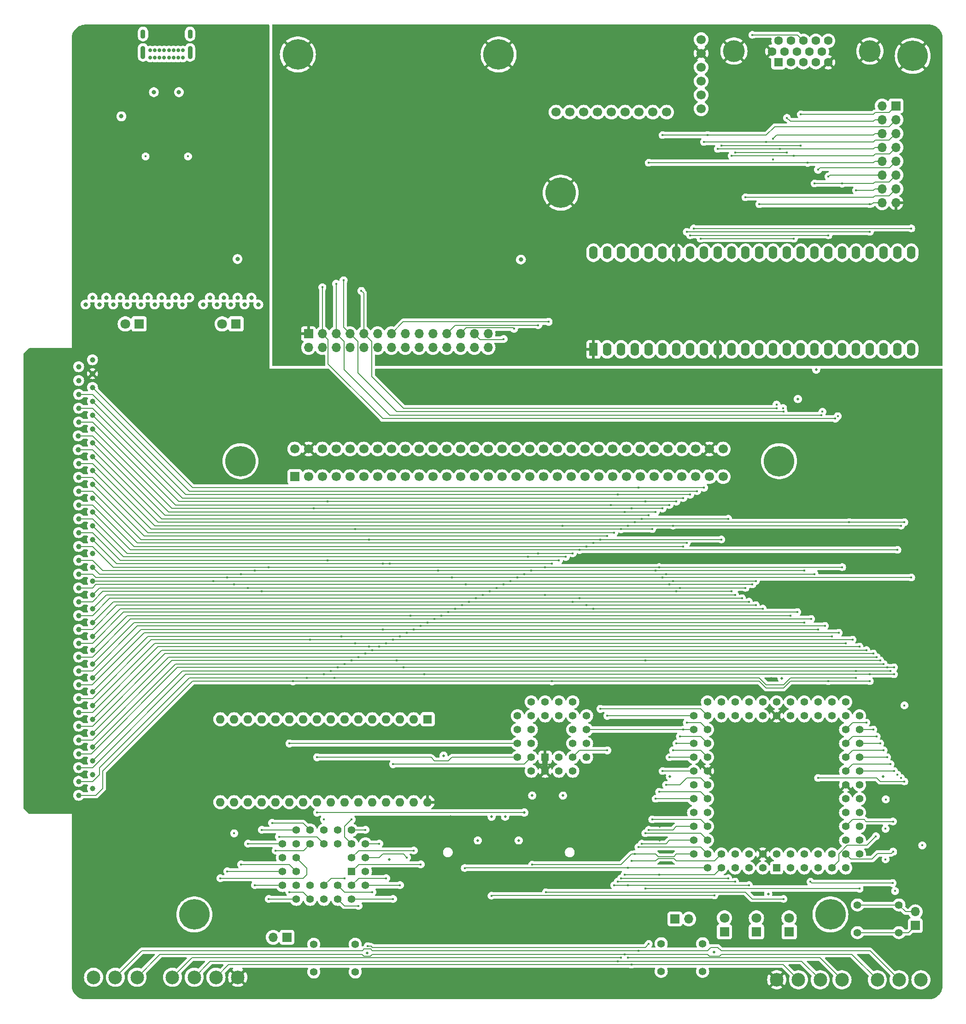
<source format=gbr>
%TF.GenerationSoftware,KiCad,Pcbnew,8.0.0*%
%TF.CreationDate,2024-03-06T22:08:17-05:00*%
%TF.ProjectId,Sentinel 65X - Prototype 4,53656e74-696e-4656-9c20-363558202d20,rev?*%
%TF.SameCoordinates,Original*%
%TF.FileFunction,Copper,L4,Inr*%
%TF.FilePolarity,Positive*%
%FSLAX46Y46*%
G04 Gerber Fmt 4.6, Leading zero omitted, Abs format (unit mm)*
G04 Created by KiCad (PCBNEW 8.0.0) date 2024-03-06 22:08:17*
%MOMM*%
%LPD*%
G01*
G04 APERTURE LIST*
%TA.AperFunction,ComponentPad*%
%ADD10C,2.500000*%
%TD*%
%TA.AperFunction,ComponentPad*%
%ADD11C,5.600000*%
%TD*%
%TA.AperFunction,ComponentPad*%
%ADD12R,1.700000X1.700000*%
%TD*%
%TA.AperFunction,ComponentPad*%
%ADD13O,1.700000X1.700000*%
%TD*%
%TA.AperFunction,ComponentPad*%
%ADD14R,1.422400X1.422400*%
%TD*%
%TA.AperFunction,ComponentPad*%
%ADD15C,1.422400*%
%TD*%
%TA.AperFunction,ComponentPad*%
%ADD16C,1.000000*%
%TD*%
%TA.AperFunction,ComponentPad*%
%ADD17C,1.397000*%
%TD*%
%TA.AperFunction,ComponentPad*%
%ADD18R,1.800000X1.800000*%
%TD*%
%TA.AperFunction,ComponentPad*%
%ADD19C,1.800000*%
%TD*%
%TA.AperFunction,ComponentPad*%
%ADD20C,1.700000*%
%TD*%
%TA.AperFunction,ComponentPad*%
%ADD21C,0.700000*%
%TD*%
%TA.AperFunction,ComponentPad*%
%ADD22O,0.900000X2.400000*%
%TD*%
%TA.AperFunction,ComponentPad*%
%ADD23O,0.900000X1.700000*%
%TD*%
%TA.AperFunction,ComponentPad*%
%ADD24C,4.000000*%
%TD*%
%TA.AperFunction,ComponentPad*%
%ADD25R,1.600000X1.600000*%
%TD*%
%TA.AperFunction,ComponentPad*%
%ADD26C,1.600000*%
%TD*%
%TA.AperFunction,ComponentPad*%
%ADD27O,1.600000X1.600000*%
%TD*%
%TA.AperFunction,ComponentPad*%
%ADD28R,1.600000X2.400000*%
%TD*%
%TA.AperFunction,ComponentPad*%
%ADD29O,1.600000X2.400000*%
%TD*%
%TA.AperFunction,ViaPad*%
%ADD30C,0.500000*%
%TD*%
%TA.AperFunction,ViaPad*%
%ADD31C,0.450000*%
%TD*%
%TA.AperFunction,ViaPad*%
%ADD32C,0.800000*%
%TD*%
%TA.AperFunction,ViaPad*%
%ADD33C,0.600000*%
%TD*%
%TA.AperFunction,ViaPad*%
%ADD34C,0.400000*%
%TD*%
%TA.AperFunction,Conductor*%
%ADD35C,1.000000*%
%TD*%
%TA.AperFunction,Conductor*%
%ADD36C,0.150000*%
%TD*%
G04 APERTURE END LIST*
D10*
%TO.N,+3.3V*%
%TO.C,J11*%
X117072102Y-226745000D03*
%TO.N,/SNES_CLK*%
X113072102Y-226745000D03*
%TO.N,/SNES_LATCH*%
X109072102Y-226745000D03*
%TO.N,/SNES_DATA0*%
X105072102Y-226745000D03*
%TO.N,/I2C_SCL*%
X98572102Y-226745000D03*
%TO.N,/I2C_SDA*%
X94572102Y-226745000D03*
%TO.N,GND*%
X90572102Y-226745000D03*
%TD*%
D11*
%TO.N,GND*%
%TO.C,H6*%
X128117172Y-57207679D03*
%TD*%
D12*
%TO.N,Net-(J6-Pin_1)*%
%TO.C,J6*%
X241623621Y-217254071D03*
D13*
%TO.N,Net-(J6-Pin_2)*%
X241623621Y-214714071D03*
%TD*%
D14*
%TO.N,+3.3V*%
%TO.C,U6*%
X173565852Y-186327679D03*
D15*
%TO.N,/PHI2*%
X176105852Y-188867679D03*
%TO.N,/R{slash}~{W}*%
X176105852Y-186327679D03*
%TO.N,unconnected-(U6-IN-Pad4)*%
X178645852Y-188867679D03*
%TO.N,unconnected-(U6-IN{slash}PD-Pad5)*%
X181185852Y-186327679D03*
%TO.N,/~{CS}4*%
X178645852Y-186327679D03*
%TO.N,/~{CS}5*%
X181185852Y-183787679D03*
%TO.N,GND*%
X178645852Y-183787679D03*
%TO.N,/~{CS}6*%
X181185852Y-181247679D03*
%TO.N,/A19*%
X178645852Y-181247679D03*
%TO.N,/A20*%
X181185852Y-178707679D03*
%TO.N,/A21*%
X178645852Y-176167679D03*
%TO.N,/A22*%
X178645852Y-178707679D03*
%TO.N,GND*%
X176105852Y-176167679D03*
X176105852Y-178707679D03*
%TO.N,/A23*%
X173565852Y-176167679D03*
%TO.N,unconnected-(U6-I{slash}O-Pad17)*%
X173565852Y-178707679D03*
%TO.N,unconnected-(U6-I{slash}O-Pad18)*%
X171025852Y-176167679D03*
%TO.N,unconnected-(U6-I{slash}O-Pad19)*%
X168485852Y-178707679D03*
%TO.N,unconnected-(U6-I{slash}O-Pad20)*%
X171025852Y-178707679D03*
%TO.N,/~{RAM}1*%
X168485852Y-181247679D03*
%TO.N,GND*%
X171025852Y-181247679D03*
%TO.N,/~{RAM}0*%
X168485852Y-183787679D03*
%TO.N,/~{ROM}1*%
X171025852Y-183787679D03*
%TO.N,/~{ROM}0*%
X168485852Y-186327679D03*
%TO.N,/~{RD}*%
X171025852Y-188867679D03*
%TO.N,/~{WR}*%
X171025852Y-186327679D03*
%TO.N,+3.3V*%
X173565852Y-188867679D03*
%TD*%
D16*
%TO.N,GND*%
%TO.C,J3*%
X90380852Y-192042679D03*
%TO.N,+3.3V*%
X90380852Y-189502679D03*
%TO.N,/A1*%
X90380852Y-186962679D03*
%TO.N,/A3*%
X90380852Y-184422679D03*
%TO.N,/A5*%
X90380852Y-181882679D03*
%TO.N,/A7*%
X90380852Y-179342679D03*
%TO.N,/A9*%
X90380852Y-176802679D03*
%TO.N,/A11*%
X90380852Y-174262679D03*
%TO.N,/A13*%
X90380852Y-171722679D03*
%TO.N,/A15*%
X90380852Y-169182679D03*
%TO.N,/A17*%
X90380852Y-166642679D03*
%TO.N,/A19*%
X90380852Y-164102679D03*
%TO.N,/A21*%
X90380852Y-161562679D03*
%TO.N,/A23*%
X90380852Y-159022679D03*
%TO.N,/D1*%
X90380852Y-156482679D03*
%TO.N,/D3*%
X90380852Y-153942679D03*
%TO.N,/D5*%
X90380852Y-151402679D03*
%TO.N,GND*%
X90380852Y-148862679D03*
%TO.N,/~{WR}*%
X90380852Y-146322679D03*
%TO.N,/~{RAM}1*%
X90380852Y-143782679D03*
%TO.N,/BE*%
X90380852Y-141242679D03*
%TO.N,/~{CS}7*%
X90380852Y-138702679D03*
%TO.N,/RUN*%
X90380852Y-136162679D03*
%TO.N,/~{IRQ}*%
X90380852Y-133622679D03*
%TO.N,/~{VIRQ}*%
X90380852Y-131082679D03*
%TO.N,/~{NMI}*%
X90380852Y-128542679D03*
%TO.N,/I2C_SCL*%
X90380852Y-126002679D03*
%TO.N,/I2C_SDA*%
X90380852Y-123462679D03*
%TO.N,/SNES_LATCH*%
X90380852Y-120922679D03*
%TO.N,/SNES_CLK*%
X90380852Y-118382679D03*
%TO.N,+3.3V*%
X90380852Y-115842679D03*
%TO.N,GND*%
X90380852Y-113302679D03*
%TO.N,/PHI2*%
X87840852Y-193312679D03*
%TO.N,/~{RES}*%
X87840852Y-190772679D03*
%TO.N,/A0*%
X87840852Y-188232679D03*
%TO.N,/A2*%
X87840852Y-185692679D03*
%TO.N,/A4*%
X87840852Y-183152679D03*
%TO.N,/A6*%
X87840852Y-180612679D03*
%TO.N,/A8*%
X87840852Y-178072679D03*
%TO.N,/A10*%
X87840852Y-175532679D03*
%TO.N,/A12*%
X87840852Y-172992679D03*
%TO.N,/A14*%
X87840852Y-170452679D03*
%TO.N,/A16*%
X87840852Y-167912679D03*
%TO.N,/A18*%
X87840852Y-165372679D03*
%TO.N,/A20*%
X87840852Y-162832679D03*
%TO.N,/A22*%
X87840852Y-160292679D03*
%TO.N,/D0*%
X87840852Y-157752679D03*
%TO.N,/D2*%
X87840852Y-155212679D03*
%TO.N,/D4*%
X87840852Y-152672679D03*
%TO.N,/D6*%
X87840852Y-150132679D03*
%TO.N,/D7*%
X87840852Y-147592679D03*
%TO.N,/~{RD}*%
X87840852Y-145052679D03*
%TO.N,/~{ROM}1*%
X87840852Y-142512679D03*
%TO.N,/~{CS}6*%
X87840852Y-139972679D03*
%TO.N,/~{I{slash}O}1*%
X87840852Y-137432679D03*
%TO.N,/BA*%
X87840852Y-134892679D03*
%TO.N,/R{slash}~{W}*%
X87840852Y-132352679D03*
%TO.N,/~{I{slash}O}0*%
X87760852Y-129812679D03*
%TO.N,/SNES_DATA0*%
X87760852Y-127272679D03*
%TO.N,/SNES_DATA1*%
X87840852Y-124732679D03*
%TO.N,/SNES_DATA2*%
X87840852Y-122192679D03*
%TO.N,/SNES_DATA3*%
X87840852Y-119652679D03*
%TO.N,unconnected-(J3-Pin_b31-Padb31)*%
X87840852Y-117112679D03*
%TO.N,+5V*%
X87840852Y-114572679D03*
%TD*%
D17*
%TO.N,Net-(J7-Pin_1)*%
%TO.C,SW3*%
X131054121Y-220677140D03*
X138674121Y-220677140D03*
%TO.N,Net-(J7-Pin_2)*%
X131054121Y-225757140D03*
X138674121Y-225757140D03*
%TD*%
D12*
%TO.N,Net-(J5-Pin_1)*%
%TO.C,J5*%
X197439065Y-216036659D03*
D13*
%TO.N,Net-(J5-Pin_2)*%
X199979065Y-216036659D03*
%TD*%
D12*
%TO.N,Net-(J7-Pin_1)*%
%TO.C,J7*%
X126127294Y-219395671D03*
D13*
%TO.N,Net-(J7-Pin_2)*%
X123587294Y-219395671D03*
%TD*%
D18*
%TO.N,GND*%
%TO.C,D4*%
X212398173Y-218383531D03*
D19*
%TO.N,Net-(D4-A)*%
X212398173Y-215843531D03*
%TD*%
D18*
%TO.N,GND*%
%TO.C,D5*%
X218418173Y-218383532D03*
D19*
%TO.N,Net-(D5-A)*%
X218418173Y-215843532D03*
%TD*%
D17*
%TO.N,Net-(J5-Pin_1)*%
%TO.C,SW1*%
X194904065Y-220575449D03*
X202524065Y-220575449D03*
%TO.N,Net-(J5-Pin_2)*%
X194904065Y-225655449D03*
X202524065Y-225655449D03*
%TD*%
D20*
%TO.N,/SYSCLK*%
%TO.C,U5*%
X202250000Y-67170000D03*
%TO.N,/BCK*%
X202250000Y-64630000D03*
%TO.N,/ADATA*%
X202250000Y-62090000D03*
%TO.N,/LRCK*%
X202250000Y-59550000D03*
%TO.N,GND*%
X202250000Y-57010000D03*
%TO.N,+5V*%
X202250000Y-54470000D03*
%TO.N,unconnected-(U5-LOUT-Pad7)*%
X175580000Y-67805000D03*
%TO.N,unconnected-(U5-AGND-Pad8)*%
X178120000Y-67805000D03*
%TO.N,unconnected-(U5-ROUT-Pad9)*%
X180660000Y-67805000D03*
%TO.N,unconnected-(U5-AGND-Pad10)*%
X183200000Y-67805000D03*
%TO.N,unconnected-(U5-A3V3-Pad11)*%
X185740000Y-67805000D03*
%TO.N,unconnected-(U5-FMT-Pad12)*%
X188280000Y-67805000D03*
%TO.N,unconnected-(U5-XSMT-Pad13)*%
X190820000Y-67805000D03*
%TO.N,unconnected-(U5-DEMP-Pad14)*%
X193360000Y-67805000D03*
%TO.N,unconnected-(U5-FLT-Pad15)*%
X195900000Y-67805000D03*
%TD*%
D14*
%TO.N,GND*%
%TO.C,U2*%
X216110852Y-206647679D03*
D15*
%TO.N,/RTS*%
X216110852Y-204107679D03*
%TO.N,/CTS*%
X218650852Y-206647679D03*
%TO.N,/~{SD_SS}*%
X218650852Y-204107679D03*
%TO.N,/BL3*%
X221190852Y-206647679D03*
%TO.N,/FCLK_SLOW*%
X221190852Y-204107679D03*
%TO.N,/~{BOOT_SEL}*%
X223730852Y-206647679D03*
%TO.N,/~{VIRQ}*%
X223730852Y-204107679D03*
%TO.N,/FCLK_FAST*%
X226270852Y-206647679D03*
%TO.N,/RXD*%
X226270852Y-204107679D03*
%TO.N,/TXD*%
X228810852Y-206647679D03*
%TO.N,/~{RES}*%
X231350852Y-204107679D03*
%TO.N,/R{slash}~{W}*%
X228810852Y-204107679D03*
%TO.N,unconnected-(U2A-RUN-Pad14)*%
X231350852Y-201567679D03*
%TO.N,unconnected-(U2A-~{FCLKO}-Pad15)*%
X228810852Y-201567679D03*
%TO.N,/FCLK*%
X231350852Y-199027679D03*
%TO.N,/BE*%
X228810852Y-199027679D03*
%TO.N,/CLK*%
X231350852Y-196487679D03*
%TO.N,unconnected-(U2A-~{CLKO}-Pad19)*%
X228810852Y-196487679D03*
%TO.N,/PHI2*%
X231350852Y-193947679D03*
%TO.N,unconnected-(U2A-BA-Pad21)*%
X228810852Y-193947679D03*
%TO.N,GND*%
X231350852Y-191407679D03*
%TO.N,+3.3V*%
X228810852Y-191407679D03*
%TO.N,/A0*%
X231350852Y-188867679D03*
%TO.N,/A1*%
X228810852Y-188867679D03*
%TO.N,/A2*%
X231350852Y-186327679D03*
%TO.N,/A3*%
X228810852Y-186327679D03*
%TO.N,/A4*%
X231350852Y-183787679D03*
%TO.N,/A5*%
X228810852Y-183787679D03*
%TO.N,/A6*%
X231350852Y-181247679D03*
%TO.N,/A7*%
X228810852Y-181247679D03*
%TO.N,/A8*%
X231350852Y-178707679D03*
%TO.N,/A9*%
X228810852Y-176167679D03*
%TO.N,/A10*%
X228810852Y-178707679D03*
%TO.N,/A11*%
X226270852Y-176167679D03*
%TO.N,/A12*%
X226270852Y-178707679D03*
%TO.N,/A13*%
X223730852Y-176167679D03*
%TO.N,/A14*%
X223730852Y-178707679D03*
%TO.N,/A15*%
X221190852Y-176167679D03*
%TO.N,/A16*%
X221190852Y-178707679D03*
%TO.N,/A17*%
X218650852Y-176167679D03*
%TO.N,/A18*%
X218650852Y-178707679D03*
%TO.N,GND*%
X216110852Y-176167679D03*
%TO.N,+3.3V*%
X216110852Y-178707679D03*
%TO.N,/A19*%
X213570852Y-176167679D03*
%TO.N,/A20*%
X213570852Y-178707679D03*
%TO.N,/A21*%
X211030852Y-176167679D03*
%TO.N,/A22*%
X211030852Y-178707679D03*
%TO.N,/A23*%
X208490852Y-176167679D03*
%TO.N,/~{I{slash}O}0*%
X208490852Y-178707679D03*
%TO.N,/~{I{slash}O}1*%
X205950852Y-176167679D03*
%TO.N,/FPGA_SCK*%
X205950852Y-178707679D03*
%TO.N,/~{FPGA_SS}*%
X203410852Y-176167679D03*
%TO.N,/~{CS}4*%
X200870852Y-178707679D03*
%TO.N,/~{CS}5*%
X203410852Y-178707679D03*
%TO.N,/~{CS}6*%
X200870852Y-181247679D03*
%TO.N,/~{CS}7*%
X203410852Y-181247679D03*
%TO.N,/D0*%
X200870852Y-183787679D03*
%TO.N,/D1*%
X203410852Y-183787679D03*
%TO.N,/D2*%
X200870852Y-186327679D03*
%TO.N,/D3*%
X203410852Y-186327679D03*
%TO.N,/D4*%
X200870852Y-188867679D03*
%TO.N,+3.3V*%
X203410852Y-188867679D03*
%TO.N,GND*%
X200870852Y-191407679D03*
%TO.N,/D5*%
X203410852Y-191407679D03*
%TO.N,/D6*%
X200870852Y-193947679D03*
%TO.N,/D7*%
X203410852Y-193947679D03*
%TO.N,unconnected-(U2A-TG0-Pad68)*%
X200870852Y-196487679D03*
%TO.N,unconnected-(U2A-TG1-Pad69)*%
X203410852Y-196487679D03*
%TO.N,/~{NMI}*%
X200870852Y-199027679D03*
%TO.N,/~{IRQ}*%
X203410852Y-199027679D03*
%TO.N,/~{FPGA_RESET}*%
X200870852Y-201567679D03*
%TO.N,/CDONE*%
X203410852Y-201567679D03*
%TO.N,/FPGA_MOSI*%
X200870852Y-204107679D03*
%TO.N,/FPGA_MISO*%
X203410852Y-206647679D03*
%TO.N,/I2C_SDA*%
X203410852Y-204107679D03*
%TO.N,/I2C_SCL*%
X205950852Y-206647679D03*
%TO.N,/SNES_CLK*%
X205950852Y-204107679D03*
%TO.N,/SNES_LATCH*%
X208490852Y-206647679D03*
%TO.N,/SNES_DATA0*%
X208490852Y-204107679D03*
%TO.N,/SNES_DATA1*%
X211030852Y-206647679D03*
%TO.N,/BL1*%
X211030852Y-204107679D03*
%TO.N,/BL2*%
X213570852Y-206647679D03*
%TO.N,+3.3V*%
X213570852Y-204107679D03*
%TD*%
D20*
%TO.N,GND*%
%TO.C,J2*%
X127545871Y-129700000D03*
%TO.N,+3.3V*%
X130085871Y-129700000D03*
%TO.N,/A1*%
X132625871Y-129700000D03*
%TO.N,/A3*%
X135165871Y-129700000D03*
%TO.N,/A5*%
X137705871Y-129700000D03*
%TO.N,/A7*%
X140245871Y-129700000D03*
%TO.N,/A9*%
X142785871Y-129700000D03*
%TO.N,/A11*%
X145325871Y-129700000D03*
%TO.N,/A13*%
X147865871Y-129700000D03*
%TO.N,/A15*%
X150405871Y-129700000D03*
%TO.N,/A17*%
X152945871Y-129700000D03*
%TO.N,/A19*%
X155485871Y-129700000D03*
%TO.N,/A21*%
X158025871Y-129700000D03*
%TO.N,/A23*%
X160565871Y-129700000D03*
%TO.N,/D1*%
X163105871Y-129700000D03*
%TO.N,/D3*%
X165645871Y-129700000D03*
%TO.N,/D5*%
X168185871Y-129700000D03*
%TO.N,GND*%
X170725871Y-129700000D03*
%TO.N,/~{WR}*%
X173265871Y-129700000D03*
%TO.N,/~{RAM}1*%
X175805871Y-129700000D03*
%TO.N,/BE*%
X178345871Y-129700000D03*
%TO.N,/~{CS}7*%
X180885871Y-129700000D03*
%TO.N,/RUN*%
X183425871Y-129700000D03*
%TO.N,/~{IRQ}*%
X185965871Y-129700000D03*
%TO.N,/~{VIRQ}*%
X188505871Y-129700000D03*
%TO.N,/~{NMI}*%
X191045871Y-129700000D03*
%TO.N,/I2C_SCL*%
X193585871Y-129700000D03*
%TO.N,/I2C_SDA*%
X196125871Y-129700000D03*
%TO.N,/SNES_LATCH*%
X198665871Y-129700000D03*
%TO.N,/SNES_CLK*%
X201205871Y-129700000D03*
%TO.N,+3.3V*%
X203745871Y-129700000D03*
%TO.N,GND*%
X206285871Y-129700000D03*
D12*
%TO.N,/PHI2*%
X127545871Y-134780000D03*
D20*
%TO.N,/~{RES}*%
X130085871Y-134780000D03*
%TO.N,/A0*%
X132625871Y-134780000D03*
%TO.N,/A2*%
X135165871Y-134780000D03*
%TO.N,/A4*%
X137705871Y-134780000D03*
%TO.N,/A6*%
X140245871Y-134780000D03*
%TO.N,/A8*%
X142785871Y-134780000D03*
%TO.N,/A10*%
X145325871Y-134780000D03*
%TO.N,/A12*%
X147865871Y-134780000D03*
%TO.N,/A14*%
X150405871Y-134780000D03*
%TO.N,/A16*%
X152945871Y-134780000D03*
%TO.N,/A18*%
X155485871Y-134780000D03*
%TO.N,/A20*%
X158025871Y-134780000D03*
%TO.N,/A22*%
X160565871Y-134780000D03*
%TO.N,/D0*%
X163105871Y-134780000D03*
%TO.N,/D2*%
X165645871Y-134780000D03*
%TO.N,/D4*%
X168185871Y-134780000D03*
%TO.N,/D6*%
X170725871Y-134780000D03*
%TO.N,/D7*%
X173265871Y-134780000D03*
%TO.N,/~{RD}*%
X175805871Y-134780000D03*
%TO.N,/~{ROM}1*%
X178345871Y-134780000D03*
%TO.N,/~{CS}6*%
X180885871Y-134780000D03*
%TO.N,/~{I{slash}O}1*%
X183425871Y-134780000D03*
%TO.N,/BA*%
X185965871Y-134780000D03*
%TO.N,/R{slash}~{W}*%
X188505871Y-134780000D03*
%TO.N,/~{I{slash}O}0*%
X191045871Y-134780000D03*
%TO.N,/SNES_DATA0*%
X193585871Y-134780000D03*
%TO.N,/SNES_DATA1*%
X196125871Y-134780000D03*
%TO.N,/SNES_DATA2*%
X198665871Y-134780000D03*
%TO.N,/SNES_DATA3*%
X201205871Y-134780000D03*
%TO.N,unconnected-(J2-Pin_b31-Padb31)*%
X203745871Y-134780000D03*
%TO.N,+5V*%
X206285871Y-134780000D03*
%TD*%
D11*
%TO.N,GND*%
%TO.C,H1*%
X176430000Y-82606339D03*
%TD*%
D21*
%TO.N,GND*%
%TO.C,J10*%
X106960922Y-57802658D03*
%TO.N,+5V*%
X106110922Y-57802658D03*
%TO.N,Net-(J10-CC1)*%
X105260922Y-57802658D03*
%TO.N,/D+*%
X104410922Y-57802658D03*
%TO.N,/D-*%
X103560922Y-57802658D03*
%TO.N,N/C*%
X102710922Y-57802658D03*
%TO.N,+5V*%
X101860922Y-57802658D03*
%TO.N,GND*%
X101010922Y-57802658D03*
X101010922Y-56452658D03*
%TO.N,+5V*%
X101860922Y-56452658D03*
%TO.N,Net-(J10-CC2)*%
X102710922Y-56452658D03*
%TO.N,/D+*%
X103560922Y-56452658D03*
%TO.N,/D-*%
X104410922Y-56452658D03*
%TO.N,N/C*%
X105260922Y-56452658D03*
%TO.N,+5V*%
X106110922Y-56452658D03*
%TO.N,GND*%
X106960922Y-56452658D03*
D22*
X108310922Y-56822658D03*
D23*
X108310922Y-53442658D03*
D22*
X99660922Y-56822658D03*
D23*
X99660922Y-53442658D03*
%TD*%
D12*
%TO.N,/R0*%
%TO.C,J4*%
X238045000Y-66657679D03*
D13*
%TO.N,+3.3V*%
X235505000Y-66657679D03*
%TO.N,/R2*%
X238045000Y-69197679D03*
%TO.N,/R1*%
X235505000Y-69197679D03*
%TO.N,/G0*%
X238045000Y-71737679D03*
%TO.N,/R3*%
X235505000Y-71737679D03*
%TO.N,/G2*%
X238045000Y-74277679D03*
%TO.N,/G1*%
X235505000Y-74277679D03*
%TO.N,/B0*%
X238045000Y-76817679D03*
%TO.N,/G3*%
X235505000Y-76817679D03*
%TO.N,/B2*%
X238045000Y-79357679D03*
%TO.N,/B1*%
X235505000Y-79357679D03*
%TO.N,/HSYNC*%
X238045000Y-81897679D03*
%TO.N,/B3*%
X235505000Y-81897679D03*
%TO.N,GND*%
X238045000Y-84437679D03*
%TO.N,/VSYNC*%
X235505000Y-84437679D03*
%TD*%
D11*
%TO.N,GND*%
%TO.C,H9*%
X165023820Y-57207679D03*
%TD*%
D24*
%TO.N,GND*%
%TO.C,J1*%
X233260510Y-56596332D03*
X208260510Y-56596332D03*
D25*
%TO.N,/RED*%
X216445510Y-58646332D03*
D26*
%TO.N,/GREEN*%
X218735510Y-58646332D03*
%TO.N,/BLUE*%
X221025510Y-58646332D03*
%TO.N,unconnected-(J1-Pad4)*%
X223315510Y-58646332D03*
%TO.N,GND*%
X225605510Y-58646332D03*
X215300510Y-56666332D03*
X217590510Y-56666332D03*
X219880510Y-56666332D03*
%TO.N,unconnected-(J1-Pad9)*%
X222170510Y-56666332D03*
%TO.N,GND*%
X224460510Y-56666332D03*
%TO.N,unconnected-(J1-Pad11)*%
X216445510Y-54686332D03*
%TO.N,unconnected-(J1-Pad12)*%
X218735510Y-54686332D03*
%TO.N,/HSYNC*%
X221025510Y-54686332D03*
%TO.N,/VSYNC*%
X223315510Y-54686332D03*
%TO.N,unconnected-(J1-Pad15)*%
X225605510Y-54686332D03*
%TD*%
D11*
%TO.N,GND*%
%TO.C,H8*%
X216570852Y-131922500D03*
%TD*%
D18*
%TO.N,GND*%
%TO.C,D2*%
X98941704Y-106715358D03*
D19*
%TO.N,Net-(D2-A)*%
X96401704Y-106715358D03*
%TD*%
D12*
%TO.N,GND*%
%TO.C,J8*%
X130070496Y-108505000D03*
D13*
%TO.N,+3.3V*%
X130070496Y-111045000D03*
%TO.N,/TXD*%
X132610496Y-108505000D03*
%TO.N,/I2C_SCL*%
X132610496Y-111045000D03*
%TO.N,/RXD*%
X135150496Y-108505000D03*
%TO.N,/I2C_SDA*%
X135150496Y-111045000D03*
%TO.N,/CTS*%
X137690496Y-108505000D03*
%TO.N,/~{RES}*%
X137690496Y-111045000D03*
%TO.N,/RTS*%
X140230496Y-108505000D03*
%TO.N,/~{IRQ}*%
X140230496Y-111045000D03*
%TO.N,/PHI2*%
X142770496Y-108505000D03*
%TO.N,/~{I{slash}O}1*%
X142770496Y-111045000D03*
%TO.N,/~{RD}*%
X145310496Y-108505000D03*
%TO.N,/~{WR}*%
X145310496Y-111045000D03*
%TO.N,/A5*%
X147850496Y-108505000D03*
%TO.N,/A4*%
X147850496Y-111045000D03*
%TO.N,/A3*%
X150390496Y-108505000D03*
%TO.N,/A2*%
X150390496Y-111045000D03*
%TO.N,/A1*%
X152930496Y-108505000D03*
%TO.N,/A0*%
X152930496Y-111045000D03*
%TO.N,/D7*%
X155470496Y-108505000D03*
%TO.N,/D6*%
X155470496Y-111045000D03*
%TO.N,/D5*%
X158010496Y-108505000D03*
%TO.N,/D4*%
X158010496Y-111045000D03*
%TO.N,/D3*%
X160550496Y-108505000D03*
%TO.N,/D2*%
X160550496Y-111045000D03*
%TO.N,/D1*%
X163090496Y-108505000D03*
%TO.N,/D0*%
X163090496Y-111045000D03*
%TD*%
D18*
%TO.N,GND*%
%TO.C,D1*%
X116761448Y-106715358D03*
D19*
%TO.N,Net-(D1-A)*%
X114221448Y-106715358D03*
%TD*%
D11*
%TO.N,GND*%
%TO.C,H4*%
X117570852Y-131922500D03*
%TD*%
D18*
%TO.N,GND*%
%TO.C,D3*%
X206518173Y-218383531D03*
D19*
%TO.N,Net-(D3-A)*%
X206518173Y-215843531D03*
%TD*%
D25*
%TO.N,/A18*%
%TO.C,U3*%
X151975852Y-179342679D03*
D27*
%TO.N,/A16*%
X149435852Y-179342679D03*
%TO.N,/A14*%
X146895852Y-179342679D03*
%TO.N,/A12*%
X144355852Y-179342679D03*
%TO.N,/A7*%
X141815852Y-179342679D03*
%TO.N,/A6*%
X139275852Y-179342679D03*
%TO.N,/A5*%
X136735852Y-179342679D03*
%TO.N,/A4*%
X134195852Y-179342679D03*
%TO.N,/A3*%
X131655852Y-179342679D03*
%TO.N,/A2*%
X129115852Y-179342679D03*
%TO.N,/A1*%
X126575852Y-179342679D03*
%TO.N,/A0*%
X124035852Y-179342679D03*
%TO.N,/D0*%
X121495852Y-179342679D03*
%TO.N,/D1*%
X118955852Y-179342679D03*
%TO.N,/D2*%
X116415852Y-179342679D03*
%TO.N,GND*%
X113875852Y-179342679D03*
%TO.N,/D3*%
X113875852Y-194582679D03*
%TO.N,/D4*%
X116415852Y-194582679D03*
%TO.N,/D5*%
X118955852Y-194582679D03*
%TO.N,/D6*%
X121495852Y-194582679D03*
%TO.N,/D7*%
X124035852Y-194582679D03*
%TO.N,/~{RAM}0*%
X126575852Y-194582679D03*
%TO.N,/A10*%
X129115852Y-194582679D03*
%TO.N,/~{RD}*%
X131655852Y-194582679D03*
%TO.N,/A11*%
X134195852Y-194582679D03*
%TO.N,/A9*%
X136735852Y-194582679D03*
%TO.N,/A8*%
X139275852Y-194582679D03*
%TO.N,/A13*%
X141815852Y-194582679D03*
%TO.N,/~{WR}*%
X144355852Y-194582679D03*
%TO.N,/A17*%
X146895852Y-194582679D03*
%TO.N,/A15*%
X149435852Y-194582679D03*
%TO.N,+3.3V*%
X151975852Y-194582679D03*
%TD*%
D14*
%TO.N,/A18*%
%TO.C,U4*%
X138005852Y-207327171D03*
D15*
%TO.N,/A16*%
X140545852Y-204787171D03*
%TO.N,/A15*%
X138005852Y-204787171D03*
%TO.N,/A12*%
X140545852Y-202247171D03*
%TO.N,/A7*%
X138005852Y-199707171D03*
%TO.N,/A6*%
X138005852Y-202247171D03*
%TO.N,/A5*%
X135465852Y-199707171D03*
%TO.N,/A4*%
X135465852Y-202247171D03*
%TO.N,/A3*%
X132925852Y-199707171D03*
%TO.N,/A2*%
X132925852Y-202247171D03*
%TO.N,/A1*%
X130385852Y-199707171D03*
%TO.N,/A0*%
X130385852Y-202247171D03*
%TO.N,/D0*%
X127845852Y-199707171D03*
%TO.N,/D1*%
X125305852Y-202247171D03*
%TO.N,/D2*%
X127845852Y-202247171D03*
%TO.N,GND*%
X125305852Y-204787171D03*
%TO.N,/D3*%
X127845852Y-204787171D03*
%TO.N,/D4*%
X125305852Y-207327171D03*
%TO.N,/D5*%
X127845852Y-207327171D03*
%TO.N,/D6*%
X125305852Y-209867171D03*
%TO.N,/D7*%
X127845852Y-212407171D03*
%TO.N,/~{ROM}0*%
X127845852Y-209867171D03*
%TO.N,/A10*%
X130385852Y-212407171D03*
%TO.N,/~{RD}*%
X130385852Y-209867171D03*
%TO.N,/A11*%
X132925852Y-212407171D03*
%TO.N,/A9*%
X132925852Y-209867171D03*
%TO.N,/A8*%
X135465852Y-212407171D03*
%TO.N,/A13*%
X135465852Y-209867171D03*
%TO.N,/A14*%
X138005852Y-212407171D03*
%TO.N,/A17*%
X140545852Y-209867171D03*
%TO.N,/~{WR}*%
X138005852Y-209867171D03*
%TO.N,+3.3V*%
X140545852Y-207327171D03*
%TD*%
D11*
%TO.N,GND*%
%TO.C,H5*%
X225998352Y-215207679D03*
%TD*%
%TO.N,GND*%
%TO.C,H7*%
X241133252Y-57482679D03*
%TD*%
D17*
%TO.N,Net-(J6-Pin_1)*%
%TO.C,SW2*%
X238602763Y-218541613D03*
X230982763Y-218541613D03*
%TO.N,Net-(J6-Pin_2)*%
X238602763Y-213461613D03*
X230982763Y-213461613D03*
%TD*%
D10*
%TO.N,+3.3V*%
%TO.C,J12*%
X216132102Y-227210000D03*
%TO.N,/SNES_CLK*%
X220132102Y-227210000D03*
%TO.N,/SNES_LATCH*%
X224132102Y-227210000D03*
%TO.N,/SNES_DATA1*%
X228132102Y-227210000D03*
%TO.N,/I2C_SCL*%
X234632102Y-227210000D03*
%TO.N,/I2C_SDA*%
X238632102Y-227210000D03*
%TO.N,GND*%
X242632102Y-227210000D03*
%TD*%
D28*
%TO.N,GND*%
%TO.C,U1*%
X182455852Y-111397679D03*
D29*
%TO.N,unconnected-(U1-VIO-Pad2)*%
X184995852Y-111397679D03*
%TO.N,/~{FPGA_RESET}*%
X187535852Y-111397679D03*
%TO.N,/CDONE*%
X190075852Y-111397679D03*
%TO.N,/~{I{slash}O}0*%
X192615852Y-111397679D03*
%TO.N,/A4*%
X195155852Y-111397679D03*
%TO.N,/R{slash}~{W}*%
X197695852Y-111397679D03*
%TO.N,+5V*%
X200235852Y-111397679D03*
%TO.N,unconnected-(U1-+3.3V-Pad9)*%
X202775852Y-111397679D03*
%TO.N,GND*%
X205315852Y-111397679D03*
%TO.N,/D0*%
X207855852Y-111397679D03*
%TO.N,/D1*%
X210395852Y-111397679D03*
%TO.N,/D2*%
X212935852Y-111397679D03*
%TO.N,/D3*%
X215475852Y-111397679D03*
%TO.N,/D6*%
X218015852Y-111397679D03*
%TO.N,/SYSCLK*%
X220555852Y-111397679D03*
%TO.N,/D5*%
X223095852Y-111397679D03*
%TO.N,/PHI2*%
X225635852Y-111397679D03*
%TO.N,/D7*%
X228175852Y-111397679D03*
%TO.N,/A1*%
X230715852Y-111397679D03*
%TO.N,/A0*%
X233255852Y-111397679D03*
%TO.N,/A3*%
X235795852Y-111397679D03*
%TO.N,/A2*%
X238335852Y-111397679D03*
%TO.N,/D4*%
X240875852Y-111397679D03*
%TO.N,/BCK*%
X240875852Y-93637679D03*
%TO.N,/B0*%
X238335852Y-93637679D03*
%TO.N,/B1*%
X235795852Y-93637679D03*
%TO.N,/LRCK*%
X233255852Y-93637679D03*
%TO.N,/B3*%
X230715852Y-93637679D03*
%TO.N,/~{VIRQ}*%
X228175852Y-93637679D03*
%TO.N,/ADATA*%
X225635852Y-93637679D03*
%TO.N,/B2*%
X223095852Y-93637679D03*
%TO.N,/R0*%
X220555852Y-93637679D03*
%TO.N,/R1*%
X218015852Y-93637679D03*
%TO.N,/R3*%
X215475852Y-93637679D03*
%TO.N,/VSYNC*%
X212935852Y-93637679D03*
%TO.N,/HSYNC*%
X210395852Y-93637679D03*
%TO.N,/G2*%
X207855852Y-93637679D03*
%TO.N,/G1*%
X205315852Y-93637679D03*
%TO.N,/G0*%
X202775852Y-93637679D03*
%TO.N,unconnected-(U1-CLK_12M_EXT-Pad41)*%
X200235852Y-93637679D03*
%TO.N,GND*%
X197695852Y-93637679D03*
%TO.N,/R2*%
X195155852Y-93637679D03*
%TO.N,/G3*%
X192615852Y-93637679D03*
%TO.N,/FPGA_MISO*%
X190075852Y-93637679D03*
%TO.N,/FPGA_MOSI*%
X187535852Y-93637679D03*
%TO.N,/FPGA_SCK*%
X184995852Y-93637679D03*
%TO.N,/~{FPGA_SS}*%
X182455852Y-93637679D03*
%TD*%
D11*
%TO.N,GND*%
%TO.C,H3*%
X109093352Y-215207679D03*
%TD*%
D30*
%TO.N,GND*%
X220021037Y-120498324D03*
X168698968Y-201597880D03*
X225781613Y-66088117D03*
X166214849Y-197243669D03*
D31*
X217294506Y-122192794D03*
D32*
X96730852Y-103142679D03*
X106890852Y-103142679D03*
X100540852Y-101872679D03*
X114510852Y-101872679D03*
X90380852Y-101872679D03*
X94190852Y-103142679D03*
D31*
X236178459Y-194075358D03*
X237878393Y-210904423D03*
D32*
X95460852Y-101872679D03*
X105620852Y-101872679D03*
X92920852Y-101872679D03*
D30*
X144918997Y-205109738D03*
D32*
X101810852Y-103142679D03*
X89110852Y-103142679D03*
X104350852Y-103142679D03*
D30*
X214569704Y-211429029D03*
D31*
X242889106Y-202506512D03*
D30*
X204633323Y-222129429D03*
X154881273Y-186017214D03*
X163735599Y-197271101D03*
X161198968Y-201597880D03*
D31*
X236135000Y-205075000D03*
D30*
X176854364Y-193378350D03*
D32*
X120860852Y-103142679D03*
D30*
X208012252Y-66068586D03*
D32*
X118320852Y-103142679D03*
X119590852Y-101872679D03*
X115780852Y-103142679D03*
X117050852Y-101872679D03*
X98000852Y-101872679D03*
D30*
X140826009Y-222282140D03*
D31*
X216114949Y-121552172D03*
D30*
X171202506Y-193362317D03*
D32*
X110700852Y-103142679D03*
X91650852Y-103142679D03*
D30*
X196500206Y-189907275D03*
X235725499Y-189831350D03*
X223374043Y-115108678D03*
D32*
X113240852Y-103142679D03*
X108160852Y-101872679D03*
D31*
X224534545Y-122843584D03*
X227350200Y-123658864D03*
D30*
X217060905Y-171813005D03*
D32*
X103080852Y-101872679D03*
X106253531Y-64136827D03*
X111970852Y-101872679D03*
D30*
X223688761Y-66088117D03*
X205903487Y-66082645D03*
X216939357Y-66082645D03*
D31*
X236135000Y-199475000D03*
D32*
X95675000Y-68575000D03*
D30*
X214760300Y-66082645D03*
D32*
X99270852Y-103142679D03*
D30*
%TO.N,+3.3V*%
X173696121Y-197282945D03*
X161716808Y-190757147D03*
X161710269Y-179336396D03*
D31*
X196415680Y-203777236D03*
D30*
X220555034Y-117815919D03*
D31*
X196443707Y-205813859D03*
D30*
X196500206Y-188006215D03*
D33*
X219285852Y-119017679D03*
D30*
X92606683Y-106735446D03*
D31*
X108580852Y-78542679D03*
X103380852Y-77242679D03*
X241136345Y-206457402D03*
D30*
X194640884Y-199038063D03*
X215148499Y-171803346D03*
X194629285Y-196509453D03*
D32*
X129115852Y-116477679D03*
D30*
X156214872Y-197271101D03*
X223398880Y-117815919D03*
D32*
X111925000Y-68575000D03*
D30*
X241454213Y-171003650D03*
X171208952Y-197271101D03*
D32*
X103953531Y-64136827D03*
D30*
X194606087Y-201543475D03*
X212649193Y-211417389D03*
X176230665Y-197318476D03*
X241476529Y-183705030D03*
X221958329Y-120510743D03*
X241441733Y-191946343D03*
D33*
X216745852Y-119017679D03*
D30*
X166214849Y-201594896D03*
X188783152Y-117890882D03*
D32*
X103953531Y-70436827D03*
D30*
X158773104Y-197282945D03*
D34*
%TO.N,/A1*%
X237065852Y-187597679D03*
X230715852Y-170452679D03*
X237065852Y-170452679D03*
D31*
X134195852Y-170452679D03*
X123400852Y-198392679D03*
%TO.N,/A3*%
X136735852Y-169182679D03*
D34*
X235795852Y-185057679D03*
X235795852Y-169182679D03*
%TO.N,/A5*%
X234525852Y-182517679D03*
X234525852Y-167912679D03*
D31*
X139275852Y-167912679D03*
%TO.N,/A7*%
X141815852Y-166642679D03*
X140545852Y-199662679D03*
D34*
X232620852Y-179977679D03*
X232620852Y-166642679D03*
D31*
%TO.N,/A9*%
X136735852Y-208552679D03*
D34*
X228810852Y-165372679D03*
D31*
X138640852Y-165372679D03*
X144355852Y-165372679D03*
%TO.N,/A11*%
X136100852Y-164102679D03*
D34*
X226270852Y-164102679D03*
D31*
X146895852Y-164102679D03*
%TO.N,/A13*%
X141815852Y-211092679D03*
D34*
X223730852Y-162832679D03*
D31*
X143720852Y-162832679D03*
X149435852Y-162832679D03*
%TO.N,/A15*%
X151975852Y-161562679D03*
D34*
X221190852Y-161562679D03*
D31*
X149435852Y-203472679D03*
%TO.N,/A17*%
X154515852Y-160292679D03*
D34*
X218650852Y-160292679D03*
D31*
X146895852Y-209822679D03*
X148800852Y-160292679D03*
D34*
%TO.N,/A19*%
X213570852Y-159022679D03*
D31*
X182455852Y-159022679D03*
X157055852Y-159022679D03*
%TO.N,/A21*%
X178645852Y-157752679D03*
X159595852Y-157752679D03*
D34*
X211030852Y-157752679D03*
D31*
%TO.N,/A23*%
X173565852Y-156482679D03*
D34*
X208490852Y-156482679D03*
D31*
X162135852Y-156482679D03*
D34*
%TO.N,/D1*%
X198330852Y-182517679D03*
X210395852Y-155212679D03*
D31*
X164675852Y-155212679D03*
X118955852Y-202202679D03*
D34*
X198330852Y-155212679D03*
D31*
X118955852Y-155212679D03*
%TO.N,/D3*%
X112605852Y-153942679D03*
X165945852Y-109492679D03*
D34*
X197060852Y-185057679D03*
D31*
X113875852Y-208552679D03*
D34*
X197060852Y-153942679D03*
D31*
X167215852Y-153942679D03*
D34*
X212300852Y-153942679D03*
%TO.N,/D5*%
X223095852Y-152672679D03*
D31*
X167850852Y-107587679D03*
X117685852Y-152672679D03*
D34*
X195790852Y-152672679D03*
X195790852Y-191407679D03*
D31*
X117685852Y-206012679D03*
X169755852Y-152672679D03*
%TO.N,/~{WR}*%
X144355852Y-208552679D03*
X143720852Y-150767679D03*
X144990852Y-150767679D03*
X174835852Y-150767679D03*
X145625852Y-187597679D03*
D34*
%TO.N,/BE*%
X238335852Y-189502679D03*
D31*
X179915852Y-148227679D03*
X237509347Y-198128346D03*
D34*
X238335852Y-148227679D03*
D31*
%TO.N,/RUN*%
X184995852Y-145687679D03*
%TO.N,/~{IRQ}*%
X138640852Y-144417679D03*
X187535852Y-144417679D03*
D34*
X193250852Y-144417679D03*
X193250852Y-197757679D03*
%TO.N,/~{VIRQ}*%
X239605852Y-190772679D03*
X229445852Y-143147679D03*
D31*
X190075852Y-143147679D03*
D34*
X223730852Y-190137679D03*
D31*
X239605852Y-176802679D03*
D34*
X239605852Y-143147679D03*
%TO.N,/~{NMI}*%
X192615852Y-199662679D03*
X140955622Y-221025397D03*
X192615852Y-220617679D03*
D31*
X192615852Y-141877679D03*
%TO.N,/I2C_SCL*%
X195155852Y-140607679D03*
X131020852Y-140607679D03*
D34*
X189440852Y-140607679D03*
D31*
X194520852Y-207917679D03*
D34*
X188170852Y-222522679D03*
X188170852Y-207917679D03*
D31*
%TO.N,/I2C_SDA*%
X197695852Y-139337679D03*
X133560852Y-139337679D03*
D34*
X190710852Y-221887679D03*
X191980852Y-139337679D03*
X190710852Y-202837679D03*
%TO.N,/SNES_LATCH*%
X186900852Y-138067679D03*
X186900852Y-209187679D03*
D31*
X200235852Y-138067679D03*
D34*
X208490852Y-209187679D03*
X186900852Y-223792679D03*
%TO.N,/SNES_CLK*%
X190710852Y-136797679D03*
X189440852Y-205377679D03*
D31*
X202775852Y-136797679D03*
D34*
X189440852Y-224427679D03*
D31*
%TO.N,/PHI2*%
X127210852Y-172357679D03*
D34*
X225635852Y-172357679D03*
D31*
X174835852Y-172357679D03*
D34*
X233255852Y-172357679D03*
D31*
%TO.N,/~{RES}*%
X134830852Y-171722679D03*
D34*
X230715852Y-171722679D03*
D31*
X129750852Y-171722679D03*
X231350852Y-210457679D03*
X191980852Y-210457679D03*
D34*
%TO.N,/A0*%
X237700852Y-188867679D03*
X237700852Y-171087679D03*
D31*
X124035852Y-203472679D03*
D34*
X233255852Y-171087679D03*
D31*
X151340852Y-171087679D03*
X132925852Y-171087679D03*
%TO.N,/A2*%
X124670852Y-200932679D03*
D34*
X237700852Y-169817679D03*
D31*
X135465852Y-169817679D03*
X147530852Y-169817679D03*
D34*
X236430852Y-186327679D03*
X236430852Y-169817679D03*
D31*
%TO.N,/A4*%
X132925852Y-197757679D03*
X146260852Y-168547679D03*
D34*
X235160852Y-183787679D03*
X191980852Y-168547679D03*
X235160852Y-168547679D03*
D31*
X138005852Y-168547679D03*
%TO.N,/A6*%
X140545852Y-167277679D03*
D34*
X233890852Y-167277679D03*
X233890852Y-181247679D03*
D31*
X138005852Y-197757679D03*
%TO.N,/A8*%
X139275852Y-213632679D03*
X143085852Y-166007679D03*
D34*
X231350852Y-166007679D03*
D31*
X141180852Y-166007679D03*
D34*
%TO.N,/A10*%
X230080852Y-164737679D03*
D31*
X145625852Y-164737679D03*
X130385852Y-164737679D03*
X126575852Y-211092679D03*
D34*
%TO.N,/A12*%
X227540852Y-163467679D03*
D31*
X148165852Y-163467679D03*
X143085852Y-202202679D03*
D34*
%TO.N,/A14*%
X225000852Y-162197679D03*
D31*
X145625852Y-212362679D03*
X150705852Y-162197679D03*
D34*
%TO.N,/A16*%
X222460852Y-160927679D03*
D31*
X153245852Y-160927679D03*
X148165852Y-204742679D03*
%TO.N,/A18*%
X150705852Y-206012679D03*
X155785852Y-159657679D03*
D34*
X219920852Y-159657679D03*
%TO.N,/A20*%
X212300852Y-158387679D03*
D31*
X158325852Y-158387679D03*
X181185852Y-158387679D03*
%TO.N,/A22*%
X160865852Y-157117679D03*
D34*
X209760852Y-157117679D03*
D31*
X179915852Y-157117679D03*
D34*
%TO.N,/D0*%
X197695852Y-155847679D03*
X207855852Y-155847679D03*
D31*
X163405852Y-155847679D03*
X121495852Y-155847679D03*
D34*
X197695852Y-183787679D03*
D31*
X121495852Y-199662679D03*
%TO.N,/D2*%
X165945852Y-154577679D03*
X116415852Y-200297679D03*
X116415852Y-154577679D03*
X158960852Y-154577679D03*
D34*
X196425852Y-154577679D03*
X211665852Y-154577679D03*
X196425852Y-186327679D03*
D31*
%TO.N,/D4*%
X115145852Y-207282679D03*
D34*
X195155852Y-153307679D03*
X195155852Y-188867679D03*
X240875852Y-153307679D03*
D31*
X168485852Y-153307679D03*
X115145852Y-153307679D03*
X156420852Y-153307679D03*
%TO.N,/D6*%
X171025852Y-152037679D03*
X120225852Y-209822679D03*
D34*
X193885852Y-193947679D03*
D31*
X153880852Y-152037679D03*
D34*
X193885852Y-152037679D03*
D31*
X120225852Y-152037679D03*
D34*
X221190852Y-152037679D03*
%TO.N,/D7*%
X228175852Y-151402679D03*
D31*
X122765852Y-151402679D03*
X172295852Y-106952679D03*
D34*
X194520852Y-192677679D03*
D31*
X173565852Y-151402679D03*
X122765852Y-212362679D03*
D34*
X194520852Y-151402679D03*
D31*
%TO.N,/~{RD}*%
X131655852Y-196487679D03*
X174200852Y-106317679D03*
D30*
X169755852Y-196487679D03*
D31*
X133560852Y-150132679D03*
X176105852Y-150132679D03*
D34*
%TO.N,/~{CS}6*%
X198965852Y-147592679D03*
X198965852Y-181247679D03*
D31*
X181185852Y-147592679D03*
D34*
%TO.N,/~{I{slash}O}1*%
X205950852Y-146322679D03*
D31*
X141180852Y-146322679D03*
X183725852Y-146322679D03*
%TO.N,/BA*%
X186265852Y-145052679D03*
D34*
%TO.N,/R{slash}~{W}*%
X197060852Y-143782679D03*
D31*
X176740852Y-143782679D03*
X188805852Y-143782679D03*
X237527591Y-203671171D03*
D34*
X238970852Y-190137679D03*
X238970852Y-143782679D03*
D31*
%TO.N,/~{I{slash}O}0*%
X191345852Y-142512679D03*
D34*
X207220852Y-142512679D03*
D31*
%TO.N,/SNES_DATA0*%
X193885852Y-141242679D03*
D34*
X187535852Y-223157679D03*
X207220852Y-208552679D03*
X188170852Y-141242679D03*
X187535852Y-208552679D03*
%TO.N,/SNES_DATA1*%
X188805852Y-223157679D03*
X211030852Y-209822679D03*
X186265852Y-209822679D03*
D31*
X188805852Y-209822679D03*
X196425852Y-139972679D03*
D34*
X185630852Y-139972679D03*
D31*
%TO.N,/SNES_DATA2*%
X198965852Y-138702679D03*
%TO.N,/SNES_DATA3*%
X201505852Y-137432679D03*
D34*
%TO.N,/FPGA_MISO*%
X158773968Y-206677880D03*
X188805852Y-206647679D03*
D31*
%TO.N,/RTS*%
X139780852Y-100642679D03*
X216110852Y-122192679D03*
%TO.N,/CTS*%
X136530852Y-98692679D03*
X217380852Y-122827679D03*
%TO.N,/RXD*%
X224365852Y-123462679D03*
X135150496Y-99342679D03*
%TO.N,/TXD*%
X132630852Y-99992679D03*
X226905852Y-124097679D03*
D34*
%TO.N,/FPGA_SCK*%
X204680852Y-211727679D03*
X163698968Y-211757880D03*
D31*
%TO.N,/~{CS}4*%
X184995852Y-178707679D03*
X184995852Y-185057679D03*
%TO.N,/~{CS}5*%
X183725852Y-177437679D03*
D34*
%TO.N,/~{CS}7*%
X199600852Y-146957679D03*
D31*
X182455852Y-146957679D03*
D34*
X199600852Y-179977679D03*
%TO.N,/~{FPGA_RESET}*%
X191345852Y-202202679D03*
%TO.N,/CDONE*%
X191980852Y-200297679D03*
%TO.N,/FPGA_MOSI*%
X190075852Y-204107679D03*
X171198968Y-206042880D03*
%TO.N,/~{SD_SS}*%
X173698968Y-211122880D03*
X217380852Y-212362679D03*
D31*
%TO.N,/~{ROM}0*%
X131655852Y-186327679D03*
%TO.N,/~{RAM}0*%
X126575852Y-183787679D03*
%TO.N,/~{RAM}1*%
X170390852Y-149497679D03*
X177375852Y-149497679D03*
%TO.N,/~{ROM}1*%
X178645852Y-148862679D03*
X172295852Y-148862679D03*
D32*
%TO.N,+5V*%
X101653531Y-64136827D03*
X117030852Y-94792679D03*
X169120852Y-94887679D03*
D34*
%TO.N,/SYSCLK*%
X219285852Y-91077679D03*
X202140852Y-91077679D03*
D31*
%TO.N,/R0*%
X205950852Y-73932679D03*
X220555852Y-73932679D03*
D34*
X220555852Y-68217679D03*
D31*
%TO.N,/R2*%
X203410852Y-72027679D03*
D34*
X195155852Y-72027679D03*
%TO.N,/R1*%
X218015852Y-68852679D03*
D31*
X218015852Y-75202679D03*
X208490852Y-75202679D03*
%TO.N,/G0*%
X214205852Y-73297679D03*
D34*
X202775852Y-73297679D03*
%TO.N,/R3*%
X215475852Y-72662679D03*
D31*
X215475852Y-76472679D03*
D34*
%TO.N,/G2*%
X207855852Y-75837679D03*
D31*
X219285852Y-75837679D03*
D34*
%TO.N,/G1*%
X205315852Y-74567679D03*
D31*
X216745852Y-74567679D03*
%TO.N,/B0*%
X223730852Y-78377679D03*
D34*
%TO.N,/G3*%
X192615852Y-77107679D03*
D31*
X221825852Y-77107679D03*
%TO.N,/B2*%
X228175852Y-80917679D03*
D34*
X223095852Y-80917679D03*
D31*
%TO.N,/B1*%
X225635852Y-79647679D03*
D34*
%TO.N,/HSYNC*%
X210395852Y-83457679D03*
X211665852Y-53612679D03*
%TO.N,/B3*%
X230715852Y-82187679D03*
%TO.N,/VSYNC*%
X233255852Y-84727679D03*
X212935852Y-84727679D03*
%TO.N,/BCK*%
X200870852Y-89172679D03*
X240875852Y-89172679D03*
%TO.N,/ADATA*%
X200235852Y-90442679D03*
X225635852Y-90442679D03*
%TO.N,/LRCK*%
X199600852Y-89807679D03*
X233255852Y-89807679D03*
D31*
%TO.N,/FCLK_SLOW*%
X222330852Y-209192679D03*
X237435442Y-209440537D03*
%TO.N,/FCLK_FAST*%
X234356283Y-200836595D03*
%TO.N,/D+*%
X107930852Y-75942679D03*
%TO.N,/D-*%
X100130852Y-75942679D03*
%TD*%
D35*
%TO.N,+3.3V*%
X173565852Y-186327679D02*
X173565852Y-188867679D01*
X216745852Y-119017679D02*
X219285852Y-119017679D01*
D36*
%TO.N,/A1*%
X90380852Y-186962679D02*
X106890852Y-170452679D01*
X129071360Y-198392679D02*
X130385852Y-199707171D01*
X123400852Y-198392679D02*
X129071360Y-198392679D01*
X228810852Y-188867679D02*
X230080852Y-187597679D01*
X230080852Y-187597679D02*
X237065852Y-187597679D01*
X106890852Y-170452679D02*
X237065852Y-170452679D01*
%TO.N,/A3*%
X228810852Y-186327679D02*
X230080852Y-185057679D01*
X90380852Y-184422679D02*
X105620852Y-169182679D01*
X230080852Y-185057679D02*
X235795852Y-185057679D01*
X105620852Y-169182679D02*
X235795852Y-169182679D01*
%TO.N,/A5*%
X104350852Y-167912679D02*
X234525852Y-167912679D01*
X90380852Y-181882679D02*
X104350852Y-167912679D01*
X228810852Y-183787679D02*
X230080852Y-182517679D01*
X230080852Y-182517679D02*
X234525852Y-182517679D01*
%TO.N,/A7*%
X103080852Y-166642679D02*
X232620852Y-166642679D01*
X228810852Y-181247679D02*
X230080852Y-179977679D01*
X140501360Y-199707171D02*
X138005852Y-199707171D01*
X90380852Y-179342679D02*
X103080852Y-166642679D01*
X230080852Y-179977679D02*
X232620852Y-179977679D01*
X140545852Y-199662679D02*
X140501360Y-199707171D01*
%TO.N,/A9*%
X136735852Y-208552679D02*
X134240344Y-208552679D01*
X90380852Y-176802679D02*
X101810852Y-165372679D01*
X134240344Y-208552679D02*
X132925852Y-209867171D01*
X101810852Y-165372679D02*
X228810852Y-165372679D01*
%TO.N,/A11*%
X100540852Y-164102679D02*
X226270852Y-164102679D01*
X90380852Y-174262679D02*
X100540852Y-164102679D01*
%TO.N,/A13*%
X141815852Y-211092679D02*
X136691360Y-211092679D01*
X90380852Y-171722679D02*
X99270852Y-162832679D01*
X136691360Y-211092679D02*
X135465852Y-209867171D01*
X99270852Y-162832679D02*
X223730852Y-162832679D01*
%TO.N,/A15*%
X90380852Y-169182679D02*
X98000852Y-161562679D01*
X139320344Y-203472679D02*
X138005852Y-204787171D01*
X149435852Y-203472679D02*
X139320344Y-203472679D01*
X98000852Y-161562679D02*
X221190852Y-161562679D01*
%TO.N,/A17*%
X146895852Y-209822679D02*
X146851360Y-209867171D01*
X90380852Y-166642679D02*
X96730852Y-160292679D01*
X96730852Y-160292679D02*
X218650852Y-160292679D01*
X146851360Y-209867171D02*
X140545852Y-209867171D01*
%TO.N,/A19*%
X95460852Y-159022679D02*
X213570852Y-159022679D01*
X90380852Y-164102679D02*
X95460852Y-159022679D01*
%TO.N,/A21*%
X94190852Y-157752679D02*
X211030852Y-157752679D01*
X90380852Y-161562679D02*
X94190852Y-157752679D01*
%TO.N,/A23*%
X90380852Y-159022679D02*
X92920852Y-156482679D01*
X92920852Y-156482679D02*
X208490852Y-156482679D01*
%TO.N,/D1*%
X91650852Y-155212679D02*
X210395852Y-155212679D01*
X202140852Y-182517679D02*
X198330852Y-182517679D01*
X90380852Y-156482679D02*
X91650852Y-155212679D01*
X203410852Y-183787679D02*
X202140852Y-182517679D01*
X119000344Y-202247171D02*
X125305852Y-202247171D01*
X118955852Y-202202679D02*
X119000344Y-202247171D01*
%TO.N,/D3*%
X165945852Y-109492679D02*
X165858531Y-109580000D01*
X129750852Y-207917679D02*
X129750852Y-206647679D01*
X129750852Y-206647679D02*
X129706360Y-206647679D01*
X161625496Y-109580000D02*
X165858531Y-109580000D01*
X90380852Y-153942679D02*
X212300852Y-153942679D01*
X202140852Y-185057679D02*
X197060852Y-185057679D01*
X129115852Y-208552679D02*
X129750852Y-207917679D01*
X203410852Y-186327679D02*
X202140852Y-185057679D01*
X129706360Y-206647679D02*
X127845852Y-204787171D01*
X160550496Y-108505000D02*
X161625496Y-109580000D01*
X113875852Y-208552679D02*
X129115852Y-208552679D01*
%TO.N,/D5*%
X198330852Y-191407679D02*
X195790852Y-191407679D01*
X90380852Y-151402679D02*
X91650852Y-152672679D01*
X91650852Y-152672679D02*
X223095852Y-152672679D01*
X158010496Y-108505000D02*
X159085496Y-107430000D01*
X126531360Y-206012679D02*
X127845852Y-207327171D01*
X167693173Y-107430000D02*
X167850852Y-107587679D01*
X199600852Y-190137679D02*
X198330852Y-191407679D01*
X159085496Y-107430000D02*
X167693173Y-107430000D01*
X202140852Y-190137679D02*
X199600852Y-190137679D01*
X117685852Y-206012679D02*
X126531360Y-206012679D01*
X203410852Y-191407679D02*
X202140852Y-190137679D01*
%TO.N,/~{WR}*%
X168485852Y-187597679D02*
X146260852Y-187597679D01*
X139320344Y-208552679D02*
X138005852Y-209867171D01*
X146260852Y-187597679D02*
X145625852Y-187597679D01*
X144355852Y-208552679D02*
X139320344Y-208552679D01*
X171025852Y-186327679D02*
X169755852Y-187597679D01*
X94825852Y-150767679D02*
X124670852Y-150767679D01*
X124670852Y-150767679D02*
X174835852Y-150767679D01*
X90380852Y-146322679D02*
X94825852Y-150767679D01*
X169755852Y-187597679D02*
X168485852Y-187597679D01*
%TO.N,/BE*%
X179915852Y-148227679D02*
X238335852Y-148227679D01*
X237509347Y-198128346D02*
X232583875Y-198128346D01*
X232583875Y-198128346D02*
X232234094Y-197778565D01*
X232234094Y-197778565D02*
X230059966Y-197778565D01*
X97365852Y-148227679D02*
X179915852Y-148227679D01*
X230059966Y-197778565D02*
X228810852Y-199027679D01*
X90380852Y-141242679D02*
X97365852Y-148227679D01*
%TO.N,/RUN*%
X90380852Y-136162679D02*
X99905852Y-145687679D01*
X99905852Y-145687679D02*
X184995852Y-145687679D01*
%TO.N,/~{IRQ}*%
X203410852Y-199027679D02*
X202140852Y-197757679D01*
X202140852Y-197757679D02*
X193250852Y-197757679D01*
X101175852Y-144417679D02*
X187535852Y-144417679D01*
X90380852Y-133622679D02*
X101175852Y-144417679D01*
X187535852Y-144417679D02*
X193250852Y-144417679D01*
%TO.N,/~{VIRQ}*%
X239605852Y-143147679D02*
X190075852Y-143147679D01*
X190075852Y-143147679D02*
X102445852Y-143147679D01*
X234525852Y-190137679D02*
X223730852Y-190137679D01*
X90380852Y-131082679D02*
X102445852Y-143147679D01*
X239605852Y-190772679D02*
X235160852Y-190772679D01*
X235160852Y-190772679D02*
X234525852Y-190137679D01*
%TO.N,/~{NMI}*%
X90380852Y-128542679D02*
X103715852Y-141877679D01*
X197695852Y-199027679D02*
X197060852Y-199662679D01*
X200870852Y-199027679D02*
X197695852Y-199027679D01*
X141815852Y-221252679D02*
X191980852Y-221252679D01*
X140955622Y-221025397D02*
X141588570Y-221025397D01*
X141588570Y-221025397D02*
X141815852Y-221252679D01*
X103715852Y-141877679D02*
X192615852Y-141877679D01*
X197060852Y-199662679D02*
X192615852Y-199662679D01*
X191980852Y-221252679D02*
X192615852Y-220617679D01*
%TO.N,/I2C_SCL*%
X205950852Y-222522679D02*
X229944781Y-222522679D01*
X203745852Y-222857679D02*
X205615852Y-222857679D01*
X139910852Y-222522679D02*
X140245852Y-222857679D01*
X141815852Y-222522679D02*
X203410852Y-222522679D01*
X140245852Y-222857679D02*
X141480852Y-222857679D01*
X204680852Y-207917679D02*
X188170852Y-207917679D01*
X205615852Y-222857679D02*
X205950852Y-222522679D01*
X189440852Y-140607679D02*
X195155852Y-140607679D01*
X102794423Y-222522679D02*
X139910852Y-222522679D01*
X90380852Y-126002679D02*
X104985852Y-140607679D01*
X98572102Y-226745000D02*
X102794423Y-222522679D01*
X205950852Y-206647679D02*
X204680852Y-207917679D01*
X229944781Y-222522679D02*
X234632102Y-227210000D01*
X141480852Y-222857679D02*
X141815852Y-222522679D01*
X203410852Y-222522679D02*
X203745852Y-222857679D01*
X104985852Y-140607679D02*
X189440852Y-140607679D01*
%TO.N,/I2C_SDA*%
X140305474Y-221568964D02*
X141497137Y-221568964D01*
X90380852Y-123462679D02*
X106255852Y-139337679D01*
X203410852Y-221887679D02*
X204045852Y-221252679D01*
X139986759Y-221887679D02*
X140305474Y-221568964D01*
X205950852Y-221887679D02*
X233309781Y-221887679D01*
X233309781Y-221887679D02*
X238632102Y-227210000D01*
X205315852Y-221252679D02*
X205950852Y-221887679D01*
X94572102Y-226745000D02*
X99429423Y-221887679D01*
X141497137Y-221568964D02*
X141815852Y-221887679D01*
X203410852Y-204107679D02*
X202140852Y-202837679D01*
X106255852Y-139337679D02*
X191980852Y-139337679D01*
X141815852Y-221887679D02*
X203410852Y-221887679D01*
X191980852Y-139337679D02*
X197695852Y-139337679D01*
X99429423Y-221887679D02*
X139986759Y-221887679D01*
X202140852Y-202837679D02*
X190710852Y-202837679D01*
X204045852Y-221252679D02*
X205315852Y-221252679D01*
%TO.N,/SNES_LATCH*%
X208490852Y-209187679D02*
X186900852Y-209187679D01*
X107525852Y-138067679D02*
X186900852Y-138067679D01*
X220714781Y-223792679D02*
X224132102Y-227210000D01*
X109072102Y-226745000D02*
X112024423Y-223792679D01*
X112024423Y-223792679D02*
X220714781Y-223792679D01*
X186900852Y-138067679D02*
X200235852Y-138067679D01*
X90380852Y-120922679D02*
X107525852Y-138067679D01*
%TO.N,/SNES_CLK*%
X193885852Y-205377679D02*
X194365218Y-204898313D01*
X204680852Y-205377679D02*
X205950852Y-204107679D01*
X108795852Y-136797679D02*
X190710852Y-136797679D01*
X197695852Y-205377679D02*
X204680852Y-205377679D01*
X194365218Y-204898313D02*
X197216486Y-204898313D01*
X189440852Y-205377679D02*
X193885852Y-205377679D01*
X90380852Y-118382679D02*
X108795852Y-136797679D01*
X217349781Y-224427679D02*
X220132102Y-227210000D01*
X113072102Y-226745000D02*
X115389423Y-224427679D01*
X115389423Y-224427679D02*
X217349781Y-224427679D01*
X190710852Y-136797679D02*
X202775852Y-136797679D01*
X197216486Y-204898313D02*
X197695852Y-205377679D01*
%TO.N,/PHI2*%
X217380852Y-173627679D02*
X218650852Y-172357679D01*
X214205852Y-173627679D02*
X217380852Y-173627679D01*
X91015852Y-193312679D02*
X92285852Y-192042679D01*
X92285852Y-188867679D02*
X108795852Y-172357679D01*
X218650852Y-172357679D02*
X233255852Y-172357679D01*
X87840852Y-193312679D02*
X87840852Y-193219067D01*
X212935852Y-172357679D02*
X214205852Y-173627679D01*
X108795852Y-172357679D02*
X212935852Y-172357679D01*
X87840852Y-193312679D02*
X91015852Y-193312679D01*
X92285852Y-192042679D02*
X92285852Y-188867679D01*
%TO.N,/~{RES}*%
X212935852Y-171722679D02*
X214205852Y-172992679D01*
X214205852Y-172992679D02*
X217380852Y-172992679D01*
X217380852Y-172992679D02*
X218650852Y-171722679D01*
X91650852Y-188232679D02*
X108160852Y-171722679D01*
X91650852Y-189502679D02*
X91650852Y-188232679D01*
X191980852Y-210457679D02*
X231350852Y-210457679D01*
X87840852Y-190772679D02*
X90380852Y-190772679D01*
X218650852Y-171722679D02*
X230715852Y-171722679D01*
X90380852Y-190772679D02*
X91650852Y-189502679D01*
X87840852Y-190772679D02*
X87840852Y-190313792D01*
X108160852Y-171722679D02*
X212935852Y-171722679D01*
%TO.N,/A0*%
X87840852Y-188232679D02*
X90380852Y-188232679D01*
X107525852Y-171087679D02*
X237700852Y-171087679D01*
X90380852Y-188232679D02*
X107525852Y-171087679D01*
X231350852Y-188867679D02*
X237700852Y-188867679D01*
X129160344Y-203472679D02*
X130385852Y-202247171D01*
X124035852Y-203472679D02*
X129160344Y-203472679D01*
%TO.N,/A2*%
X87840852Y-185692679D02*
X90136157Y-185692679D01*
X231350852Y-186327679D02*
X236430852Y-186327679D01*
X131611360Y-200932679D02*
X132925852Y-202247171D01*
X106011157Y-169817679D02*
X237700852Y-169817679D01*
X124670852Y-200932679D02*
X131611360Y-200932679D01*
X90136157Y-185692679D02*
X106011157Y-169817679D01*
%TO.N,/A4*%
X231350852Y-183787679D02*
X235160852Y-183787679D01*
X87840852Y-183152679D02*
X90380852Y-183152679D01*
X90380852Y-183152679D02*
X104985852Y-168547679D01*
X104985852Y-168547679D02*
X235160852Y-168547679D01*
%TO.N,/A6*%
X138005852Y-197757679D02*
X136735852Y-199027679D01*
X231350852Y-181247679D02*
X233890852Y-181247679D01*
X136735852Y-199027679D02*
X136735852Y-200977171D01*
X90380852Y-180612679D02*
X87840852Y-180612679D01*
X233890852Y-167277679D02*
X103715852Y-167277679D01*
X136735852Y-200977171D02*
X138005852Y-202247171D01*
X103715852Y-167277679D02*
X90380852Y-180612679D01*
%TO.N,/A8*%
X102445829Y-166007679D02*
X231350852Y-166007679D01*
X90380829Y-178072679D02*
X102445829Y-166007679D01*
X90380829Y-178072679D02*
X87840852Y-178072679D01*
X139275852Y-213632679D02*
X136691360Y-213632679D01*
X136691360Y-213632679D02*
X135465852Y-212407171D01*
%TO.N,/A10*%
X90380852Y-175532679D02*
X101175852Y-164737679D01*
X129071360Y-211092679D02*
X130385852Y-212407171D01*
X87840852Y-175532679D02*
X90380852Y-175532679D01*
X101175852Y-164737679D02*
X230080852Y-164737679D01*
X126575852Y-211092679D02*
X129071360Y-211092679D01*
%TO.N,/A12*%
X99855861Y-163467679D02*
X227540852Y-163467679D01*
X143041360Y-202247171D02*
X140545852Y-202247171D01*
X87840852Y-172992679D02*
X90330861Y-172992679D01*
X90330861Y-172992679D02*
X99855861Y-163467679D01*
X143085852Y-202202679D02*
X143041360Y-202247171D01*
%TO.N,/A14*%
X145581360Y-212407171D02*
X138005852Y-212407171D01*
X145625852Y-212362679D02*
X145581360Y-212407171D01*
X90380852Y-170452679D02*
X98635852Y-162197679D01*
X87840852Y-170452679D02*
X90380852Y-170452679D01*
X98635852Y-162197679D02*
X225000852Y-162197679D01*
%TO.N,/A16*%
X143041360Y-204787171D02*
X140545852Y-204787171D01*
X97365852Y-160927679D02*
X222460852Y-160927679D01*
X143720852Y-204107679D02*
X143041360Y-204787171D01*
X147530852Y-204107679D02*
X143720852Y-204107679D01*
X90380852Y-167912679D02*
X87840852Y-167912679D01*
X148165852Y-204742679D02*
X147530852Y-204107679D01*
X90380852Y-167912679D02*
X97365852Y-160927679D01*
%TO.N,/A18*%
X87840852Y-165372679D02*
X90380829Y-165372679D01*
X150705852Y-206012679D02*
X139320344Y-206012679D01*
X139320344Y-206012679D02*
X138005852Y-207327171D01*
X90380829Y-165372679D02*
X90380840Y-165372691D01*
X90380840Y-165372691D02*
X96095852Y-159657679D01*
X96095852Y-159657679D02*
X219920852Y-159657679D01*
%TO.N,/A20*%
X90380852Y-162832679D02*
X94825852Y-158387679D01*
X87840852Y-162832679D02*
X90380852Y-162832679D01*
X94825852Y-158387679D02*
X212300852Y-158387679D01*
%TO.N,/A22*%
X93555829Y-157117679D02*
X209760852Y-157117679D01*
X87840852Y-160292679D02*
X90380829Y-160292679D01*
X90380829Y-160292679D02*
X93555829Y-157117679D01*
%TO.N,/D0*%
X121495852Y-199662679D02*
X121540344Y-199707171D01*
X90380852Y-157752679D02*
X92285852Y-155847679D01*
X200870852Y-183787679D02*
X197695852Y-183787679D01*
X92285852Y-155847679D02*
X207855852Y-155847679D01*
X121540344Y-199707171D02*
X127845852Y-199707171D01*
X87840852Y-157752679D02*
X90380852Y-157752679D01*
%TO.N,/D2*%
X87840852Y-155212679D02*
X90380829Y-155212679D01*
X200870852Y-186327679D02*
X196425852Y-186327679D01*
X90380829Y-155212679D02*
X90380845Y-155212695D01*
X90380845Y-155212695D02*
X91015861Y-154577679D01*
X91015861Y-154577679D02*
X211665852Y-154577679D01*
%TO.N,/D4*%
X90380829Y-152672679D02*
X90380840Y-152672691D01*
X115190344Y-207327171D02*
X125305852Y-207327171D01*
X90380864Y-152672691D02*
X91015852Y-153307679D01*
X200870852Y-188867679D02*
X195155852Y-188867679D01*
X91015852Y-153307679D02*
X240875852Y-153307679D01*
X90380840Y-152672691D02*
X90380864Y-152672691D01*
X87840852Y-152672679D02*
X90380829Y-152672679D01*
X115145852Y-207282679D02*
X115190344Y-207327171D01*
%TO.N,/D6*%
X87840852Y-150132679D02*
X90380852Y-150132679D01*
X92285852Y-152037679D02*
X221190852Y-152037679D01*
X120225852Y-209822679D02*
X120270344Y-209867171D01*
X200870852Y-193947679D02*
X193885852Y-193947679D01*
X120270344Y-209867171D02*
X125305852Y-209867171D01*
X90380852Y-150132679D02*
X92285852Y-152037679D01*
%TO.N,/D7*%
X87840852Y-147592679D02*
X90380852Y-147592679D01*
X155470496Y-108505000D02*
X157022817Y-106952679D01*
X157022817Y-106952679D02*
X172295852Y-106952679D01*
X90380852Y-147592679D02*
X94190852Y-151402679D01*
X94190852Y-151402679D02*
X228175852Y-151402679D01*
X202140852Y-192677679D02*
X194520852Y-192677679D01*
X203410852Y-193947679D02*
X202140852Y-192677679D01*
X122810344Y-212407171D02*
X127845852Y-212407171D01*
X122765852Y-212362679D02*
X122810344Y-212407171D01*
%TO.N,/~{RD}*%
X147497817Y-106317679D02*
X158325852Y-106317679D01*
X90380852Y-145052679D02*
X87840852Y-145052679D01*
X162770852Y-150132679D02*
X176105852Y-150132679D01*
X95460852Y-150132679D02*
X90380852Y-145052679D01*
X122130852Y-150132679D02*
X95460852Y-150132679D01*
X169755852Y-196487679D02*
X131655852Y-196487679D01*
X145310496Y-108505000D02*
X147497817Y-106317679D01*
X158325852Y-106317679D02*
X174200852Y-106317679D01*
X122130852Y-150132679D02*
X162770852Y-150132679D01*
%TO.N,/~{CS}6*%
X90380852Y-139972679D02*
X98000852Y-147592679D01*
X200870852Y-181247679D02*
X198965852Y-181247679D01*
X181185852Y-181247679D02*
X198965852Y-181247679D01*
X87840852Y-139972679D02*
X90380852Y-139972679D01*
X139910852Y-147592679D02*
X181185852Y-147592679D01*
X98000852Y-147592679D02*
X139910852Y-147592679D01*
X181185852Y-147592679D02*
X198965852Y-147592679D01*
%TO.N,/~{I{slash}O}1*%
X90380852Y-137432679D02*
X99270852Y-146322679D01*
X99270852Y-146322679D02*
X183725852Y-146322679D01*
X183725852Y-146322679D02*
X205950852Y-146322679D01*
X87840852Y-137432679D02*
X90380852Y-137432679D01*
%TO.N,/BA*%
X100540852Y-145052679D02*
X186265852Y-145052679D01*
X87840852Y-134892679D02*
X90380852Y-134892679D01*
X90380852Y-134892679D02*
X100540852Y-145052679D01*
%TO.N,/R{slash}~{W}*%
X101810852Y-143782679D02*
X132290852Y-143782679D01*
X234680852Y-203992679D02*
X233629652Y-205043879D01*
X132290852Y-143782679D02*
X197060852Y-143782679D01*
X90380852Y-132352679D02*
X101810852Y-143782679D01*
X87840852Y-132352679D02*
X90380852Y-132352679D01*
X197060852Y-143782679D02*
X238970852Y-143782679D01*
X229747052Y-205043879D02*
X228810852Y-204107679D01*
X237206083Y-203992679D02*
X234680852Y-203992679D01*
X237527591Y-203671171D02*
X237206083Y-203992679D01*
X233629652Y-205043879D02*
X229747052Y-205043879D01*
%TO.N,/~{I{slash}O}0*%
X103080852Y-142512679D02*
X191345852Y-142512679D01*
X191345852Y-142512679D02*
X207220852Y-142512679D01*
X87760852Y-129812679D02*
X90380852Y-129812679D01*
X90380852Y-129812679D02*
X103080852Y-142512679D01*
%TO.N,/SNES_DATA0*%
X90380852Y-127272679D02*
X104350852Y-141242679D01*
X87760852Y-127272679D02*
X90380852Y-127272679D01*
X207220852Y-208552679D02*
X187535852Y-208552679D01*
X113240852Y-223157679D02*
X187535852Y-223157679D01*
X104350852Y-141242679D02*
X188170852Y-141242679D01*
X193885852Y-141242679D02*
X188170852Y-141242679D01*
X105072102Y-226745000D02*
X108659423Y-223157679D01*
X108659423Y-223157679D02*
X113240852Y-223157679D01*
%TO.N,/SNES_DATA1*%
X90380852Y-124732679D02*
X87840852Y-124732679D01*
X188805852Y-209822679D02*
X186265852Y-209822679D01*
X105620852Y-139972679D02*
X90380852Y-124732679D01*
X196425852Y-139972679D02*
X185630852Y-139972679D01*
X224079781Y-223157679D02*
X188805852Y-223157679D01*
X211030852Y-209822679D02*
X188805852Y-209822679D01*
X228132102Y-227210000D02*
X224079781Y-223157679D01*
X185630852Y-139972679D02*
X105620852Y-139972679D01*
%TO.N,/SNES_DATA2*%
X90380852Y-122192679D02*
X106890852Y-138702679D01*
X106890852Y-138702679D02*
X198965852Y-138702679D01*
X87840852Y-122192679D02*
X90380852Y-122192679D01*
%TO.N,/SNES_DATA3*%
X87840852Y-119652679D02*
X90380852Y-119652679D01*
X108160852Y-137432679D02*
X201505852Y-137432679D01*
X90380852Y-119652679D02*
X108160852Y-137432679D01*
%TO.N,/FPGA_MISO*%
X158773968Y-206677880D02*
X158804169Y-206647679D01*
X203410852Y-206647679D02*
X188805852Y-206647679D01*
X158804169Y-206647679D02*
X188805852Y-206647679D01*
%TO.N,/RTS*%
X140230496Y-101092323D02*
X140230496Y-108505000D01*
X216110852Y-122192679D02*
X147530852Y-122192679D01*
X147530852Y-122192679D02*
X141695496Y-116357323D01*
X139780852Y-100642679D02*
X140230496Y-101092323D01*
X141695496Y-116357323D02*
X141695496Y-109970000D01*
X141695496Y-109970000D02*
X140230496Y-108505000D01*
%TO.N,/CTS*%
X136530852Y-107345356D02*
X137690496Y-108505000D01*
X217380852Y-122827679D02*
X146260852Y-122827679D01*
X139155496Y-115722323D02*
X139155496Y-109970000D01*
X139155496Y-109970000D02*
X137690496Y-108505000D01*
X146260852Y-122827679D02*
X139155496Y-115722323D01*
X136530852Y-98692679D02*
X136530852Y-107345356D01*
%TO.N,/RXD*%
X135150496Y-99342679D02*
X135150496Y-108505000D01*
X136615496Y-109970000D02*
X135150496Y-108505000D01*
X224365852Y-123462679D02*
X144990852Y-123462679D01*
X144990852Y-123462679D02*
X136615496Y-115087323D01*
X136615496Y-115087323D02*
X136615496Y-109970000D01*
%TO.N,/TXD*%
X226905852Y-124097679D02*
X143720852Y-124097679D01*
X132630852Y-99992679D02*
X132610496Y-100013035D01*
X132610496Y-100013035D02*
X132610496Y-108505000D01*
X133685496Y-114062323D02*
X133685496Y-109580000D01*
X133685496Y-109580000D02*
X132610496Y-108505000D01*
X143720852Y-124097679D02*
X133685496Y-114062323D01*
%TO.N,/FPGA_SCK*%
X163729169Y-211727679D02*
X204680852Y-211727679D01*
X163698968Y-211757880D02*
X163729169Y-211727679D01*
%TO.N,/~{CS}4*%
X179915852Y-185057679D02*
X178645852Y-186327679D01*
X184995852Y-185057679D02*
X179915852Y-185057679D01*
X200870852Y-178707679D02*
X184995852Y-178707679D01*
%TO.N,/~{CS}5*%
X203410852Y-178707679D02*
X202140852Y-177437679D01*
X183725852Y-177437679D02*
X202140852Y-177437679D01*
%TO.N,/~{CS}7*%
X98635852Y-146957679D02*
X182455852Y-146957679D01*
X182455852Y-146957679D02*
X199600852Y-146957679D01*
X203410852Y-181247679D02*
X202140852Y-179977679D01*
X202140852Y-179977679D02*
X199600852Y-179977679D01*
X90380852Y-138702679D02*
X98635852Y-146957679D01*
%TO.N,/~{FPGA_RESET}*%
X200870852Y-201567679D02*
X196425852Y-201567679D01*
X196425852Y-201567679D02*
X195790852Y-202202679D01*
X195790852Y-202202679D02*
X191345852Y-202202679D01*
%TO.N,/CDONE*%
X202140852Y-200297679D02*
X191980852Y-200297679D01*
X203410852Y-201567679D02*
X202140852Y-200297679D01*
%TO.N,/FPGA_MOSI*%
X189440852Y-204107679D02*
X187535852Y-206012679D01*
X194376486Y-204598313D02*
X197205218Y-204598313D01*
X171229169Y-206012679D02*
X171198968Y-206042880D01*
X187535852Y-206012679D02*
X171229169Y-206012679D01*
X197695852Y-204107679D02*
X200870852Y-204107679D01*
X190075852Y-204107679D02*
X193885852Y-204107679D01*
X190075852Y-204107679D02*
X189440852Y-204107679D01*
X197205218Y-204598313D02*
X197695852Y-204107679D01*
X193885852Y-204107679D02*
X194376486Y-204598313D01*
%TO.N,/~{SD_SS}*%
X173729169Y-211092679D02*
X173698968Y-211122880D01*
X210395852Y-211092679D02*
X173729169Y-211092679D01*
X217380852Y-212362679D02*
X211665852Y-212362679D01*
X211665852Y-212362679D02*
X210395852Y-211092679D01*
%TO.N,Net-(J6-Pin_2)*%
X238602763Y-213461613D02*
X230982763Y-213461613D01*
X239855221Y-214714071D02*
X241623621Y-214714071D01*
X238602763Y-213461613D02*
X239855221Y-214714071D01*
%TO.N,/~{ROM}0*%
X156420852Y-186327679D02*
X155785852Y-186962679D01*
X168485852Y-186327679D02*
X156420852Y-186327679D01*
X153245852Y-186962679D02*
X152610852Y-186327679D01*
X155785852Y-186962679D02*
X153245852Y-186962679D01*
X152610852Y-186327679D02*
X131655852Y-186327679D01*
%TO.N,/~{RAM}0*%
X168485852Y-183787679D02*
X126575852Y-183787679D01*
%TO.N,/~{RAM}1*%
X96095852Y-149497679D02*
X127845852Y-149497679D01*
X90380852Y-143782679D02*
X96095852Y-149497679D01*
X127845852Y-149497679D02*
X177375852Y-149497679D01*
%TO.N,/~{ROM}1*%
X87840852Y-142512679D02*
X90380852Y-142512679D01*
X90380852Y-142512679D02*
X96730852Y-148862679D01*
X129115852Y-148862679D02*
X178645852Y-148862679D01*
X96730852Y-148862679D02*
X129115852Y-148862679D01*
%TO.N,/SYSCLK*%
X219285852Y-91077679D02*
X202140852Y-91077679D01*
%TO.N,Net-(J6-Pin_1)*%
X240336079Y-218541613D02*
X241623621Y-217254071D01*
X230982763Y-218541613D02*
X238602763Y-218541613D01*
X238602763Y-218541613D02*
X240336079Y-218541613D01*
%TO.N,/R0*%
X205950852Y-73932679D02*
X220555852Y-73932679D01*
X236802692Y-67899987D02*
X238045000Y-66657679D01*
X234208544Y-67899987D02*
X236802692Y-67899987D01*
X220555852Y-68217679D02*
X233890852Y-68217679D01*
X233890852Y-68217679D02*
X234208544Y-67899987D01*
%TO.N,/R2*%
X215782415Y-70451116D02*
X236791563Y-70451116D01*
X195155852Y-72027679D02*
X214205852Y-72027679D01*
X214205852Y-72027679D02*
X215782415Y-70451116D01*
X236791563Y-70451116D02*
X238045000Y-69197679D01*
%TO.N,/R1*%
X218015852Y-68852679D02*
X218650852Y-69487679D01*
X234180852Y-69197679D02*
X235505000Y-69197679D01*
X218650852Y-69487679D02*
X233890852Y-69487679D01*
X208490852Y-75202679D02*
X218015852Y-75202679D01*
X233890852Y-69487679D02*
X234180852Y-69197679D01*
%TO.N,/G0*%
X233890852Y-73297679D02*
X234216944Y-72971587D01*
X236824315Y-72958364D02*
X238045000Y-71737679D01*
X234216944Y-72971587D02*
X236824315Y-72971587D01*
X202775852Y-73297679D02*
X233890852Y-73297679D01*
X236824315Y-72971587D02*
X236824315Y-72958364D01*
%TO.N,/R3*%
X234180852Y-71737679D02*
X235505000Y-71737679D01*
X233890852Y-72027679D02*
X234180852Y-71737679D01*
X215475852Y-72662679D02*
X216110852Y-72027679D01*
X216110852Y-72027679D02*
X233890852Y-72027679D01*
%TO.N,/G2*%
X233890852Y-75837679D02*
X234250321Y-75478210D01*
X207855852Y-75837679D02*
X233890852Y-75837679D01*
X236844469Y-75478210D02*
X238045000Y-74277679D01*
X234250321Y-75478210D02*
X236844469Y-75478210D01*
%TO.N,/G1*%
X234180852Y-74277679D02*
X235505000Y-74277679D01*
X233890852Y-74567679D02*
X234180852Y-74277679D01*
X205315852Y-74567679D02*
X233890852Y-74567679D01*
%TO.N,/B0*%
X236826872Y-78035807D02*
X238045000Y-76817679D01*
X224072724Y-78035807D02*
X236826872Y-78035807D01*
X223730852Y-78377679D02*
X224072724Y-78035807D01*
%TO.N,/G3*%
X233890852Y-77107679D02*
X234180852Y-76817679D01*
X192615852Y-77107679D02*
X233890852Y-77107679D01*
X234180852Y-76817679D02*
X235505000Y-76817679D01*
%TO.N,/B2*%
X234181917Y-80626614D02*
X236776065Y-80626614D01*
X233890852Y-80917679D02*
X234181917Y-80626614D01*
X223095852Y-80917679D02*
X233890852Y-80917679D01*
X236776065Y-80626614D02*
X238045000Y-79357679D01*
%TO.N,/B1*%
X225635852Y-79647679D02*
X225925852Y-79357679D01*
X225925852Y-79357679D02*
X235505000Y-79357679D01*
%TO.N,/HSYNC*%
X233890852Y-83457679D02*
X234169567Y-83178964D01*
X219951857Y-53612679D02*
X221025510Y-54686332D01*
X236763715Y-83178964D02*
X238045000Y-81897679D01*
X234169567Y-83178964D02*
X236763715Y-83178964D01*
X211665852Y-53612679D02*
X219951857Y-53612679D01*
X210395852Y-83457679D02*
X233890852Y-83457679D01*
%TO.N,/B3*%
X233890852Y-82187679D02*
X234180852Y-81897679D01*
X234180852Y-81897679D02*
X235505000Y-81897679D01*
X230715852Y-82187679D02*
X233890852Y-82187679D01*
%TO.N,/VSYNC*%
X233890852Y-84437679D02*
X235505000Y-84437679D01*
X233255852Y-84727679D02*
X233600852Y-84727679D01*
X233600852Y-84727679D02*
X233890852Y-84437679D01*
X212935852Y-84727679D02*
X233255852Y-84727679D01*
%TO.N,/BCK*%
X240875852Y-89172679D02*
X200870852Y-89172679D01*
%TO.N,/ADATA*%
X225635852Y-90442679D02*
X200235852Y-90442679D01*
%TO.N,/LRCK*%
X233255852Y-89807679D02*
X199600852Y-89807679D01*
%TO.N,/FCLK_SLOW*%
X237435442Y-209440537D02*
X222578710Y-209440537D01*
X222578710Y-209440537D02*
X222330852Y-209192679D01*
%TO.N,/FCLK_FAST*%
X227530852Y-205387679D02*
X226270852Y-206647679D01*
X227530852Y-204063692D02*
X227530852Y-205387679D01*
X232688999Y-202503879D02*
X229090665Y-202503879D01*
X234356283Y-200836595D02*
X232688999Y-202503879D01*
X229090665Y-202503879D02*
X227530852Y-204063692D01*
%TD*%
%TA.AperFunction,Conductor*%
%TO.N,+3.3V*%
G36*
X213805375Y-211052864D02*
G01*
X213851130Y-211105668D01*
X213861074Y-211174826D01*
X213855378Y-211198133D01*
X213833390Y-211260971D01*
X213814455Y-211429026D01*
X213814455Y-211429031D01*
X213833390Y-211597088D01*
X213842186Y-211622226D01*
X213845747Y-211692005D01*
X213811017Y-211752632D01*
X213749023Y-211784858D01*
X213725144Y-211787179D01*
X211955593Y-211787179D01*
X211888554Y-211767494D01*
X211867912Y-211750860D01*
X211361913Y-211244860D01*
X211328428Y-211183537D01*
X211333412Y-211113845D01*
X211375284Y-211057912D01*
X211440748Y-211033495D01*
X211449594Y-211033179D01*
X213738336Y-211033179D01*
X213805375Y-211052864D01*
G37*
%TD.AperFunction*%
%TA.AperFunction,Conductor*%
G36*
X213170852Y-204160340D02*
G01*
X213198111Y-204262073D01*
X213250772Y-204353285D01*
X213325246Y-204427759D01*
X213416458Y-204480420D01*
X213518191Y-204507679D01*
X213524405Y-204507679D01*
X212909137Y-205122944D01*
X212962939Y-205160616D01*
X213155013Y-205250181D01*
X213155018Y-205250184D01*
X213182863Y-205257644D01*
X213242525Y-205294007D01*
X213273056Y-205356854D01*
X213264763Y-205426229D01*
X213220279Y-205480108D01*
X213182870Y-205497194D01*
X213154851Y-205504702D01*
X213154841Y-205504706D01*
X212962687Y-205594308D01*
X212962683Y-205594310D01*
X212789015Y-205715914D01*
X212789009Y-205715919D01*
X212639092Y-205865836D01*
X212639087Y-205865842D01*
X212517483Y-206039510D01*
X212517481Y-206039514D01*
X212427879Y-206231668D01*
X212427876Y-206231675D01*
X212420627Y-206258730D01*
X212384261Y-206318390D01*
X212321414Y-206348919D01*
X212252039Y-206340624D01*
X212198161Y-206296138D01*
X212181077Y-206258730D01*
X212173827Y-206231675D01*
X212173826Y-206231670D01*
X212084223Y-206039515D01*
X212084221Y-206039512D01*
X212084220Y-206039510D01*
X211962616Y-205865842D01*
X211962611Y-205865836D01*
X211812694Y-205715919D01*
X211812688Y-205715914D01*
X211639020Y-205594310D01*
X211639016Y-205594308D01*
X211446861Y-205504705D01*
X211446857Y-205504704D01*
X211446853Y-205504702D01*
X211419801Y-205497454D01*
X211360140Y-205461089D01*
X211329611Y-205398242D01*
X211337906Y-205328867D01*
X211382391Y-205274989D01*
X211419801Y-205257904D01*
X211437782Y-205253085D01*
X211446861Y-205250653D01*
X211639016Y-205161050D01*
X211812693Y-205039440D01*
X211962613Y-204889520D01*
X212084223Y-204715843D01*
X212173826Y-204523688D01*
X212173875Y-204523508D01*
X212181335Y-204495665D01*
X212217699Y-204436004D01*
X212280546Y-204405474D01*
X212349921Y-204413768D01*
X212403800Y-204458253D01*
X212420885Y-204495664D01*
X212428345Y-204523508D01*
X212428349Y-204523517D01*
X212517914Y-204715591D01*
X212517915Y-204715593D01*
X212555585Y-204769391D01*
X212555586Y-204769392D01*
X213170852Y-204154126D01*
X213170852Y-204160340D01*
G37*
%TD.AperFunction*%
%TA.AperFunction,Conductor*%
G36*
X214586118Y-204769392D02*
G01*
X214623787Y-204715596D01*
X214623789Y-204715592D01*
X214713354Y-204523517D01*
X214713357Y-204523509D01*
X214720817Y-204495668D01*
X214757180Y-204436006D01*
X214820026Y-204405475D01*
X214889401Y-204413767D01*
X214943281Y-204458250D01*
X214960367Y-204495661D01*
X214967874Y-204523677D01*
X214967876Y-204523684D01*
X214967878Y-204523688D01*
X215032389Y-204662032D01*
X215057481Y-204715843D01*
X215057483Y-204715847D01*
X215179087Y-204889515D01*
X215179092Y-204889521D01*
X215329009Y-205039438D01*
X215329015Y-205039443D01*
X215357594Y-205059454D01*
X215502688Y-205161050D01*
X215585357Y-205199599D01*
X215637793Y-205245768D01*
X215656946Y-205312962D01*
X215636731Y-205379843D01*
X215583566Y-205425178D01*
X215532951Y-205435979D01*
X215351782Y-205435979D01*
X215351775Y-205435980D01*
X215292168Y-205442387D01*
X215157323Y-205492681D01*
X215157316Y-205492685D01*
X215042107Y-205578931D01*
X215042104Y-205578934D01*
X214955858Y-205694143D01*
X214955854Y-205694150D01*
X214905560Y-205828996D01*
X214900721Y-205874010D01*
X214899153Y-205888602D01*
X214899152Y-205888614D01*
X214899152Y-206069775D01*
X214879467Y-206136814D01*
X214826663Y-206182569D01*
X214757505Y-206192513D01*
X214693949Y-206163488D01*
X214662770Y-206122180D01*
X214659348Y-206114842D01*
X214624223Y-206039515D01*
X214624221Y-206039512D01*
X214624220Y-206039510D01*
X214502616Y-205865842D01*
X214502611Y-205865836D01*
X214352694Y-205715919D01*
X214352688Y-205715914D01*
X214179020Y-205594310D01*
X214179016Y-205594308D01*
X213986861Y-205504705D01*
X213986857Y-205504703D01*
X213986850Y-205504701D01*
X213958834Y-205497194D01*
X213899175Y-205460828D01*
X213868647Y-205397981D01*
X213876943Y-205328605D01*
X213921429Y-205274728D01*
X213958841Y-205257644D01*
X213986682Y-205250184D01*
X213986690Y-205250181D01*
X214178765Y-205160616D01*
X214178769Y-205160614D01*
X214232565Y-205122945D01*
X213617300Y-204507679D01*
X213623513Y-204507679D01*
X213725246Y-204480420D01*
X213816458Y-204427759D01*
X213890932Y-204353285D01*
X213943593Y-204262073D01*
X213970852Y-204160340D01*
X213970852Y-204154126D01*
X214586118Y-204769392D01*
G37*
%TD.AperFunction*%
%TA.AperFunction,Conductor*%
G36*
X196993783Y-205493498D02*
G01*
X197014425Y-205510132D01*
X197342487Y-205838194D01*
X197346549Y-205840539D01*
X197346987Y-205840792D01*
X197395202Y-205891359D01*
X197408426Y-205959966D01*
X197382458Y-206024830D01*
X197325544Y-206065359D01*
X197284987Y-206072179D01*
X194296717Y-206072179D01*
X194229678Y-206052494D01*
X194183923Y-205999690D01*
X194173979Y-205930532D01*
X194203004Y-205866976D01*
X194234717Y-205840792D01*
X194235155Y-205840539D01*
X194239217Y-205838194D01*
X194567279Y-205510132D01*
X194628602Y-205476647D01*
X194654960Y-205473813D01*
X196926744Y-205473813D01*
X196993783Y-205493498D01*
G37*
%TD.AperFunction*%
%TA.AperFunction,Conductor*%
G36*
X217126118Y-179369392D02*
G01*
X217163787Y-179315596D01*
X217163789Y-179315592D01*
X217253354Y-179123517D01*
X217253357Y-179123509D01*
X217260817Y-179095668D01*
X217297180Y-179036006D01*
X217360026Y-179005475D01*
X217429401Y-179013767D01*
X217483281Y-179058250D01*
X217500367Y-179095661D01*
X217507874Y-179123677D01*
X217507876Y-179123684D01*
X217507878Y-179123688D01*
X217526155Y-179162883D01*
X217597481Y-179315843D01*
X217597483Y-179315847D01*
X217719087Y-179489515D01*
X217719092Y-179489521D01*
X217869009Y-179639438D01*
X217869015Y-179639443D01*
X218042683Y-179761047D01*
X218042685Y-179761048D01*
X218042688Y-179761050D01*
X218234843Y-179850653D01*
X218234849Y-179850654D01*
X218234850Y-179850655D01*
X218261904Y-179857904D01*
X218439639Y-179905528D01*
X218608609Y-179920311D01*
X218650851Y-179924007D01*
X218650852Y-179924007D01*
X218650853Y-179924007D01*
X218686054Y-179920927D01*
X218862065Y-179905528D01*
X219066861Y-179850653D01*
X219259016Y-179761050D01*
X219432693Y-179639440D01*
X219582613Y-179489520D01*
X219704223Y-179315843D01*
X219793826Y-179123688D01*
X219801077Y-179096628D01*
X219837442Y-179036967D01*
X219900289Y-179006438D01*
X219969664Y-179014733D01*
X220023542Y-179059218D01*
X220040627Y-179096628D01*
X220047875Y-179123680D01*
X220047877Y-179123684D01*
X220047878Y-179123688D01*
X220066155Y-179162883D01*
X220137481Y-179315843D01*
X220137483Y-179315847D01*
X220259087Y-179489515D01*
X220259092Y-179489521D01*
X220409009Y-179639438D01*
X220409015Y-179639443D01*
X220582683Y-179761047D01*
X220582685Y-179761048D01*
X220582688Y-179761050D01*
X220774843Y-179850653D01*
X220774849Y-179850654D01*
X220774850Y-179850655D01*
X220801904Y-179857904D01*
X220979639Y-179905528D01*
X221148609Y-179920311D01*
X221190851Y-179924007D01*
X221190852Y-179924007D01*
X221190853Y-179924007D01*
X221226054Y-179920927D01*
X221402065Y-179905528D01*
X221606861Y-179850653D01*
X221799016Y-179761050D01*
X221972693Y-179639440D01*
X222122613Y-179489520D01*
X222244223Y-179315843D01*
X222333826Y-179123688D01*
X222341077Y-179096628D01*
X222377442Y-179036967D01*
X222440289Y-179006438D01*
X222509664Y-179014733D01*
X222563542Y-179059218D01*
X222580627Y-179096628D01*
X222587875Y-179123680D01*
X222587877Y-179123684D01*
X222587878Y-179123688D01*
X222606155Y-179162883D01*
X222677481Y-179315843D01*
X222677483Y-179315847D01*
X222799087Y-179489515D01*
X222799092Y-179489521D01*
X222949009Y-179639438D01*
X222949015Y-179639443D01*
X223122683Y-179761047D01*
X223122685Y-179761048D01*
X223122688Y-179761050D01*
X223314843Y-179850653D01*
X223314849Y-179850654D01*
X223314850Y-179850655D01*
X223341904Y-179857904D01*
X223519639Y-179905528D01*
X223688609Y-179920311D01*
X223730851Y-179924007D01*
X223730852Y-179924007D01*
X223730853Y-179924007D01*
X223766054Y-179920927D01*
X223942065Y-179905528D01*
X224146861Y-179850653D01*
X224339016Y-179761050D01*
X224512693Y-179639440D01*
X224662613Y-179489520D01*
X224784223Y-179315843D01*
X224873826Y-179123688D01*
X224881077Y-179096628D01*
X224917442Y-179036967D01*
X224980289Y-179006438D01*
X225049664Y-179014733D01*
X225103542Y-179059218D01*
X225120627Y-179096628D01*
X225127875Y-179123680D01*
X225127877Y-179123684D01*
X225127878Y-179123688D01*
X225146155Y-179162883D01*
X225217481Y-179315843D01*
X225217483Y-179315847D01*
X225339087Y-179489515D01*
X225339092Y-179489521D01*
X225489009Y-179639438D01*
X225489015Y-179639443D01*
X225662683Y-179761047D01*
X225662685Y-179761048D01*
X225662688Y-179761050D01*
X225854843Y-179850653D01*
X225854849Y-179850654D01*
X225854850Y-179850655D01*
X225881904Y-179857904D01*
X226059639Y-179905528D01*
X226228609Y-179920311D01*
X226270851Y-179924007D01*
X226270852Y-179924007D01*
X226270853Y-179924007D01*
X226306054Y-179920927D01*
X226482065Y-179905528D01*
X226686861Y-179850653D01*
X226879016Y-179761050D01*
X227052693Y-179639440D01*
X227202613Y-179489520D01*
X227324223Y-179315843D01*
X227413826Y-179123688D01*
X227421077Y-179096628D01*
X227457442Y-179036967D01*
X227520289Y-179006438D01*
X227589664Y-179014733D01*
X227643542Y-179059218D01*
X227660627Y-179096628D01*
X227667875Y-179123680D01*
X227667877Y-179123684D01*
X227667878Y-179123688D01*
X227686155Y-179162883D01*
X227757481Y-179315843D01*
X227757483Y-179315847D01*
X227879087Y-179489515D01*
X227879092Y-179489521D01*
X228029009Y-179639438D01*
X228029015Y-179639443D01*
X228202683Y-179761047D01*
X228202685Y-179761048D01*
X228202688Y-179761050D01*
X228394843Y-179850653D01*
X228409569Y-179854598D01*
X228421903Y-179857904D01*
X228481563Y-179894270D01*
X228512092Y-179957117D01*
X228503797Y-180026492D01*
X228459311Y-180080370D01*
X228421903Y-180097454D01*
X228394848Y-180104703D01*
X228394843Y-180104704D01*
X228394843Y-180104705D01*
X228375785Y-180113592D01*
X228202687Y-180194308D01*
X228202683Y-180194310D01*
X228029015Y-180315914D01*
X228029009Y-180315919D01*
X227879092Y-180465836D01*
X227879087Y-180465842D01*
X227757483Y-180639510D01*
X227757481Y-180639514D01*
X227667879Y-180831668D01*
X227667875Y-180831677D01*
X227613004Y-181036460D01*
X227613002Y-181036470D01*
X227594524Y-181247678D01*
X227594524Y-181247679D01*
X227613002Y-181458887D01*
X227613004Y-181458897D01*
X227667875Y-181663680D01*
X227667877Y-181663684D01*
X227667878Y-181663688D01*
X227692089Y-181715608D01*
X227757481Y-181855843D01*
X227757483Y-181855847D01*
X227879087Y-182029515D01*
X227879092Y-182029521D01*
X228029009Y-182179438D01*
X228029015Y-182179443D01*
X228202683Y-182301047D01*
X228202685Y-182301048D01*
X228202688Y-182301050D01*
X228394843Y-182390653D01*
X228409569Y-182394598D01*
X228421903Y-182397904D01*
X228481563Y-182434270D01*
X228512092Y-182497117D01*
X228503797Y-182566492D01*
X228459311Y-182620370D01*
X228421903Y-182637454D01*
X228394848Y-182644703D01*
X228394841Y-182644706D01*
X228202687Y-182734308D01*
X228202683Y-182734310D01*
X228029015Y-182855914D01*
X228029009Y-182855919D01*
X227879092Y-183005836D01*
X227879087Y-183005842D01*
X227757483Y-183179510D01*
X227757481Y-183179514D01*
X227667879Y-183371668D01*
X227667875Y-183371677D01*
X227613004Y-183576460D01*
X227613002Y-183576470D01*
X227594524Y-183787678D01*
X227594524Y-183787679D01*
X227613002Y-183998887D01*
X227613004Y-183998897D01*
X227667875Y-184203680D01*
X227667877Y-184203684D01*
X227667878Y-184203688D01*
X227725653Y-184327588D01*
X227757481Y-184395843D01*
X227757483Y-184395847D01*
X227879087Y-184569515D01*
X227879092Y-184569521D01*
X228029009Y-184719438D01*
X228029015Y-184719443D01*
X228202683Y-184841047D01*
X228202685Y-184841048D01*
X228202688Y-184841050D01*
X228394843Y-184930653D01*
X228409569Y-184934598D01*
X228421903Y-184937904D01*
X228481563Y-184974270D01*
X228512092Y-185037117D01*
X228503797Y-185106492D01*
X228459311Y-185160370D01*
X228421903Y-185177454D01*
X228394848Y-185184703D01*
X228394841Y-185184706D01*
X228202687Y-185274308D01*
X228202683Y-185274310D01*
X228029015Y-185395914D01*
X228029009Y-185395919D01*
X227879092Y-185545836D01*
X227879087Y-185545842D01*
X227757483Y-185719510D01*
X227757481Y-185719514D01*
X227667879Y-185911668D01*
X227667875Y-185911677D01*
X227613004Y-186116460D01*
X227613002Y-186116470D01*
X227594524Y-186327678D01*
X227594524Y-186327679D01*
X227613002Y-186538887D01*
X227613004Y-186538897D01*
X227667875Y-186743680D01*
X227667877Y-186743684D01*
X227667878Y-186743688D01*
X227705650Y-186824690D01*
X227757481Y-186935843D01*
X227757483Y-186935847D01*
X227879087Y-187109515D01*
X227879092Y-187109521D01*
X228029009Y-187259438D01*
X228029015Y-187259443D01*
X228202683Y-187381047D01*
X228202685Y-187381048D01*
X228202688Y-187381050D01*
X228394843Y-187470653D01*
X228409569Y-187474598D01*
X228421903Y-187477904D01*
X228481563Y-187514270D01*
X228512092Y-187577117D01*
X228503797Y-187646492D01*
X228459311Y-187700370D01*
X228421903Y-187717454D01*
X228394848Y-187724703D01*
X228394843Y-187724704D01*
X228394843Y-187724705D01*
X228370578Y-187736019D01*
X228202687Y-187814308D01*
X228202683Y-187814310D01*
X228029015Y-187935914D01*
X228029009Y-187935919D01*
X227879092Y-188085836D01*
X227879087Y-188085842D01*
X227757483Y-188259510D01*
X227757481Y-188259514D01*
X227667879Y-188451668D01*
X227667875Y-188451677D01*
X227613004Y-188656460D01*
X227613002Y-188656470D01*
X227594524Y-188867678D01*
X227594524Y-188867679D01*
X227613002Y-189078887D01*
X227613004Y-189078897D01*
X227667875Y-189283680D01*
X227667877Y-189283684D01*
X227667878Y-189283688D01*
X227715482Y-189385776D01*
X227725974Y-189454851D01*
X227697454Y-189518635D01*
X227638978Y-189556875D01*
X227603100Y-189562179D01*
X224172240Y-189562179D01*
X224114614Y-189547975D01*
X223981078Y-189477889D01*
X223815908Y-189437179D01*
X223645796Y-189437179D01*
X223480625Y-189477889D01*
X223330002Y-189556942D01*
X223202668Y-189669751D01*
X223106034Y-189809747D01*
X223045712Y-189968804D01*
X223045711Y-189968809D01*
X223025207Y-190137679D01*
X223045711Y-190306548D01*
X223045712Y-190306553D01*
X223106034Y-190465610D01*
X223132705Y-190504249D01*
X223202669Y-190605608D01*
X223286765Y-190680110D01*
X223330002Y-190718415D01*
X223458142Y-190785668D01*
X223480627Y-190797469D01*
X223645796Y-190838179D01*
X223815908Y-190838179D01*
X223981077Y-190797469D01*
X224075543Y-190747889D01*
X224114614Y-190727383D01*
X224172240Y-190713179D01*
X227603650Y-190713179D01*
X227670689Y-190732864D01*
X227716444Y-190785668D01*
X227726388Y-190854826D01*
X227716032Y-190889584D01*
X227668349Y-190991840D01*
X227668345Y-190991849D01*
X227613497Y-191196547D01*
X227613495Y-191196558D01*
X227595025Y-191407677D01*
X227595025Y-191407680D01*
X227613495Y-191618799D01*
X227613497Y-191618810D01*
X227668345Y-191823508D01*
X227668349Y-191823517D01*
X227757914Y-192015591D01*
X227757915Y-192015593D01*
X227795585Y-192069391D01*
X227795585Y-192069392D01*
X228410852Y-191454125D01*
X228410852Y-191460340D01*
X228438111Y-191562073D01*
X228490772Y-191653285D01*
X228565246Y-191727759D01*
X228656458Y-191780420D01*
X228758191Y-191807679D01*
X228764405Y-191807679D01*
X228149137Y-192422944D01*
X228202939Y-192460616D01*
X228395013Y-192550181D01*
X228395018Y-192550184D01*
X228422863Y-192557644D01*
X228482525Y-192594007D01*
X228513056Y-192656854D01*
X228504763Y-192726229D01*
X228460279Y-192780108D01*
X228422870Y-192797194D01*
X228394851Y-192804702D01*
X228394841Y-192804706D01*
X228202687Y-192894308D01*
X228202683Y-192894310D01*
X228029015Y-193015914D01*
X228029009Y-193015919D01*
X227879092Y-193165836D01*
X227879087Y-193165842D01*
X227757483Y-193339510D01*
X227757481Y-193339514D01*
X227667879Y-193531668D01*
X227667875Y-193531677D01*
X227613004Y-193736460D01*
X227613002Y-193736470D01*
X227594524Y-193947678D01*
X227594524Y-193947679D01*
X227613002Y-194158887D01*
X227613004Y-194158897D01*
X227667875Y-194363680D01*
X227667877Y-194363684D01*
X227667878Y-194363688D01*
X227692088Y-194415606D01*
X227757481Y-194555843D01*
X227757483Y-194555847D01*
X227879087Y-194729515D01*
X227879092Y-194729521D01*
X228029009Y-194879438D01*
X228029015Y-194879443D01*
X228202683Y-195001047D01*
X228202685Y-195001048D01*
X228202688Y-195001050D01*
X228394843Y-195090653D01*
X228409569Y-195094598D01*
X228421903Y-195097904D01*
X228481563Y-195134270D01*
X228512092Y-195197117D01*
X228503797Y-195266492D01*
X228459311Y-195320370D01*
X228421903Y-195337454D01*
X228394848Y-195344703D01*
X228394841Y-195344706D01*
X228202687Y-195434308D01*
X228202683Y-195434310D01*
X228029015Y-195555914D01*
X228029009Y-195555919D01*
X227879092Y-195705836D01*
X227879087Y-195705842D01*
X227757483Y-195879510D01*
X227757481Y-195879514D01*
X227667879Y-196071668D01*
X227667875Y-196071677D01*
X227613004Y-196276460D01*
X227613002Y-196276470D01*
X227594524Y-196487678D01*
X227594524Y-196487679D01*
X227613002Y-196698887D01*
X227613004Y-196698897D01*
X227667875Y-196903680D01*
X227667877Y-196903684D01*
X227667878Y-196903688D01*
X227739452Y-197057179D01*
X227757481Y-197095843D01*
X227757483Y-197095847D01*
X227879087Y-197269515D01*
X227879092Y-197269521D01*
X228029009Y-197419438D01*
X228029015Y-197419443D01*
X228202683Y-197541047D01*
X228202685Y-197541048D01*
X228202688Y-197541050D01*
X228394843Y-197630653D01*
X228409569Y-197634598D01*
X228421903Y-197637904D01*
X228481563Y-197674270D01*
X228512092Y-197737117D01*
X228503797Y-197806492D01*
X228459311Y-197860370D01*
X228421903Y-197877454D01*
X228394848Y-197884703D01*
X228394841Y-197884706D01*
X228202687Y-197974308D01*
X228202683Y-197974310D01*
X228029015Y-198095914D01*
X228029009Y-198095919D01*
X227879092Y-198245836D01*
X227879087Y-198245842D01*
X227757483Y-198419510D01*
X227757481Y-198419514D01*
X227667879Y-198611668D01*
X227667875Y-198611677D01*
X227613004Y-198816460D01*
X227613002Y-198816470D01*
X227594524Y-199027678D01*
X227594524Y-199027679D01*
X227613002Y-199238887D01*
X227613004Y-199238897D01*
X227667875Y-199443680D01*
X227667877Y-199443684D01*
X227667878Y-199443688D01*
X227694241Y-199500223D01*
X227757481Y-199635843D01*
X227757483Y-199635847D01*
X227879087Y-199809515D01*
X227879092Y-199809521D01*
X228029009Y-199959438D01*
X228029015Y-199959443D01*
X228202683Y-200081047D01*
X228202685Y-200081048D01*
X228202688Y-200081050D01*
X228394843Y-200170653D01*
X228409569Y-200174598D01*
X228421903Y-200177904D01*
X228481563Y-200214270D01*
X228512092Y-200277117D01*
X228503797Y-200346492D01*
X228459311Y-200400370D01*
X228421903Y-200417454D01*
X228394848Y-200424703D01*
X228394841Y-200424706D01*
X228202687Y-200514308D01*
X228202683Y-200514310D01*
X228029015Y-200635914D01*
X228029009Y-200635919D01*
X227879092Y-200785836D01*
X227879087Y-200785842D01*
X227757483Y-200959510D01*
X227757481Y-200959514D01*
X227667879Y-201151668D01*
X227667875Y-201151677D01*
X227613004Y-201356460D01*
X227613002Y-201356470D01*
X227594524Y-201567678D01*
X227594524Y-201567679D01*
X227613002Y-201778887D01*
X227613004Y-201778897D01*
X227667875Y-201983680D01*
X227667877Y-201983684D01*
X227667878Y-201983688D01*
X227727108Y-202110707D01*
X227757481Y-202175843D01*
X227757483Y-202175847D01*
X227875265Y-202344056D01*
X227879091Y-202349520D01*
X227987955Y-202458384D01*
X228029012Y-202499441D01*
X228056300Y-202518548D01*
X228099925Y-202573124D01*
X228107119Y-202642622D01*
X228075597Y-202704977D01*
X228072858Y-202707804D01*
X227410977Y-203369685D01*
X227349654Y-203403170D01*
X227279962Y-203398186D01*
X227224029Y-203356314D01*
X227221721Y-203353127D01*
X227202614Y-203325839D01*
X227155868Y-203279093D01*
X227052693Y-203175918D01*
X227052689Y-203175915D01*
X227052688Y-203175914D01*
X226879020Y-203054310D01*
X226879016Y-203054308D01*
X226824768Y-203029012D01*
X226686861Y-202964705D01*
X226686857Y-202964704D01*
X226686853Y-202964702D01*
X226482070Y-202909831D01*
X226482060Y-202909829D01*
X226270853Y-202891351D01*
X226270851Y-202891351D01*
X226059643Y-202909829D01*
X226059633Y-202909831D01*
X225854850Y-202964702D01*
X225854841Y-202964706D01*
X225662687Y-203054308D01*
X225662683Y-203054310D01*
X225489015Y-203175914D01*
X225489009Y-203175919D01*
X225339092Y-203325836D01*
X225339087Y-203325842D01*
X225217483Y-203499510D01*
X225217481Y-203499514D01*
X225127879Y-203691668D01*
X225127876Y-203691675D01*
X225120627Y-203718730D01*
X225084261Y-203778390D01*
X225021414Y-203808919D01*
X224952039Y-203800624D01*
X224898161Y-203756138D01*
X224881077Y-203718730D01*
X224873873Y-203691845D01*
X224873826Y-203691670D01*
X224784223Y-203499515D01*
X224784221Y-203499512D01*
X224784220Y-203499510D01*
X224662616Y-203325842D01*
X224662611Y-203325836D01*
X224512694Y-203175919D01*
X224512688Y-203175914D01*
X224339020Y-203054310D01*
X224339016Y-203054308D01*
X224284768Y-203029012D01*
X224146861Y-202964705D01*
X224146857Y-202964704D01*
X224146853Y-202964702D01*
X223942070Y-202909831D01*
X223942060Y-202909829D01*
X223730853Y-202891351D01*
X223730851Y-202891351D01*
X223519643Y-202909829D01*
X223519633Y-202909831D01*
X223314850Y-202964702D01*
X223314841Y-202964706D01*
X223122687Y-203054308D01*
X223122683Y-203054310D01*
X222949015Y-203175914D01*
X222949009Y-203175919D01*
X222799092Y-203325836D01*
X222799087Y-203325842D01*
X222677483Y-203499510D01*
X222677481Y-203499514D01*
X222587879Y-203691668D01*
X222587876Y-203691675D01*
X222580627Y-203718730D01*
X222544261Y-203778390D01*
X222481414Y-203808919D01*
X222412039Y-203800624D01*
X222358161Y-203756138D01*
X222341077Y-203718730D01*
X222333873Y-203691845D01*
X222333826Y-203691670D01*
X222244223Y-203499515D01*
X222244221Y-203499512D01*
X222244220Y-203499510D01*
X222122616Y-203325842D01*
X222122611Y-203325836D01*
X221972694Y-203175919D01*
X221972688Y-203175914D01*
X221799020Y-203054310D01*
X221799016Y-203054308D01*
X221744768Y-203029012D01*
X221606861Y-202964705D01*
X221606857Y-202964704D01*
X221606853Y-202964702D01*
X221402070Y-202909831D01*
X221402060Y-202909829D01*
X221190853Y-202891351D01*
X221190851Y-202891351D01*
X220979643Y-202909829D01*
X220979633Y-202909831D01*
X220774850Y-202964702D01*
X220774841Y-202964706D01*
X220582687Y-203054308D01*
X220582683Y-203054310D01*
X220409015Y-203175914D01*
X220409009Y-203175919D01*
X220259092Y-203325836D01*
X220259087Y-203325842D01*
X220137483Y-203499510D01*
X220137481Y-203499514D01*
X220047879Y-203691668D01*
X220047876Y-203691675D01*
X220040627Y-203718730D01*
X220004261Y-203778390D01*
X219941414Y-203808919D01*
X219872039Y-203800624D01*
X219818161Y-203756138D01*
X219801077Y-203718730D01*
X219793873Y-203691845D01*
X219793826Y-203691670D01*
X219704223Y-203499515D01*
X219704221Y-203499512D01*
X219704220Y-203499510D01*
X219582616Y-203325842D01*
X219582611Y-203325836D01*
X219432694Y-203175919D01*
X219432688Y-203175914D01*
X219259020Y-203054310D01*
X219259016Y-203054308D01*
X219204768Y-203029012D01*
X219066861Y-202964705D01*
X219066857Y-202964704D01*
X219066853Y-202964702D01*
X218862070Y-202909831D01*
X218862060Y-202909829D01*
X218650853Y-202891351D01*
X218650851Y-202891351D01*
X218439643Y-202909829D01*
X218439633Y-202909831D01*
X218234850Y-202964702D01*
X218234841Y-202964706D01*
X218042687Y-203054308D01*
X218042683Y-203054310D01*
X217869015Y-203175914D01*
X217869009Y-203175919D01*
X217719092Y-203325836D01*
X217719087Y-203325842D01*
X217597483Y-203499510D01*
X217597481Y-203499514D01*
X217507879Y-203691668D01*
X217507876Y-203691675D01*
X217500627Y-203718730D01*
X217464261Y-203778390D01*
X217401414Y-203808919D01*
X217332039Y-203800624D01*
X217278161Y-203756138D01*
X217261077Y-203718730D01*
X217253873Y-203691845D01*
X217253826Y-203691670D01*
X217164223Y-203499515D01*
X217164221Y-203499512D01*
X217164220Y-203499510D01*
X217042616Y-203325842D01*
X217042611Y-203325836D01*
X216892694Y-203175919D01*
X216892688Y-203175914D01*
X216719020Y-203054310D01*
X216719016Y-203054308D01*
X216664768Y-203029012D01*
X216526861Y-202964705D01*
X216526857Y-202964704D01*
X216526853Y-202964702D01*
X216322070Y-202909831D01*
X216322060Y-202909829D01*
X216110853Y-202891351D01*
X216110851Y-202891351D01*
X215899643Y-202909829D01*
X215899633Y-202909831D01*
X215694850Y-202964702D01*
X215694841Y-202964706D01*
X215502687Y-203054308D01*
X215502683Y-203054310D01*
X215329015Y-203175914D01*
X215329009Y-203175919D01*
X215179092Y-203325836D01*
X215179087Y-203325842D01*
X215057483Y-203499510D01*
X215057481Y-203499514D01*
X214967879Y-203691668D01*
X214967875Y-203691678D01*
X214960367Y-203719697D01*
X214924001Y-203779356D01*
X214861153Y-203809884D01*
X214791778Y-203801587D01*
X214737901Y-203757100D01*
X214720817Y-203719690D01*
X214713357Y-203691845D01*
X214713354Y-203691840D01*
X214623786Y-203499762D01*
X214586118Y-203445965D01*
X214586117Y-203445964D01*
X213970852Y-204061230D01*
X213970852Y-204055018D01*
X213943593Y-203953285D01*
X213890932Y-203862073D01*
X213816458Y-203787599D01*
X213725246Y-203734938D01*
X213623513Y-203707679D01*
X213617300Y-203707679D01*
X214232565Y-203092413D01*
X214232564Y-203092412D01*
X214178766Y-203054742D01*
X214178764Y-203054741D01*
X213986690Y-202965176D01*
X213986681Y-202965172D01*
X213781983Y-202910324D01*
X213781972Y-202910322D01*
X213570854Y-202891852D01*
X213570850Y-202891852D01*
X213359731Y-202910322D01*
X213359720Y-202910324D01*
X213155022Y-202965172D01*
X213155013Y-202965176D01*
X212962940Y-203054741D01*
X212909138Y-203092412D01*
X213524405Y-203707679D01*
X213518191Y-203707679D01*
X213416458Y-203734938D01*
X213325246Y-203787599D01*
X213250772Y-203862073D01*
X213198111Y-203953285D01*
X213170852Y-204055018D01*
X213170852Y-204061232D01*
X212555585Y-203445965D01*
X212517914Y-203499767D01*
X212428349Y-203691840D01*
X212428345Y-203691849D01*
X212420885Y-203719693D01*
X212384520Y-203779354D01*
X212321673Y-203809883D01*
X212252297Y-203801588D01*
X212198420Y-203757103D01*
X212181335Y-203719693D01*
X212173828Y-203691677D01*
X212173827Y-203691675D01*
X212173826Y-203691670D01*
X212084223Y-203499515D01*
X212084221Y-203499512D01*
X212084220Y-203499510D01*
X211962616Y-203325842D01*
X211962611Y-203325836D01*
X211812694Y-203175919D01*
X211812688Y-203175914D01*
X211639020Y-203054310D01*
X211639016Y-203054308D01*
X211584768Y-203029012D01*
X211446861Y-202964705D01*
X211446857Y-202964704D01*
X211446853Y-202964702D01*
X211242070Y-202909831D01*
X211242060Y-202909829D01*
X211030853Y-202891351D01*
X211030851Y-202891351D01*
X210819643Y-202909829D01*
X210819633Y-202909831D01*
X210614850Y-202964702D01*
X210614841Y-202964706D01*
X210422687Y-203054308D01*
X210422683Y-203054310D01*
X210249015Y-203175914D01*
X210249009Y-203175919D01*
X210099092Y-203325836D01*
X210099087Y-203325842D01*
X209977483Y-203499510D01*
X209977481Y-203499514D01*
X209887879Y-203691668D01*
X209887876Y-203691675D01*
X209880627Y-203718730D01*
X209844261Y-203778390D01*
X209781414Y-203808919D01*
X209712039Y-203800624D01*
X209658161Y-203756138D01*
X209641077Y-203718730D01*
X209633873Y-203691845D01*
X209633826Y-203691670D01*
X209544223Y-203499515D01*
X209544221Y-203499512D01*
X209544220Y-203499510D01*
X209422616Y-203325842D01*
X209422611Y-203325836D01*
X209272694Y-203175919D01*
X209272688Y-203175914D01*
X209099020Y-203054310D01*
X209099016Y-203054308D01*
X209044768Y-203029012D01*
X208906861Y-202964705D01*
X208906857Y-202964704D01*
X208906853Y-202964702D01*
X208702070Y-202909831D01*
X208702060Y-202909829D01*
X208490853Y-202891351D01*
X208490851Y-202891351D01*
X208279643Y-202909829D01*
X208279633Y-202909831D01*
X208074850Y-202964702D01*
X208074841Y-202964706D01*
X207882687Y-203054308D01*
X207882683Y-203054310D01*
X207709015Y-203175914D01*
X207709009Y-203175919D01*
X207559092Y-203325836D01*
X207559087Y-203325842D01*
X207437483Y-203499510D01*
X207437481Y-203499514D01*
X207347879Y-203691668D01*
X207347876Y-203691675D01*
X207340627Y-203718730D01*
X207304261Y-203778390D01*
X207241414Y-203808919D01*
X207172039Y-203800624D01*
X207118161Y-203756138D01*
X207101077Y-203718730D01*
X207093873Y-203691845D01*
X207093826Y-203691670D01*
X207004223Y-203499515D01*
X207004221Y-203499512D01*
X207004220Y-203499510D01*
X206882616Y-203325842D01*
X206882611Y-203325836D01*
X206732694Y-203175919D01*
X206732688Y-203175914D01*
X206559020Y-203054310D01*
X206559016Y-203054308D01*
X206504768Y-203029012D01*
X206366861Y-202964705D01*
X206366857Y-202964704D01*
X206366853Y-202964702D01*
X206162070Y-202909831D01*
X206162060Y-202909829D01*
X205950853Y-202891351D01*
X205950851Y-202891351D01*
X205739643Y-202909829D01*
X205739633Y-202909831D01*
X205534850Y-202964702D01*
X205534841Y-202964706D01*
X205342687Y-203054308D01*
X205342683Y-203054310D01*
X205169015Y-203175914D01*
X205169009Y-203175919D01*
X205019092Y-203325836D01*
X205019087Y-203325842D01*
X204897483Y-203499510D01*
X204897481Y-203499514D01*
X204807879Y-203691668D01*
X204807876Y-203691675D01*
X204800627Y-203718730D01*
X204764261Y-203778390D01*
X204701414Y-203808919D01*
X204632039Y-203800624D01*
X204578161Y-203756138D01*
X204561077Y-203718730D01*
X204553873Y-203691845D01*
X204553826Y-203691670D01*
X204464223Y-203499515D01*
X204464221Y-203499512D01*
X204464220Y-203499510D01*
X204342616Y-203325842D01*
X204342611Y-203325836D01*
X204192694Y-203175919D01*
X204192688Y-203175914D01*
X204019020Y-203054310D01*
X204019016Y-203054308D01*
X203964768Y-203029012D01*
X203826861Y-202964705D01*
X203826857Y-202964704D01*
X203826853Y-202964702D01*
X203799801Y-202957454D01*
X203740140Y-202921089D01*
X203709611Y-202858242D01*
X203717906Y-202788867D01*
X203762391Y-202734989D01*
X203799801Y-202717904D01*
X203817782Y-202713085D01*
X203826861Y-202710653D01*
X204019016Y-202621050D01*
X204192693Y-202499440D01*
X204342613Y-202349520D01*
X204464223Y-202175843D01*
X204553826Y-201983688D01*
X204608701Y-201778892D01*
X204627180Y-201567679D01*
X204608701Y-201356466D01*
X204553826Y-201151670D01*
X204464223Y-200959515D01*
X204464221Y-200959512D01*
X204464220Y-200959510D01*
X204342616Y-200785842D01*
X204342611Y-200785836D01*
X204192694Y-200635919D01*
X204192688Y-200635914D01*
X204019020Y-200514310D01*
X204019016Y-200514308D01*
X203964768Y-200489012D01*
X203826861Y-200424705D01*
X203826857Y-200424704D01*
X203826853Y-200424702D01*
X203799801Y-200417454D01*
X203740140Y-200381089D01*
X203709611Y-200318242D01*
X203717906Y-200248867D01*
X203762391Y-200194989D01*
X203799801Y-200177904D01*
X203817782Y-200173085D01*
X203826861Y-200170653D01*
X204019016Y-200081050D01*
X204192693Y-199959440D01*
X204342613Y-199809520D01*
X204464223Y-199635843D01*
X204553826Y-199443688D01*
X204608701Y-199238892D01*
X204627180Y-199027679D01*
X204608701Y-198816466D01*
X204553826Y-198611670D01*
X204464223Y-198419515D01*
X204464221Y-198419512D01*
X204464220Y-198419510D01*
X204342616Y-198245842D01*
X204342611Y-198245836D01*
X204192694Y-198095919D01*
X204192688Y-198095914D01*
X204019020Y-197974310D01*
X204019016Y-197974308D01*
X203970222Y-197951555D01*
X203826861Y-197884705D01*
X203826857Y-197884704D01*
X203826853Y-197884702D01*
X203799801Y-197877454D01*
X203740140Y-197841089D01*
X203709611Y-197778242D01*
X203717906Y-197708867D01*
X203762391Y-197654989D01*
X203799801Y-197637904D01*
X203817782Y-197633085D01*
X203826861Y-197630653D01*
X204019016Y-197541050D01*
X204192693Y-197419440D01*
X204342613Y-197269520D01*
X204464223Y-197095843D01*
X204553826Y-196903688D01*
X204608701Y-196698892D01*
X204627180Y-196487679D01*
X204608701Y-196276466D01*
X204553826Y-196071670D01*
X204464223Y-195879515D01*
X204464221Y-195879512D01*
X204464220Y-195879510D01*
X204342616Y-195705842D01*
X204342611Y-195705836D01*
X204192694Y-195555919D01*
X204192688Y-195555914D01*
X204019020Y-195434310D01*
X204019016Y-195434308D01*
X203991547Y-195421499D01*
X203826861Y-195344705D01*
X203826857Y-195344704D01*
X203826853Y-195344702D01*
X203799801Y-195337454D01*
X203740140Y-195301089D01*
X203709611Y-195238242D01*
X203717906Y-195168867D01*
X203762391Y-195114989D01*
X203799801Y-195097904D01*
X203817782Y-195093085D01*
X203826861Y-195090653D01*
X204019016Y-195001050D01*
X204192693Y-194879440D01*
X204342613Y-194729520D01*
X204464223Y-194555843D01*
X204553826Y-194363688D01*
X204608701Y-194158892D01*
X204627180Y-193947679D01*
X204625628Y-193929945D01*
X204620490Y-193871211D01*
X204608701Y-193736466D01*
X204553826Y-193531670D01*
X204464223Y-193339515D01*
X204464221Y-193339512D01*
X204464220Y-193339510D01*
X204342616Y-193165842D01*
X204342611Y-193165836D01*
X204192694Y-193015919D01*
X204192688Y-193015914D01*
X204019020Y-192894310D01*
X204019016Y-192894308D01*
X204012838Y-192891427D01*
X203826861Y-192804705D01*
X203826857Y-192804704D01*
X203826853Y-192804702D01*
X203799801Y-192797454D01*
X203740140Y-192761089D01*
X203709611Y-192698242D01*
X203717906Y-192628867D01*
X203762391Y-192574989D01*
X203799801Y-192557904D01*
X203817782Y-192553085D01*
X203826861Y-192550653D01*
X204019016Y-192461050D01*
X204192693Y-192339440D01*
X204342613Y-192189520D01*
X204464223Y-192015843D01*
X204553826Y-191823688D01*
X204608701Y-191618892D01*
X204627180Y-191407679D01*
X204608701Y-191196466D01*
X204565420Y-191034938D01*
X204553828Y-190991677D01*
X204553827Y-190991676D01*
X204553826Y-190991670D01*
X204464223Y-190799515D01*
X204464221Y-190799512D01*
X204464220Y-190799510D01*
X204342616Y-190625842D01*
X204342611Y-190625836D01*
X204192694Y-190475919D01*
X204192688Y-190475914D01*
X204019020Y-190354310D01*
X204019016Y-190354308D01*
X203826861Y-190264705D01*
X203826857Y-190264703D01*
X203826850Y-190264701D01*
X203798834Y-190257194D01*
X203739175Y-190220828D01*
X203708647Y-190157981D01*
X203716943Y-190088605D01*
X203761429Y-190034728D01*
X203798841Y-190017644D01*
X203826682Y-190010184D01*
X203826690Y-190010181D01*
X204018765Y-189920616D01*
X204018769Y-189920614D01*
X204072565Y-189882945D01*
X203457299Y-189267679D01*
X203463513Y-189267679D01*
X203565246Y-189240420D01*
X203656458Y-189187759D01*
X203730932Y-189113285D01*
X203783593Y-189022073D01*
X203810852Y-188920340D01*
X203810852Y-188914126D01*
X204426118Y-189529392D01*
X204463787Y-189475596D01*
X204463789Y-189475592D01*
X204553354Y-189283517D01*
X204553358Y-189283508D01*
X204608206Y-189078810D01*
X204608208Y-189078799D01*
X204626679Y-188867680D01*
X204626679Y-188867677D01*
X204608208Y-188656558D01*
X204608206Y-188656547D01*
X204553358Y-188451849D01*
X204553354Y-188451840D01*
X204463786Y-188259762D01*
X204426118Y-188205965D01*
X204426117Y-188205964D01*
X203810852Y-188821230D01*
X203810852Y-188815018D01*
X203783593Y-188713285D01*
X203730932Y-188622073D01*
X203656458Y-188547599D01*
X203565246Y-188494938D01*
X203463513Y-188467679D01*
X203457300Y-188467679D01*
X204072565Y-187852413D01*
X204072564Y-187852412D01*
X204018766Y-187814742D01*
X204018764Y-187814741D01*
X203826690Y-187725176D01*
X203826681Y-187725172D01*
X203798837Y-187717712D01*
X203739177Y-187681348D01*
X203708647Y-187618501D01*
X203716941Y-187549125D01*
X203761426Y-187495247D01*
X203798838Y-187478162D01*
X203826851Y-187470656D01*
X203826852Y-187470655D01*
X203826861Y-187470653D01*
X204019016Y-187381050D01*
X204192693Y-187259440D01*
X204342613Y-187109520D01*
X204464223Y-186935843D01*
X204553826Y-186743688D01*
X204608701Y-186538892D01*
X204627180Y-186327679D01*
X204608701Y-186116466D01*
X204553826Y-185911670D01*
X204464223Y-185719515D01*
X204464221Y-185719512D01*
X204464220Y-185719510D01*
X204342616Y-185545842D01*
X204342611Y-185545836D01*
X204192694Y-185395919D01*
X204192688Y-185395914D01*
X204019020Y-185274310D01*
X204019016Y-185274308D01*
X203986805Y-185259288D01*
X203826861Y-185184705D01*
X203826857Y-185184704D01*
X203826853Y-185184702D01*
X203799801Y-185177454D01*
X203740140Y-185141089D01*
X203709611Y-185078242D01*
X203717906Y-185008867D01*
X203762391Y-184954989D01*
X203799801Y-184937904D01*
X203817782Y-184933085D01*
X203826861Y-184930653D01*
X204019016Y-184841050D01*
X204192693Y-184719440D01*
X204342613Y-184569520D01*
X204464223Y-184395843D01*
X204553826Y-184203688D01*
X204608701Y-183998892D01*
X204627180Y-183787679D01*
X204608701Y-183576466D01*
X204553826Y-183371670D01*
X204464223Y-183179515D01*
X204464221Y-183179512D01*
X204464220Y-183179510D01*
X204342616Y-183005842D01*
X204342611Y-183005836D01*
X204192694Y-182855919D01*
X204192688Y-182855914D01*
X204019020Y-182734310D01*
X204019016Y-182734308D01*
X203826861Y-182644705D01*
X203826857Y-182644704D01*
X203826853Y-182644702D01*
X203799801Y-182637454D01*
X203740140Y-182601089D01*
X203709611Y-182538242D01*
X203717906Y-182468867D01*
X203762391Y-182414989D01*
X203799801Y-182397904D01*
X203817782Y-182393085D01*
X203826861Y-182390653D01*
X204019016Y-182301050D01*
X204192693Y-182179440D01*
X204342613Y-182029520D01*
X204464223Y-181855843D01*
X204553826Y-181663688D01*
X204608701Y-181458892D01*
X204627180Y-181247679D01*
X204608701Y-181036466D01*
X204553826Y-180831670D01*
X204464223Y-180639515D01*
X204464221Y-180639512D01*
X204464220Y-180639510D01*
X204342616Y-180465842D01*
X204342611Y-180465836D01*
X204192694Y-180315919D01*
X204192688Y-180315914D01*
X204019020Y-180194310D01*
X204019016Y-180194308D01*
X203992231Y-180181818D01*
X203826861Y-180104705D01*
X203826857Y-180104704D01*
X203826853Y-180104702D01*
X203799801Y-180097454D01*
X203740140Y-180061089D01*
X203709611Y-179998242D01*
X203717906Y-179928867D01*
X203762391Y-179874989D01*
X203799801Y-179857904D01*
X203817782Y-179853085D01*
X203826861Y-179850653D01*
X204019016Y-179761050D01*
X204192693Y-179639440D01*
X204342613Y-179489520D01*
X204464223Y-179315843D01*
X204553826Y-179123688D01*
X204561077Y-179096628D01*
X204597442Y-179036967D01*
X204660289Y-179006438D01*
X204729664Y-179014733D01*
X204783542Y-179059218D01*
X204800627Y-179096628D01*
X204807875Y-179123680D01*
X204807877Y-179123684D01*
X204807878Y-179123688D01*
X204826155Y-179162883D01*
X204897481Y-179315843D01*
X204897483Y-179315847D01*
X205019087Y-179489515D01*
X205019092Y-179489521D01*
X205169009Y-179639438D01*
X205169015Y-179639443D01*
X205342683Y-179761047D01*
X205342685Y-179761048D01*
X205342688Y-179761050D01*
X205534843Y-179850653D01*
X205534849Y-179850654D01*
X205534850Y-179850655D01*
X205561904Y-179857904D01*
X205739639Y-179905528D01*
X205908609Y-179920311D01*
X205950851Y-179924007D01*
X205950852Y-179924007D01*
X205950853Y-179924007D01*
X205986054Y-179920927D01*
X206162065Y-179905528D01*
X206366861Y-179850653D01*
X206559016Y-179761050D01*
X206732693Y-179639440D01*
X206882613Y-179489520D01*
X207004223Y-179315843D01*
X207093826Y-179123688D01*
X207101077Y-179096628D01*
X207137442Y-179036967D01*
X207200289Y-179006438D01*
X207269664Y-179014733D01*
X207323542Y-179059218D01*
X207340627Y-179096628D01*
X207347875Y-179123680D01*
X207347877Y-179123684D01*
X207347878Y-179123688D01*
X207366155Y-179162883D01*
X207437481Y-179315843D01*
X207437483Y-179315847D01*
X207559087Y-179489515D01*
X207559092Y-179489521D01*
X207709009Y-179639438D01*
X207709015Y-179639443D01*
X207882683Y-179761047D01*
X207882685Y-179761048D01*
X207882688Y-179761050D01*
X208074843Y-179850653D01*
X208074849Y-179850654D01*
X208074850Y-179850655D01*
X208101904Y-179857904D01*
X208279639Y-179905528D01*
X208448609Y-179920311D01*
X208490851Y-179924007D01*
X208490852Y-179924007D01*
X208490853Y-179924007D01*
X208526054Y-179920927D01*
X208702065Y-179905528D01*
X208906861Y-179850653D01*
X209099016Y-179761050D01*
X209272693Y-179639440D01*
X209422613Y-179489520D01*
X209544223Y-179315843D01*
X209633826Y-179123688D01*
X209641077Y-179096628D01*
X209677442Y-179036967D01*
X209740289Y-179006438D01*
X209809664Y-179014733D01*
X209863542Y-179059218D01*
X209880627Y-179096628D01*
X209887875Y-179123680D01*
X209887877Y-179123684D01*
X209887878Y-179123688D01*
X209906155Y-179162883D01*
X209977481Y-179315843D01*
X209977483Y-179315847D01*
X210099087Y-179489515D01*
X210099092Y-179489521D01*
X210249009Y-179639438D01*
X210249015Y-179639443D01*
X210422683Y-179761047D01*
X210422685Y-179761048D01*
X210422688Y-179761050D01*
X210614843Y-179850653D01*
X210614849Y-179850654D01*
X210614850Y-179850655D01*
X210641904Y-179857904D01*
X210819639Y-179905528D01*
X210988609Y-179920311D01*
X211030851Y-179924007D01*
X211030852Y-179924007D01*
X211030853Y-179924007D01*
X211066054Y-179920927D01*
X211242065Y-179905528D01*
X211446861Y-179850653D01*
X211639016Y-179761050D01*
X211812693Y-179639440D01*
X211962613Y-179489520D01*
X212084223Y-179315843D01*
X212173826Y-179123688D01*
X212181077Y-179096628D01*
X212217442Y-179036967D01*
X212280289Y-179006438D01*
X212349664Y-179014733D01*
X212403542Y-179059218D01*
X212420627Y-179096628D01*
X212427875Y-179123680D01*
X212427877Y-179123684D01*
X212427878Y-179123688D01*
X212446155Y-179162883D01*
X212517481Y-179315843D01*
X212517483Y-179315847D01*
X212639087Y-179489515D01*
X212639092Y-179489521D01*
X212789009Y-179639438D01*
X212789015Y-179639443D01*
X212962683Y-179761047D01*
X212962685Y-179761048D01*
X212962688Y-179761050D01*
X213154843Y-179850653D01*
X213154849Y-179850654D01*
X213154850Y-179850655D01*
X213181904Y-179857904D01*
X213359639Y-179905528D01*
X213528609Y-179920311D01*
X213570851Y-179924007D01*
X213570852Y-179924007D01*
X213570853Y-179924007D01*
X213606054Y-179920927D01*
X213782065Y-179905528D01*
X213986861Y-179850653D01*
X214179016Y-179761050D01*
X214352693Y-179639440D01*
X214502613Y-179489520D01*
X214624223Y-179315843D01*
X214713826Y-179123688D01*
X214713875Y-179123508D01*
X214721335Y-179095665D01*
X214757699Y-179036004D01*
X214820546Y-179005474D01*
X214889921Y-179013768D01*
X214943800Y-179058253D01*
X214960885Y-179095664D01*
X214968345Y-179123508D01*
X214968349Y-179123517D01*
X215057914Y-179315591D01*
X215057915Y-179315593D01*
X215095585Y-179369391D01*
X215095586Y-179369392D01*
X215710852Y-178754126D01*
X215710852Y-178760340D01*
X215738111Y-178862073D01*
X215790772Y-178953285D01*
X215865246Y-179027759D01*
X215956458Y-179080420D01*
X216058191Y-179107679D01*
X216064405Y-179107679D01*
X215449137Y-179722944D01*
X215502939Y-179760616D01*
X215695013Y-179850181D01*
X215695022Y-179850185D01*
X215899720Y-179905033D01*
X215899731Y-179905035D01*
X216110850Y-179923506D01*
X216110854Y-179923506D01*
X216321972Y-179905035D01*
X216321983Y-179905033D01*
X216526681Y-179850185D01*
X216526690Y-179850181D01*
X216718765Y-179760616D01*
X216718769Y-179760614D01*
X216772565Y-179722945D01*
X216157300Y-179107679D01*
X216163513Y-179107679D01*
X216265246Y-179080420D01*
X216356458Y-179027759D01*
X216430932Y-178953285D01*
X216483593Y-178862073D01*
X216510852Y-178760340D01*
X216510852Y-178754126D01*
X217126118Y-179369392D01*
G37*
%TD.AperFunction*%
%TA.AperFunction,Conductor*%
G36*
X197352026Y-203432864D02*
G01*
X197397781Y-203485668D01*
X197407725Y-203554826D01*
X197378700Y-203618382D01*
X197346987Y-203644566D01*
X197342490Y-203647162D01*
X197342488Y-203647163D01*
X197242406Y-203747245D01*
X197242405Y-203747244D01*
X197242403Y-203747247D01*
X197235335Y-203754314D01*
X197235335Y-203754315D01*
X197104817Y-203884834D01*
X197003157Y-203986494D01*
X196941834Y-204019979D01*
X196915476Y-204022813D01*
X194666227Y-204022813D01*
X194599188Y-204003128D01*
X194578546Y-203986494D01*
X194425684Y-203833632D01*
X194239217Y-203647164D01*
X194234716Y-203644565D01*
X194186502Y-203593999D01*
X194173278Y-203525392D01*
X194199246Y-203460528D01*
X194256160Y-203419999D01*
X194296717Y-203413179D01*
X197284987Y-203413179D01*
X197352026Y-203432864D01*
G37*
%TD.AperFunction*%
%TA.AperFunction,Conductor*%
G36*
X229826118Y-192069392D02*
G01*
X229863787Y-192015596D01*
X229863789Y-192015592D01*
X229953354Y-191823517D01*
X229953357Y-191823509D01*
X229960817Y-191795668D01*
X229997180Y-191736006D01*
X230060026Y-191705475D01*
X230129401Y-191713767D01*
X230183281Y-191758250D01*
X230200367Y-191795661D01*
X230207874Y-191823677D01*
X230207876Y-191823684D01*
X230207878Y-191823688D01*
X230259961Y-191935380D01*
X230297481Y-192015843D01*
X230297483Y-192015847D01*
X230419087Y-192189515D01*
X230419092Y-192189521D01*
X230569009Y-192339438D01*
X230569015Y-192339443D01*
X230742683Y-192461047D01*
X230742685Y-192461048D01*
X230742688Y-192461050D01*
X230934843Y-192550653D01*
X230949569Y-192554598D01*
X230961903Y-192557904D01*
X231021563Y-192594270D01*
X231052092Y-192657117D01*
X231043797Y-192726492D01*
X230999311Y-192780370D01*
X230961903Y-192797454D01*
X230934848Y-192804703D01*
X230934841Y-192804706D01*
X230742687Y-192894308D01*
X230742683Y-192894310D01*
X230569015Y-193015914D01*
X230569009Y-193015919D01*
X230419092Y-193165836D01*
X230419087Y-193165842D01*
X230297483Y-193339510D01*
X230297481Y-193339514D01*
X230207879Y-193531668D01*
X230207876Y-193531675D01*
X230200627Y-193558730D01*
X230164261Y-193618390D01*
X230101414Y-193648919D01*
X230032039Y-193640624D01*
X229978161Y-193596138D01*
X229961077Y-193558730D01*
X229953827Y-193531675D01*
X229953826Y-193531670D01*
X229864223Y-193339515D01*
X229864221Y-193339512D01*
X229864220Y-193339510D01*
X229742616Y-193165842D01*
X229742611Y-193165836D01*
X229592694Y-193015919D01*
X229592688Y-193015914D01*
X229419020Y-192894310D01*
X229419016Y-192894308D01*
X229412838Y-192891427D01*
X229226861Y-192804705D01*
X229226857Y-192804703D01*
X229226850Y-192804701D01*
X229198834Y-192797194D01*
X229139175Y-192760828D01*
X229108647Y-192697981D01*
X229116943Y-192628605D01*
X229161429Y-192574728D01*
X229198841Y-192557644D01*
X229226682Y-192550184D01*
X229226690Y-192550181D01*
X229418765Y-192460616D01*
X229418769Y-192460614D01*
X229472565Y-192422945D01*
X228857300Y-191807679D01*
X228863513Y-191807679D01*
X228965246Y-191780420D01*
X229056458Y-191727759D01*
X229130932Y-191653285D01*
X229183593Y-191562073D01*
X229210852Y-191460340D01*
X229210852Y-191454126D01*
X229826118Y-192069392D01*
G37*
%TD.AperFunction*%
%TA.AperFunction,Conductor*%
G36*
X172298517Y-186800729D02*
G01*
X172343851Y-186853895D01*
X172354652Y-186904510D01*
X172354652Y-187086723D01*
X172361053Y-187146251D01*
X172361055Y-187146258D01*
X172411297Y-187280965D01*
X172411301Y-187280972D01*
X172497461Y-187396066D01*
X172497464Y-187396069D01*
X172612558Y-187482229D01*
X172612565Y-187482233D01*
X172747272Y-187532475D01*
X172747279Y-187532477D01*
X172806807Y-187538878D01*
X172806824Y-187538879D01*
X172990201Y-187538879D01*
X173057240Y-187558564D01*
X173102995Y-187611368D01*
X173112939Y-187680526D01*
X173083914Y-187744082D01*
X173042606Y-187775261D01*
X172957940Y-187814741D01*
X172904138Y-187852412D01*
X173519405Y-188467679D01*
X173513191Y-188467679D01*
X173411458Y-188494938D01*
X173320246Y-188547599D01*
X173245772Y-188622073D01*
X173193111Y-188713285D01*
X173165852Y-188815018D01*
X173165852Y-188821232D01*
X172550585Y-188205965D01*
X172512914Y-188259767D01*
X172423349Y-188451840D01*
X172423345Y-188451849D01*
X172415885Y-188479693D01*
X172379520Y-188539354D01*
X172316673Y-188569883D01*
X172247297Y-188561588D01*
X172193420Y-188517103D01*
X172176335Y-188479693D01*
X172168828Y-188451677D01*
X172168827Y-188451675D01*
X172168826Y-188451670D01*
X172079223Y-188259515D01*
X172079221Y-188259512D01*
X172079220Y-188259510D01*
X171957616Y-188085842D01*
X171957611Y-188085836D01*
X171807694Y-187935919D01*
X171807688Y-187935914D01*
X171634020Y-187814310D01*
X171634016Y-187814308D01*
X171550279Y-187775261D01*
X171441861Y-187724705D01*
X171441857Y-187724704D01*
X171441853Y-187724702D01*
X171414801Y-187717454D01*
X171355140Y-187681089D01*
X171324611Y-187618242D01*
X171332906Y-187548867D01*
X171377391Y-187494989D01*
X171414801Y-187477904D01*
X171432782Y-187473085D01*
X171441861Y-187470653D01*
X171634016Y-187381050D01*
X171807693Y-187259440D01*
X171957613Y-187109520D01*
X172079223Y-186935843D01*
X172118270Y-186852105D01*
X172164442Y-186799666D01*
X172231635Y-186780514D01*
X172298517Y-186800729D01*
G37*
%TD.AperFunction*%
%TA.AperFunction,Conductor*%
G36*
X202189664Y-186634733D02*
G01*
X202243542Y-186679218D01*
X202260627Y-186716628D01*
X202267875Y-186743680D01*
X202267877Y-186743684D01*
X202267878Y-186743688D01*
X202305650Y-186824690D01*
X202357481Y-186935843D01*
X202357483Y-186935847D01*
X202479087Y-187109515D01*
X202479092Y-187109521D01*
X202629009Y-187259438D01*
X202629015Y-187259443D01*
X202802683Y-187381047D01*
X202802685Y-187381048D01*
X202802688Y-187381050D01*
X202994843Y-187470653D01*
X202994849Y-187470654D01*
X202994850Y-187470655D01*
X203022866Y-187478162D01*
X203082527Y-187514527D01*
X203113056Y-187577374D01*
X203104761Y-187646749D01*
X203060276Y-187700627D01*
X203022866Y-187717712D01*
X202995022Y-187725172D01*
X202995013Y-187725176D01*
X202802940Y-187814741D01*
X202749138Y-187852412D01*
X203364405Y-188467679D01*
X203358191Y-188467679D01*
X203256458Y-188494938D01*
X203165246Y-188547599D01*
X203090772Y-188622073D01*
X203038111Y-188713285D01*
X203010852Y-188815018D01*
X203010852Y-188821232D01*
X202395585Y-188205965D01*
X202357914Y-188259767D01*
X202268349Y-188451840D01*
X202268345Y-188451849D01*
X202260885Y-188479693D01*
X202224520Y-188539354D01*
X202161673Y-188569883D01*
X202092297Y-188561588D01*
X202038420Y-188517103D01*
X202021335Y-188479693D01*
X202013828Y-188451677D01*
X202013827Y-188451675D01*
X202013826Y-188451670D01*
X201924223Y-188259515D01*
X201924221Y-188259512D01*
X201924220Y-188259510D01*
X201802616Y-188085842D01*
X201802611Y-188085836D01*
X201652694Y-187935919D01*
X201652688Y-187935914D01*
X201479020Y-187814310D01*
X201479016Y-187814308D01*
X201395279Y-187775261D01*
X201286861Y-187724705D01*
X201286857Y-187724704D01*
X201286853Y-187724702D01*
X201259801Y-187717454D01*
X201200140Y-187681089D01*
X201169611Y-187618242D01*
X201177906Y-187548867D01*
X201222391Y-187494989D01*
X201259801Y-187477904D01*
X201277782Y-187473085D01*
X201286861Y-187470653D01*
X201479016Y-187381050D01*
X201652693Y-187259440D01*
X201802613Y-187109520D01*
X201924223Y-186935843D01*
X202013826Y-186743688D01*
X202021077Y-186716628D01*
X202057442Y-186656967D01*
X202120289Y-186626438D01*
X202189664Y-186634733D01*
G37*
%TD.AperFunction*%
%TA.AperFunction,Conductor*%
G36*
X174982255Y-186810797D02*
G01*
X175013434Y-186852106D01*
X175052479Y-186935839D01*
X175052483Y-186935847D01*
X175174087Y-187109515D01*
X175174092Y-187109521D01*
X175324009Y-187259438D01*
X175324015Y-187259443D01*
X175497683Y-187381047D01*
X175497685Y-187381048D01*
X175497688Y-187381050D01*
X175689843Y-187470653D01*
X175704569Y-187474598D01*
X175716903Y-187477904D01*
X175776563Y-187514270D01*
X175807092Y-187577117D01*
X175798797Y-187646492D01*
X175754311Y-187700370D01*
X175716903Y-187717454D01*
X175689848Y-187724703D01*
X175689843Y-187724704D01*
X175689843Y-187724705D01*
X175665578Y-187736019D01*
X175497687Y-187814308D01*
X175497683Y-187814310D01*
X175324015Y-187935914D01*
X175324009Y-187935919D01*
X175174092Y-188085836D01*
X175174087Y-188085842D01*
X175052483Y-188259510D01*
X175052481Y-188259514D01*
X174962879Y-188451668D01*
X174962875Y-188451678D01*
X174955367Y-188479697D01*
X174919001Y-188539356D01*
X174856153Y-188569884D01*
X174786778Y-188561587D01*
X174732901Y-188517100D01*
X174715817Y-188479690D01*
X174708357Y-188451845D01*
X174708354Y-188451840D01*
X174618786Y-188259762D01*
X174581118Y-188205965D01*
X174581117Y-188205964D01*
X173965852Y-188821230D01*
X173965852Y-188815018D01*
X173938593Y-188713285D01*
X173885932Y-188622073D01*
X173811458Y-188547599D01*
X173720246Y-188494938D01*
X173618513Y-188467679D01*
X173612300Y-188467679D01*
X174227565Y-187852413D01*
X174227564Y-187852412D01*
X174173766Y-187814742D01*
X174173764Y-187814741D01*
X174089098Y-187775261D01*
X174036659Y-187729089D01*
X174017507Y-187661895D01*
X174037723Y-187595014D01*
X174090888Y-187549680D01*
X174141503Y-187538879D01*
X174324880Y-187538879D01*
X174324896Y-187538878D01*
X174384424Y-187532477D01*
X174384431Y-187532475D01*
X174519138Y-187482233D01*
X174519145Y-187482229D01*
X174634239Y-187396069D01*
X174634242Y-187396066D01*
X174720402Y-187280972D01*
X174720406Y-187280965D01*
X174770648Y-187146258D01*
X174770650Y-187146251D01*
X174777051Y-187086723D01*
X174777052Y-187086706D01*
X174777052Y-186904510D01*
X174796737Y-186837471D01*
X174849541Y-186791716D01*
X174918699Y-186781772D01*
X174982255Y-186810797D01*
G37*
%TD.AperFunction*%
%TA.AperFunction,Conductor*%
G36*
X177424664Y-179014733D02*
G01*
X177478542Y-179059218D01*
X177495627Y-179096628D01*
X177502875Y-179123680D01*
X177502877Y-179123684D01*
X177502878Y-179123688D01*
X177521155Y-179162883D01*
X177592481Y-179315843D01*
X177592483Y-179315847D01*
X177714087Y-179489515D01*
X177714092Y-179489521D01*
X177864009Y-179639438D01*
X177864015Y-179639443D01*
X178037683Y-179761047D01*
X178037685Y-179761048D01*
X178037688Y-179761050D01*
X178229843Y-179850653D01*
X178244569Y-179854598D01*
X178256903Y-179857904D01*
X178316563Y-179894270D01*
X178347092Y-179957117D01*
X178338797Y-180026492D01*
X178294311Y-180080370D01*
X178256903Y-180097454D01*
X178229848Y-180104703D01*
X178229843Y-180104704D01*
X178229843Y-180104705D01*
X178210785Y-180113592D01*
X178037687Y-180194308D01*
X178037683Y-180194310D01*
X177864015Y-180315914D01*
X177864009Y-180315919D01*
X177714092Y-180465836D01*
X177714087Y-180465842D01*
X177592483Y-180639510D01*
X177592481Y-180639514D01*
X177502879Y-180831668D01*
X177502875Y-180831677D01*
X177448004Y-181036460D01*
X177448002Y-181036470D01*
X177429524Y-181247678D01*
X177429524Y-181247679D01*
X177448002Y-181458887D01*
X177448004Y-181458897D01*
X177502875Y-181663680D01*
X177502877Y-181663684D01*
X177502878Y-181663688D01*
X177527089Y-181715608D01*
X177592481Y-181855843D01*
X177592483Y-181855847D01*
X177714087Y-182029515D01*
X177714092Y-182029521D01*
X177864009Y-182179438D01*
X177864015Y-182179443D01*
X178037683Y-182301047D01*
X178037685Y-182301048D01*
X178037688Y-182301050D01*
X178229843Y-182390653D01*
X178244569Y-182394598D01*
X178256903Y-182397904D01*
X178316563Y-182434270D01*
X178347092Y-182497117D01*
X178338797Y-182566492D01*
X178294311Y-182620370D01*
X178256903Y-182637454D01*
X178229848Y-182644703D01*
X178229841Y-182644706D01*
X178037687Y-182734308D01*
X178037683Y-182734310D01*
X177864015Y-182855914D01*
X177864009Y-182855919D01*
X177714092Y-183005836D01*
X177714087Y-183005842D01*
X177592483Y-183179510D01*
X177592481Y-183179514D01*
X177502879Y-183371668D01*
X177502875Y-183371677D01*
X177448004Y-183576460D01*
X177448002Y-183576470D01*
X177429524Y-183787678D01*
X177429524Y-183787679D01*
X177448002Y-183998887D01*
X177448004Y-183998897D01*
X177502875Y-184203680D01*
X177502877Y-184203684D01*
X177502878Y-184203688D01*
X177560653Y-184327588D01*
X177592481Y-184395843D01*
X177592483Y-184395847D01*
X177714087Y-184569515D01*
X177714092Y-184569521D01*
X177864009Y-184719438D01*
X177864015Y-184719443D01*
X178037683Y-184841047D01*
X178037685Y-184841048D01*
X178037688Y-184841050D01*
X178229843Y-184930653D01*
X178244569Y-184934598D01*
X178256903Y-184937904D01*
X178316563Y-184974270D01*
X178347092Y-185037117D01*
X178338797Y-185106492D01*
X178294311Y-185160370D01*
X178256903Y-185177454D01*
X178229848Y-185184703D01*
X178229841Y-185184706D01*
X178037687Y-185274308D01*
X178037683Y-185274310D01*
X177864015Y-185395914D01*
X177864009Y-185395919D01*
X177714092Y-185545836D01*
X177714087Y-185545842D01*
X177592483Y-185719510D01*
X177592481Y-185719514D01*
X177502879Y-185911668D01*
X177502876Y-185911675D01*
X177495627Y-185938730D01*
X177459261Y-185998390D01*
X177396414Y-186028919D01*
X177327039Y-186020624D01*
X177273161Y-185976138D01*
X177256077Y-185938730D01*
X177248827Y-185911675D01*
X177248826Y-185911670D01*
X177159223Y-185719515D01*
X177159221Y-185719512D01*
X177159220Y-185719510D01*
X177037616Y-185545842D01*
X177037611Y-185545836D01*
X176887694Y-185395919D01*
X176887688Y-185395914D01*
X176714020Y-185274310D01*
X176714016Y-185274308D01*
X176681805Y-185259288D01*
X176521861Y-185184705D01*
X176521857Y-185184704D01*
X176521853Y-185184702D01*
X176317070Y-185129831D01*
X176317060Y-185129829D01*
X176105853Y-185111351D01*
X176105851Y-185111351D01*
X175894643Y-185129829D01*
X175894633Y-185129831D01*
X175689850Y-185184702D01*
X175689841Y-185184706D01*
X175497687Y-185274308D01*
X175497683Y-185274310D01*
X175324015Y-185395914D01*
X175324009Y-185395919D01*
X175174092Y-185545836D01*
X175174087Y-185545842D01*
X175052483Y-185719510D01*
X175052481Y-185719514D01*
X175013434Y-185803252D01*
X174967262Y-185855691D01*
X174900068Y-185874843D01*
X174833187Y-185854627D01*
X174787852Y-185801462D01*
X174777052Y-185750847D01*
X174777052Y-185568651D01*
X174777051Y-185568634D01*
X174770650Y-185509106D01*
X174770648Y-185509099D01*
X174720406Y-185374392D01*
X174720402Y-185374385D01*
X174634242Y-185259291D01*
X174634239Y-185259288D01*
X174519145Y-185173128D01*
X174519138Y-185173124D01*
X174384431Y-185122882D01*
X174384424Y-185122880D01*
X174324896Y-185116479D01*
X173815852Y-185116479D01*
X173815852Y-186011993D01*
X173811458Y-186007599D01*
X173720246Y-185954938D01*
X173618513Y-185927679D01*
X173513191Y-185927679D01*
X173411458Y-185954938D01*
X173320246Y-186007599D01*
X173315852Y-186011993D01*
X173315852Y-185116479D01*
X172806807Y-185116479D01*
X172747279Y-185122880D01*
X172747272Y-185122882D01*
X172612565Y-185173124D01*
X172612558Y-185173128D01*
X172497464Y-185259288D01*
X172497461Y-185259291D01*
X172411301Y-185374385D01*
X172411297Y-185374392D01*
X172361055Y-185509099D01*
X172361053Y-185509106D01*
X172354652Y-185568634D01*
X172354652Y-185750847D01*
X172334967Y-185817886D01*
X172282163Y-185863641D01*
X172213005Y-185873585D01*
X172149449Y-185844560D01*
X172118270Y-185803252D01*
X172093833Y-185750847D01*
X172079223Y-185719515D01*
X172079221Y-185719512D01*
X172079220Y-185719510D01*
X171957616Y-185545842D01*
X171957611Y-185545836D01*
X171807694Y-185395919D01*
X171807688Y-185395914D01*
X171634020Y-185274310D01*
X171634016Y-185274308D01*
X171601805Y-185259288D01*
X171441861Y-185184705D01*
X171441857Y-185184704D01*
X171441853Y-185184702D01*
X171414801Y-185177454D01*
X171355140Y-185141089D01*
X171324611Y-185078242D01*
X171332906Y-185008867D01*
X171377391Y-184954989D01*
X171414801Y-184937904D01*
X171432782Y-184933085D01*
X171441861Y-184930653D01*
X171634016Y-184841050D01*
X171807693Y-184719440D01*
X171957613Y-184569520D01*
X172079223Y-184395843D01*
X172168826Y-184203688D01*
X172223701Y-183998892D01*
X172242180Y-183787679D01*
X172223701Y-183576466D01*
X172168826Y-183371670D01*
X172079223Y-183179515D01*
X172079221Y-183179512D01*
X172079220Y-183179510D01*
X171957616Y-183005842D01*
X171957611Y-183005836D01*
X171807694Y-182855919D01*
X171807688Y-182855914D01*
X171634020Y-182734310D01*
X171634016Y-182734308D01*
X171441861Y-182644705D01*
X171441857Y-182644704D01*
X171441853Y-182644702D01*
X171414801Y-182637454D01*
X171355140Y-182601089D01*
X171324611Y-182538242D01*
X171332906Y-182468867D01*
X171377391Y-182414989D01*
X171414801Y-182397904D01*
X171432782Y-182393085D01*
X171441861Y-182390653D01*
X171634016Y-182301050D01*
X171807693Y-182179440D01*
X171957613Y-182029520D01*
X172079223Y-181855843D01*
X172168826Y-181663688D01*
X172223701Y-181458892D01*
X172242180Y-181247679D01*
X172223701Y-181036466D01*
X172168826Y-180831670D01*
X172079223Y-180639515D01*
X172079221Y-180639512D01*
X172079220Y-180639510D01*
X171957616Y-180465842D01*
X171957611Y-180465836D01*
X171807694Y-180315919D01*
X171807688Y-180315914D01*
X171634020Y-180194310D01*
X171634016Y-180194308D01*
X171607231Y-180181818D01*
X171441861Y-180104705D01*
X171441857Y-180104704D01*
X171441853Y-180104702D01*
X171414801Y-180097454D01*
X171355140Y-180061089D01*
X171324611Y-179998242D01*
X171332906Y-179928867D01*
X171377391Y-179874989D01*
X171414801Y-179857904D01*
X171432782Y-179853085D01*
X171441861Y-179850653D01*
X171634016Y-179761050D01*
X171807693Y-179639440D01*
X171957613Y-179489520D01*
X172079223Y-179315843D01*
X172168826Y-179123688D01*
X172176077Y-179096628D01*
X172212442Y-179036967D01*
X172275289Y-179006438D01*
X172344664Y-179014733D01*
X172398542Y-179059218D01*
X172415627Y-179096628D01*
X172422875Y-179123680D01*
X172422877Y-179123684D01*
X172422878Y-179123688D01*
X172441155Y-179162883D01*
X172512481Y-179315843D01*
X172512483Y-179315847D01*
X172634087Y-179489515D01*
X172634092Y-179489521D01*
X172784009Y-179639438D01*
X172784015Y-179639443D01*
X172957683Y-179761047D01*
X172957685Y-179761048D01*
X172957688Y-179761050D01*
X173149843Y-179850653D01*
X173149849Y-179850654D01*
X173149850Y-179850655D01*
X173176904Y-179857904D01*
X173354639Y-179905528D01*
X173523609Y-179920311D01*
X173565851Y-179924007D01*
X173565852Y-179924007D01*
X173565853Y-179924007D01*
X173601054Y-179920927D01*
X173777065Y-179905528D01*
X173981861Y-179850653D01*
X174174016Y-179761050D01*
X174347693Y-179639440D01*
X174497613Y-179489520D01*
X174619223Y-179315843D01*
X174708826Y-179123688D01*
X174716077Y-179096628D01*
X174752442Y-179036967D01*
X174815289Y-179006438D01*
X174884664Y-179014733D01*
X174938542Y-179059218D01*
X174955627Y-179096628D01*
X174962875Y-179123680D01*
X174962877Y-179123684D01*
X174962878Y-179123688D01*
X174981155Y-179162883D01*
X175052481Y-179315843D01*
X175052483Y-179315847D01*
X175174087Y-179489515D01*
X175174092Y-179489521D01*
X175324009Y-179639438D01*
X175324015Y-179639443D01*
X175497683Y-179761047D01*
X175497685Y-179761048D01*
X175497688Y-179761050D01*
X175689843Y-179850653D01*
X175689849Y-179850654D01*
X175689850Y-179850655D01*
X175716904Y-179857904D01*
X175894639Y-179905528D01*
X176063609Y-179920311D01*
X176105851Y-179924007D01*
X176105852Y-179924007D01*
X176105853Y-179924007D01*
X176141054Y-179920927D01*
X176317065Y-179905528D01*
X176521861Y-179850653D01*
X176714016Y-179761050D01*
X176887693Y-179639440D01*
X177037613Y-179489520D01*
X177159223Y-179315843D01*
X177248826Y-179123688D01*
X177256077Y-179096628D01*
X177292442Y-179036967D01*
X177355289Y-179006438D01*
X177424664Y-179014733D01*
G37*
%TD.AperFunction*%
%TA.AperFunction,Conductor*%
G36*
X214889664Y-176474733D02*
G01*
X214943542Y-176519218D01*
X214960627Y-176556628D01*
X214967875Y-176583680D01*
X214967877Y-176583684D01*
X214967878Y-176583688D01*
X215025653Y-176707588D01*
X215057481Y-176775843D01*
X215057483Y-176775847D01*
X215179087Y-176949515D01*
X215179092Y-176949521D01*
X215329009Y-177099438D01*
X215329015Y-177099443D01*
X215502683Y-177221047D01*
X215502685Y-177221048D01*
X215502688Y-177221050D01*
X215694843Y-177310653D01*
X215694849Y-177310654D01*
X215694850Y-177310655D01*
X215722866Y-177318162D01*
X215782527Y-177354527D01*
X215813056Y-177417374D01*
X215804761Y-177486749D01*
X215760276Y-177540627D01*
X215722866Y-177557712D01*
X215695022Y-177565172D01*
X215695013Y-177565176D01*
X215502940Y-177654741D01*
X215449138Y-177692412D01*
X216064405Y-178307679D01*
X216058191Y-178307679D01*
X215956458Y-178334938D01*
X215865246Y-178387599D01*
X215790772Y-178462073D01*
X215738111Y-178553285D01*
X215710852Y-178655018D01*
X215710852Y-178661232D01*
X215095585Y-178045965D01*
X215057914Y-178099767D01*
X214968349Y-178291840D01*
X214968345Y-178291849D01*
X214960885Y-178319693D01*
X214924520Y-178379354D01*
X214861673Y-178409883D01*
X214792297Y-178401588D01*
X214738420Y-178357103D01*
X214721335Y-178319693D01*
X214713828Y-178291677D01*
X214713827Y-178291675D01*
X214713826Y-178291670D01*
X214624223Y-178099515D01*
X214624221Y-178099512D01*
X214624220Y-178099510D01*
X214502616Y-177925842D01*
X214502611Y-177925836D01*
X214352694Y-177775919D01*
X214352688Y-177775914D01*
X214179020Y-177654310D01*
X214179016Y-177654308D01*
X213986861Y-177564705D01*
X213986857Y-177564704D01*
X213986853Y-177564702D01*
X213959801Y-177557454D01*
X213900140Y-177521089D01*
X213869611Y-177458242D01*
X213877906Y-177388867D01*
X213922391Y-177334989D01*
X213959801Y-177317904D01*
X213977782Y-177313085D01*
X213986861Y-177310653D01*
X214179016Y-177221050D01*
X214352693Y-177099440D01*
X214502613Y-176949520D01*
X214624223Y-176775843D01*
X214713826Y-176583688D01*
X214721077Y-176556628D01*
X214757442Y-176496967D01*
X214820289Y-176466438D01*
X214889664Y-176474733D01*
G37*
%TD.AperFunction*%
%TA.AperFunction,Conductor*%
G36*
X217429664Y-176474733D02*
G01*
X217483542Y-176519218D01*
X217500627Y-176556628D01*
X217507875Y-176583680D01*
X217507877Y-176583684D01*
X217507878Y-176583688D01*
X217565653Y-176707588D01*
X217597481Y-176775843D01*
X217597483Y-176775847D01*
X217719087Y-176949515D01*
X217719092Y-176949521D01*
X217869009Y-177099438D01*
X217869015Y-177099443D01*
X218042683Y-177221047D01*
X218042685Y-177221048D01*
X218042688Y-177221050D01*
X218234843Y-177310653D01*
X218249569Y-177314598D01*
X218261903Y-177317904D01*
X218321563Y-177354270D01*
X218352092Y-177417117D01*
X218343797Y-177486492D01*
X218299311Y-177540370D01*
X218261903Y-177557454D01*
X218234848Y-177564703D01*
X218234841Y-177564706D01*
X218042687Y-177654308D01*
X218042683Y-177654310D01*
X217869015Y-177775914D01*
X217869009Y-177775919D01*
X217719092Y-177925836D01*
X217719087Y-177925842D01*
X217597483Y-178099510D01*
X217597481Y-178099514D01*
X217507879Y-178291668D01*
X217507875Y-178291678D01*
X217500367Y-178319697D01*
X217464001Y-178379356D01*
X217401153Y-178409884D01*
X217331778Y-178401587D01*
X217277901Y-178357100D01*
X217260817Y-178319690D01*
X217253357Y-178291845D01*
X217253354Y-178291840D01*
X217163786Y-178099762D01*
X217126118Y-178045965D01*
X217126117Y-178045964D01*
X216510852Y-178661230D01*
X216510852Y-178655018D01*
X216483593Y-178553285D01*
X216430932Y-178462073D01*
X216356458Y-178387599D01*
X216265246Y-178334938D01*
X216163513Y-178307679D01*
X216157300Y-178307679D01*
X216772565Y-177692413D01*
X216772564Y-177692412D01*
X216718766Y-177654742D01*
X216718764Y-177654741D01*
X216526690Y-177565176D01*
X216526681Y-177565172D01*
X216498837Y-177557712D01*
X216439177Y-177521348D01*
X216408647Y-177458501D01*
X216416941Y-177389125D01*
X216461426Y-177335247D01*
X216498838Y-177318162D01*
X216526851Y-177310656D01*
X216526852Y-177310655D01*
X216526861Y-177310653D01*
X216719016Y-177221050D01*
X216892693Y-177099440D01*
X217042613Y-176949520D01*
X217164223Y-176775843D01*
X217253826Y-176583688D01*
X217261077Y-176556628D01*
X217297442Y-176496967D01*
X217360289Y-176466438D01*
X217429664Y-176474733D01*
G37*
%TD.AperFunction*%
%TA.AperFunction,Conductor*%
G36*
X216250820Y-171682864D02*
G01*
X216296575Y-171735668D01*
X216307001Y-171801061D01*
X216305656Y-171812999D01*
X216305656Y-171813007D01*
X216324590Y-171981061D01*
X216380450Y-172140697D01*
X216434808Y-172227207D01*
X216453808Y-172294444D01*
X216433440Y-172361279D01*
X216380172Y-172406493D01*
X216329814Y-172417179D01*
X214495593Y-172417179D01*
X214428554Y-172397494D01*
X214407912Y-172380860D01*
X213901913Y-171874860D01*
X213868428Y-171813537D01*
X213873412Y-171743845D01*
X213915284Y-171687912D01*
X213980748Y-171663495D01*
X213989594Y-171663179D01*
X216183781Y-171663179D01*
X216250820Y-171682864D01*
G37*
%TD.AperFunction*%
%TA.AperFunction,Conductor*%
G36*
X122818391Y-51727364D02*
G01*
X122864146Y-51780168D01*
X122875352Y-51831679D01*
X122875352Y-114318686D01*
X122880141Y-114363220D01*
X122880852Y-114376476D01*
X122880852Y-114942679D01*
X123457729Y-114942679D01*
X123475375Y-114943941D01*
X123475925Y-114944020D01*
X123504852Y-114948179D01*
X123504855Y-114948179D01*
X133030012Y-114948179D01*
X133032516Y-114948104D01*
X133060073Y-114947284D01*
X133074794Y-114946407D01*
X133104741Y-114943727D01*
X133104741Y-114943726D01*
X133110070Y-114943250D01*
X133110109Y-114943686D01*
X133121559Y-114942679D01*
X133700610Y-114942679D01*
X133767649Y-114962364D01*
X133788291Y-114978998D01*
X143260337Y-124451044D01*
X143367487Y-124558194D01*
X143498717Y-124633960D01*
X143645086Y-124673179D01*
X143796619Y-124673179D01*
X226422391Y-124673179D01*
X226488362Y-124692184D01*
X226589077Y-124755468D01*
X226743391Y-124809465D01*
X226743394Y-124809465D01*
X226743396Y-124809466D01*
X226905848Y-124827770D01*
X226905852Y-124827770D01*
X226905856Y-124827770D01*
X227068307Y-124809466D01*
X227068308Y-124809465D01*
X227068313Y-124809465D01*
X227222627Y-124755468D01*
X227361056Y-124668487D01*
X227476660Y-124552883D01*
X227563641Y-124414454D01*
X227568497Y-124400577D01*
X227609217Y-124343800D01*
X227644587Y-124324487D01*
X227666972Y-124316654D01*
X227666975Y-124316653D01*
X227805404Y-124229672D01*
X227921008Y-124114068D01*
X228007989Y-123975639D01*
X228061986Y-123821325D01*
X228063953Y-123803867D01*
X228080291Y-123658867D01*
X228080291Y-123658860D01*
X228061987Y-123496408D01*
X228061986Y-123496406D01*
X228061986Y-123496403D01*
X228007989Y-123342089D01*
X227921008Y-123203660D01*
X227805404Y-123088056D01*
X227789324Y-123077952D01*
X227666974Y-123001074D01*
X227512655Y-122947076D01*
X227350204Y-122928773D01*
X227350196Y-122928773D01*
X227187744Y-122947076D01*
X227033425Y-123001074D01*
X226894995Y-123088056D01*
X226779392Y-123203659D01*
X226692411Y-123342089D01*
X226692406Y-123342098D01*
X226687551Y-123355974D01*
X226646827Y-123412748D01*
X226611472Y-123432053D01*
X226589074Y-123439891D01*
X226499147Y-123496396D01*
X226489444Y-123502494D01*
X226488363Y-123503173D01*
X226422391Y-123522179D01*
X225213460Y-123522179D01*
X225146421Y-123502494D01*
X225100666Y-123449690D01*
X225090240Y-123412065D01*
X225086573Y-123379526D01*
X225098626Y-123310704D01*
X225104800Y-123299667D01*
X225105351Y-123298789D01*
X225105353Y-123298788D01*
X225192334Y-123160359D01*
X225246331Y-123006045D01*
X225252975Y-122947078D01*
X225264636Y-122843587D01*
X225264636Y-122843580D01*
X225246332Y-122681128D01*
X225246331Y-122681126D01*
X225246331Y-122681123D01*
X225192334Y-122526809D01*
X225105353Y-122388380D01*
X224989749Y-122272776D01*
X224862459Y-122192794D01*
X224851319Y-122185794D01*
X224697000Y-122131796D01*
X224534549Y-122113493D01*
X224534541Y-122113493D01*
X224372089Y-122131796D01*
X224217770Y-122185794D01*
X224079340Y-122272776D01*
X223963737Y-122388379D01*
X223876755Y-122526809D01*
X223822757Y-122681128D01*
X223811949Y-122777062D01*
X223784883Y-122841476D01*
X223727288Y-122881031D01*
X223688729Y-122887179D01*
X218228460Y-122887179D01*
X218161421Y-122867494D01*
X218115666Y-122814690D01*
X218105240Y-122777062D01*
X218092639Y-122665223D01*
X218092638Y-122665221D01*
X218092638Y-122665218D01*
X218038641Y-122510904D01*
X218014651Y-122472724D01*
X217995650Y-122405487D01*
X218002603Y-122365795D01*
X218006292Y-122355255D01*
X218015586Y-122272776D01*
X218024597Y-122192797D01*
X218024597Y-122192790D01*
X218006293Y-122030338D01*
X218006292Y-122030336D01*
X218006292Y-122030333D01*
X217952295Y-121876019D01*
X217865314Y-121737590D01*
X217749710Y-121621986D01*
X217732277Y-121611032D01*
X217611280Y-121535004D01*
X217456961Y-121481006D01*
X217294510Y-121462703D01*
X217294502Y-121462703D01*
X217132050Y-121481006D01*
X216994977Y-121528970D01*
X216925198Y-121532531D01*
X216864571Y-121497802D01*
X216832344Y-121435808D01*
X216830803Y-121425811D01*
X216826736Y-121389716D01*
X216826735Y-121389714D01*
X216826735Y-121389711D01*
X216772738Y-121235397D01*
X216685757Y-121096968D01*
X216570153Y-120981364D01*
X216431723Y-120894382D01*
X216277404Y-120840384D01*
X216114953Y-120822081D01*
X216114945Y-120822081D01*
X215952493Y-120840384D01*
X215798174Y-120894382D01*
X215659744Y-120981364D01*
X215544141Y-121096967D01*
X215457159Y-121235397D01*
X215403161Y-121389716D01*
X215389940Y-121507063D01*
X215362874Y-121571476D01*
X215305279Y-121611032D01*
X215266720Y-121617179D01*
X147820594Y-121617179D01*
X147753555Y-121597494D01*
X147732913Y-121580860D01*
X146650379Y-120498326D01*
X219265788Y-120498326D01*
X219284722Y-120666380D01*
X219340582Y-120826018D01*
X219340584Y-120826021D01*
X219430555Y-120969208D01*
X219430560Y-120969214D01*
X219550146Y-121088800D01*
X219550152Y-121088805D01*
X219693339Y-121178776D01*
X219693342Y-121178778D01*
X219693346Y-121178779D01*
X219693347Y-121178780D01*
X219765950Y-121204184D01*
X219852980Y-121234638D01*
X220021034Y-121253573D01*
X220021037Y-121253573D01*
X220021040Y-121253573D01*
X220189093Y-121234638D01*
X220189096Y-121234637D01*
X220348727Y-121178780D01*
X220348729Y-121178778D01*
X220348731Y-121178778D01*
X220348734Y-121178776D01*
X220491921Y-121088805D01*
X220491922Y-121088804D01*
X220491927Y-121088801D01*
X220611514Y-120969214D01*
X220658534Y-120894383D01*
X220701489Y-120826021D01*
X220701491Y-120826018D01*
X220701491Y-120826016D01*
X220701493Y-120826014D01*
X220757350Y-120666383D01*
X220757350Y-120666382D01*
X220757351Y-120666380D01*
X220776286Y-120498326D01*
X220776286Y-120498321D01*
X220757351Y-120330267D01*
X220715694Y-120211218D01*
X220701493Y-120170634D01*
X220701492Y-120170633D01*
X220701491Y-120170629D01*
X220701489Y-120170626D01*
X220611518Y-120027439D01*
X220611513Y-120027433D01*
X220491927Y-119907847D01*
X220491921Y-119907842D01*
X220348734Y-119817871D01*
X220348731Y-119817869D01*
X220189093Y-119762009D01*
X220021040Y-119743075D01*
X220021034Y-119743075D01*
X219852980Y-119762009D01*
X219693342Y-119817869D01*
X219693339Y-119817871D01*
X219550152Y-119907842D01*
X219550146Y-119907847D01*
X219430560Y-120027433D01*
X219430555Y-120027439D01*
X219340584Y-120170626D01*
X219340582Y-120170629D01*
X219284722Y-120330267D01*
X219265788Y-120498321D01*
X219265788Y-120498326D01*
X146650379Y-120498326D01*
X142307315Y-116155262D01*
X142273830Y-116093939D01*
X142270996Y-116067581D01*
X142270996Y-115072179D01*
X142290681Y-115005140D01*
X142343485Y-114959385D01*
X142394996Y-114948179D01*
X222498122Y-114948179D01*
X222565161Y-114967864D01*
X222610916Y-115020668D01*
X222621342Y-115086063D01*
X222618794Y-115108675D01*
X222618794Y-115108680D01*
X222637728Y-115276734D01*
X222693588Y-115436372D01*
X222693590Y-115436375D01*
X222783561Y-115579562D01*
X222783566Y-115579568D01*
X222903152Y-115699154D01*
X222903158Y-115699159D01*
X223046345Y-115789130D01*
X223046348Y-115789132D01*
X223046352Y-115789133D01*
X223046353Y-115789134D01*
X223118956Y-115814538D01*
X223205986Y-115844992D01*
X223374040Y-115863927D01*
X223374043Y-115863927D01*
X223374046Y-115863927D01*
X223542099Y-115844992D01*
X223548712Y-115842678D01*
X223701733Y-115789134D01*
X223701735Y-115789132D01*
X223701737Y-115789132D01*
X223701740Y-115789130D01*
X223844927Y-115699159D01*
X223844928Y-115699158D01*
X223844933Y-115699155D01*
X223964520Y-115579568D01*
X223965493Y-115578020D01*
X224054495Y-115436375D01*
X224054497Y-115436372D01*
X224054497Y-115436370D01*
X224054499Y-115436368D01*
X224110356Y-115276737D01*
X224110356Y-115276736D01*
X224110357Y-115276734D01*
X224129292Y-115108680D01*
X224129292Y-115108675D01*
X224126744Y-115086063D01*
X224138798Y-115017241D01*
X224186147Y-114965862D01*
X224249964Y-114948179D01*
X246509352Y-114948179D01*
X246576391Y-114967864D01*
X246622146Y-115020668D01*
X246633352Y-115072179D01*
X246633352Y-228236813D01*
X246633339Y-228238588D01*
X246631249Y-228384575D01*
X246630358Y-228397746D01*
X246595054Y-228688518D01*
X246592355Y-228703247D01*
X246522471Y-228986781D01*
X246518016Y-229001077D01*
X246414469Y-229274110D01*
X246408323Y-229287765D01*
X246272612Y-229546340D01*
X246264866Y-229559154D01*
X246098986Y-229799472D01*
X246089751Y-229811259D01*
X245896107Y-230029837D01*
X245885518Y-230040426D01*
X245666939Y-230234067D01*
X245655152Y-230243302D01*
X245414826Y-230409184D01*
X245402011Y-230416930D01*
X245143441Y-230552634D01*
X245129787Y-230558779D01*
X244856750Y-230662325D01*
X244842453Y-230666780D01*
X244558924Y-230736659D01*
X244544196Y-230739358D01*
X244253413Y-230774661D01*
X244240263Y-230775552D01*
X244094250Y-230777666D01*
X244092455Y-230777679D01*
X89111783Y-230777679D01*
X89109966Y-230777666D01*
X89104903Y-230777591D01*
X88963937Y-230775524D01*
X88950807Y-230774633D01*
X88660020Y-230739320D01*
X88645292Y-230736620D01*
X88361779Y-230666735D01*
X88347483Y-230662280D01*
X88074461Y-230558732D01*
X88060806Y-230552587D01*
X87802237Y-230416874D01*
X87789433Y-230409133D01*
X87549112Y-230243247D01*
X87537332Y-230234017D01*
X87318759Y-230040372D01*
X87308172Y-230029784D01*
X87114544Y-229811217D01*
X87105310Y-229799432D01*
X86939429Y-229559106D01*
X86931683Y-229546291D01*
X86796002Y-229287765D01*
X86795984Y-229287731D01*
X86789842Y-229274082D01*
X86686299Y-229001053D01*
X86681844Y-228986757D01*
X86611961Y-228703220D01*
X86609267Y-228688517D01*
X86573959Y-228397697D01*
X86573069Y-228384623D01*
X86570866Y-228238606D01*
X86570852Y-228236735D01*
X86570852Y-226745004D01*
X88816694Y-226745004D01*
X88836298Y-227006620D01*
X88836299Y-227006625D01*
X88894678Y-227262402D01*
X88894680Y-227262411D01*
X88894682Y-227262416D01*
X88990534Y-227506643D01*
X89121716Y-227733857D01*
X89202375Y-227835000D01*
X89285300Y-227938985D01*
X89466855Y-228107441D01*
X89477623Y-228117433D01*
X89694398Y-228265228D01*
X89694403Y-228265230D01*
X89694404Y-228265231D01*
X89694405Y-228265232D01*
X89819945Y-228325688D01*
X89930775Y-228379061D01*
X89930776Y-228379061D01*
X89930779Y-228379063D01*
X90181487Y-228456396D01*
X90440920Y-228495500D01*
X90703284Y-228495500D01*
X90962717Y-228456396D01*
X91213425Y-228379063D01*
X91449806Y-228265228D01*
X91666581Y-228117433D01*
X91858907Y-227938981D01*
X92022488Y-227733857D01*
X92153670Y-227506643D01*
X92249522Y-227262416D01*
X92307904Y-227006630D01*
X92307910Y-227006550D01*
X92327510Y-226745004D01*
X92816694Y-226745004D01*
X92836298Y-227006620D01*
X92836299Y-227006625D01*
X92894678Y-227262402D01*
X92894680Y-227262411D01*
X92894682Y-227262416D01*
X92990534Y-227506643D01*
X93121716Y-227733857D01*
X93202375Y-227835000D01*
X93285300Y-227938985D01*
X93466855Y-228107441D01*
X93477623Y-228117433D01*
X93694398Y-228265228D01*
X93694403Y-228265230D01*
X93694404Y-228265231D01*
X93694405Y-228265232D01*
X93819945Y-228325688D01*
X93930775Y-228379061D01*
X93930776Y-228379061D01*
X93930779Y-228379063D01*
X94181487Y-228456396D01*
X94440920Y-228495500D01*
X94703284Y-228495500D01*
X94962717Y-228456396D01*
X95213425Y-228379063D01*
X95449806Y-228265228D01*
X95666581Y-228117433D01*
X95858907Y-227938981D01*
X96022488Y-227733857D01*
X96153670Y-227506643D01*
X96249522Y-227262416D01*
X96307904Y-227006630D01*
X96307910Y-227006550D01*
X96327510Y-226745004D01*
X96327510Y-226744995D01*
X96307905Y-226483379D01*
X96307904Y-226483374D01*
X96307904Y-226483370D01*
X96249522Y-226227584D01*
X96181625Y-226054586D01*
X96175457Y-225984994D01*
X96207895Y-225923110D01*
X96209313Y-225921667D01*
X99631483Y-222499498D01*
X99692806Y-222466013D01*
X99719164Y-222463179D01*
X101740681Y-222463179D01*
X101807720Y-222482864D01*
X101853475Y-222535668D01*
X101863419Y-222604826D01*
X101834394Y-222668382D01*
X101828362Y-222674860D01*
X99396360Y-225106860D01*
X99335037Y-225140345D01*
X99265345Y-225135361D01*
X99254879Y-225130900D01*
X99213425Y-225110937D01*
X98962725Y-225033606D01*
X98962721Y-225033605D01*
X98962717Y-225033604D01*
X98837925Y-225014794D01*
X98703289Y-224994500D01*
X98703284Y-224994500D01*
X98440920Y-224994500D01*
X98440914Y-224994500D01*
X98289104Y-225017383D01*
X98181487Y-225033604D01*
X98181484Y-225033605D01*
X98181478Y-225033606D01*
X97930775Y-225110938D01*
X97694405Y-225224767D01*
X97694404Y-225224768D01*
X97477622Y-225372567D01*
X97285300Y-225551014D01*
X97121716Y-225756143D01*
X96990534Y-225983356D01*
X96894684Y-226227578D01*
X96894678Y-226227597D01*
X96836299Y-226483374D01*
X96836298Y-226483379D01*
X96816694Y-226744995D01*
X96816694Y-226745004D01*
X96836298Y-227006620D01*
X96836299Y-227006625D01*
X96894678Y-227262402D01*
X96894680Y-227262411D01*
X96894682Y-227262416D01*
X96990534Y-227506643D01*
X97121716Y-227733857D01*
X97202375Y-227835000D01*
X97285300Y-227938985D01*
X97466855Y-228107441D01*
X97477623Y-228117433D01*
X97694398Y-228265228D01*
X97694403Y-228265230D01*
X97694404Y-228265231D01*
X97694405Y-228265232D01*
X97819945Y-228325688D01*
X97930775Y-228379061D01*
X97930776Y-228379061D01*
X97930779Y-228379063D01*
X98181487Y-228456396D01*
X98440920Y-228495500D01*
X98703284Y-228495500D01*
X98962717Y-228456396D01*
X99213425Y-228379063D01*
X99449806Y-228265228D01*
X99666581Y-228117433D01*
X99858907Y-227938981D01*
X100022488Y-227733857D01*
X100153670Y-227506643D01*
X100249522Y-227262416D01*
X100307904Y-227006630D01*
X100307910Y-227006550D01*
X100327510Y-226745004D01*
X100327510Y-226744995D01*
X100307905Y-226483379D01*
X100307904Y-226483374D01*
X100307904Y-226483370D01*
X100249522Y-226227584D01*
X100181625Y-226054586D01*
X100175457Y-225984994D01*
X100207895Y-225923110D01*
X100209312Y-225921668D01*
X102996484Y-223134498D01*
X103057807Y-223101013D01*
X103084165Y-223098179D01*
X107605681Y-223098179D01*
X107672720Y-223117864D01*
X107718475Y-223170668D01*
X107728419Y-223239826D01*
X107699394Y-223303382D01*
X107693362Y-223309860D01*
X105896360Y-225106860D01*
X105835037Y-225140345D01*
X105765345Y-225135361D01*
X105754879Y-225130900D01*
X105713425Y-225110937D01*
X105462725Y-225033606D01*
X105462721Y-225033605D01*
X105462717Y-225033604D01*
X105337925Y-225014794D01*
X105203289Y-224994500D01*
X105203284Y-224994500D01*
X104940920Y-224994500D01*
X104940914Y-224994500D01*
X104789104Y-225017383D01*
X104681487Y-225033604D01*
X104681484Y-225033605D01*
X104681478Y-225033606D01*
X104430775Y-225110938D01*
X104194405Y-225224767D01*
X104194404Y-225224768D01*
X103977622Y-225372567D01*
X103785300Y-225551014D01*
X103621716Y-225756143D01*
X103490534Y-225983356D01*
X103394684Y-226227578D01*
X103394678Y-226227597D01*
X103336299Y-226483374D01*
X103336298Y-226483379D01*
X103316694Y-226744995D01*
X103316694Y-226745004D01*
X103336298Y-227006620D01*
X103336299Y-227006625D01*
X103394678Y-227262402D01*
X103394680Y-227262411D01*
X103394682Y-227262416D01*
X103490534Y-227506643D01*
X103621716Y-227733857D01*
X103702375Y-227835000D01*
X103785300Y-227938985D01*
X103966855Y-228107441D01*
X103977623Y-228117433D01*
X104194398Y-228265228D01*
X104194403Y-228265230D01*
X104194404Y-228265231D01*
X104194405Y-228265232D01*
X104319945Y-228325688D01*
X104430775Y-228379061D01*
X104430776Y-228379061D01*
X104430779Y-228379063D01*
X104681487Y-228456396D01*
X104940920Y-228495500D01*
X105203284Y-228495500D01*
X105462717Y-228456396D01*
X105713425Y-228379063D01*
X105949806Y-228265228D01*
X106166581Y-228117433D01*
X106358907Y-227938981D01*
X106522488Y-227733857D01*
X106653670Y-227506643D01*
X106749522Y-227262416D01*
X106807904Y-227006630D01*
X106807910Y-227006550D01*
X106827510Y-226745004D01*
X106827510Y-226744995D01*
X106807905Y-226483379D01*
X106807904Y-226483374D01*
X106807904Y-226483370D01*
X106749522Y-226227584D01*
X106681625Y-226054586D01*
X106675457Y-225984994D01*
X106707895Y-225923110D01*
X106709312Y-225921668D01*
X108861484Y-223769498D01*
X108922807Y-223736013D01*
X108949165Y-223733179D01*
X110970681Y-223733179D01*
X111037720Y-223752864D01*
X111083475Y-223805668D01*
X111093419Y-223874826D01*
X111064394Y-223938382D01*
X111058362Y-223944860D01*
X109896360Y-225106860D01*
X109835037Y-225140345D01*
X109765345Y-225135361D01*
X109754879Y-225130900D01*
X109713425Y-225110937D01*
X109462725Y-225033606D01*
X109462721Y-225033605D01*
X109462717Y-225033604D01*
X109337925Y-225014794D01*
X109203289Y-224994500D01*
X109203284Y-224994500D01*
X108940920Y-224994500D01*
X108940914Y-224994500D01*
X108789104Y-225017383D01*
X108681487Y-225033604D01*
X108681484Y-225033605D01*
X108681478Y-225033606D01*
X108430775Y-225110938D01*
X108194405Y-225224767D01*
X108194404Y-225224768D01*
X107977622Y-225372567D01*
X107785300Y-225551014D01*
X107621716Y-225756143D01*
X107490534Y-225983356D01*
X107394684Y-226227578D01*
X107394678Y-226227597D01*
X107336299Y-226483374D01*
X107336298Y-226483379D01*
X107316694Y-226744995D01*
X107316694Y-226745004D01*
X107336298Y-227006620D01*
X107336299Y-227006625D01*
X107394678Y-227262402D01*
X107394680Y-227262411D01*
X107394682Y-227262416D01*
X107490534Y-227506643D01*
X107621716Y-227733857D01*
X107702375Y-227835000D01*
X107785300Y-227938985D01*
X107966855Y-228107441D01*
X107977623Y-228117433D01*
X108194398Y-228265228D01*
X108194403Y-228265230D01*
X108194404Y-228265231D01*
X108194405Y-228265232D01*
X108319945Y-228325688D01*
X108430775Y-228379061D01*
X108430776Y-228379061D01*
X108430779Y-228379063D01*
X108681487Y-228456396D01*
X108940920Y-228495500D01*
X109203284Y-228495500D01*
X109462717Y-228456396D01*
X109713425Y-228379063D01*
X109949806Y-228265228D01*
X110166581Y-228117433D01*
X110358907Y-227938981D01*
X110522488Y-227733857D01*
X110653670Y-227506643D01*
X110749522Y-227262416D01*
X110807904Y-227006630D01*
X110807910Y-227006550D01*
X110827510Y-226745004D01*
X110827510Y-226744995D01*
X110807905Y-226483379D01*
X110807904Y-226483374D01*
X110807904Y-226483370D01*
X110749522Y-226227584D01*
X110681625Y-226054586D01*
X110675457Y-225984994D01*
X110707895Y-225923110D01*
X110709311Y-225921669D01*
X112226484Y-224404498D01*
X112287807Y-224371013D01*
X112314165Y-224368179D01*
X114335681Y-224368179D01*
X114402720Y-224387864D01*
X114448475Y-224440668D01*
X114458419Y-224509826D01*
X114429394Y-224573382D01*
X114423362Y-224579860D01*
X113896360Y-225106860D01*
X113835037Y-225140345D01*
X113765345Y-225135361D01*
X113754879Y-225130900D01*
X113713425Y-225110937D01*
X113462725Y-225033606D01*
X113462721Y-225033605D01*
X113462717Y-225033604D01*
X113337925Y-225014794D01*
X113203289Y-224994500D01*
X113203284Y-224994500D01*
X112940920Y-224994500D01*
X112940914Y-224994500D01*
X112789104Y-225017383D01*
X112681487Y-225033604D01*
X112681484Y-225033605D01*
X112681478Y-225033606D01*
X112430775Y-225110938D01*
X112194405Y-225224767D01*
X112194404Y-225224768D01*
X111977622Y-225372567D01*
X111785300Y-225551014D01*
X111621716Y-225756143D01*
X111490534Y-225983356D01*
X111394684Y-226227578D01*
X111394678Y-226227597D01*
X111336299Y-226483374D01*
X111336298Y-226483379D01*
X111316694Y-226744995D01*
X111316694Y-226745004D01*
X111336298Y-227006620D01*
X111336299Y-227006625D01*
X111394678Y-227262402D01*
X111394680Y-227262411D01*
X111394682Y-227262416D01*
X111490534Y-227506643D01*
X111621716Y-227733857D01*
X111702375Y-227835000D01*
X111785300Y-227938985D01*
X111966855Y-228107441D01*
X111977623Y-228117433D01*
X112194398Y-228265228D01*
X112194403Y-228265230D01*
X112194404Y-228265231D01*
X112194405Y-228265232D01*
X112319945Y-228325688D01*
X112430775Y-228379061D01*
X112430776Y-228379061D01*
X112430779Y-228379063D01*
X112681487Y-228456396D01*
X112940920Y-228495500D01*
X113203284Y-228495500D01*
X113462717Y-228456396D01*
X113713425Y-228379063D01*
X113949806Y-228265228D01*
X114166581Y-228117433D01*
X114358907Y-227938981D01*
X114522488Y-227733857D01*
X114653670Y-227506643D01*
X114749522Y-227262416D01*
X114807904Y-227006630D01*
X114807910Y-227006550D01*
X114827510Y-226745004D01*
X114827510Y-226744995D01*
X114807905Y-226483379D01*
X114807904Y-226483374D01*
X114807904Y-226483370D01*
X114749522Y-226227584D01*
X114681625Y-226054586D01*
X114675457Y-225984994D01*
X114707895Y-225923110D01*
X114709310Y-225921670D01*
X115591484Y-225039498D01*
X115652807Y-225006013D01*
X115679165Y-225003179D01*
X116118304Y-225003179D01*
X116185343Y-225022864D01*
X116231098Y-225075668D01*
X116241042Y-225144826D01*
X116212017Y-225208382D01*
X116188155Y-225229633D01*
X116022932Y-225342277D01*
X116843747Y-226163092D01*
X116776054Y-226191132D01*
X116673688Y-226259531D01*
X116586633Y-226346586D01*
X116518234Y-226448952D01*
X116490194Y-226516645D01*
X115669976Y-225696427D01*
X115622130Y-225756425D01*
X115490985Y-225983573D01*
X115395160Y-226227729D01*
X115336795Y-226483449D01*
X115336794Y-226483454D01*
X115317195Y-226744995D01*
X115317195Y-226745004D01*
X115336794Y-227006545D01*
X115336795Y-227006550D01*
X115395160Y-227262270D01*
X115490985Y-227506426D01*
X115490984Y-227506426D01*
X115622129Y-227733573D01*
X115669976Y-227793571D01*
X116490194Y-226973354D01*
X116518234Y-227041048D01*
X116586633Y-227143414D01*
X116673688Y-227230469D01*
X116776054Y-227298868D01*
X116843747Y-227326907D01*
X116022932Y-228147720D01*
X116194648Y-228264793D01*
X116194652Y-228264795D01*
X116430956Y-228378594D01*
X116430960Y-228378595D01*
X116681596Y-228455907D01*
X116681602Y-228455909D01*
X116940950Y-228494999D01*
X116940959Y-228495000D01*
X117203245Y-228495000D01*
X117203253Y-228494999D01*
X117462601Y-228455909D01*
X117462607Y-228455907D01*
X117713245Y-228378595D01*
X117949547Y-228264798D01*
X117949549Y-228264797D01*
X118121270Y-228147720D01*
X117300456Y-227326907D01*
X117368150Y-227298868D01*
X117470516Y-227230469D01*
X117557571Y-227143414D01*
X117625970Y-227041048D01*
X117654009Y-226973354D01*
X118474227Y-227793572D01*
X118522073Y-227733573D01*
X118653218Y-227506426D01*
X118749043Y-227262270D01*
X118760972Y-227210004D01*
X214377195Y-227210004D01*
X214396794Y-227471545D01*
X214396795Y-227471550D01*
X214455160Y-227727270D01*
X214550985Y-227971426D01*
X214550984Y-227971426D01*
X214682129Y-228198573D01*
X214729976Y-228258571D01*
X215550194Y-227438354D01*
X215578234Y-227506048D01*
X215646633Y-227608414D01*
X215733688Y-227695469D01*
X215836054Y-227763868D01*
X215903747Y-227791907D01*
X215082932Y-228612720D01*
X215254648Y-228729793D01*
X215254652Y-228729795D01*
X215490956Y-228843594D01*
X215490960Y-228843595D01*
X215741596Y-228920907D01*
X215741602Y-228920909D01*
X216000950Y-228959999D01*
X216000959Y-228960000D01*
X216263245Y-228960000D01*
X216263253Y-228959999D01*
X216522601Y-228920909D01*
X216522607Y-228920907D01*
X216773245Y-228843595D01*
X217009547Y-228729798D01*
X217009549Y-228729797D01*
X217181270Y-228612720D01*
X216360456Y-227791907D01*
X216428150Y-227763868D01*
X216530516Y-227695469D01*
X216617571Y-227608414D01*
X216685970Y-227506048D01*
X216714009Y-227438354D01*
X217534227Y-228258572D01*
X217582073Y-228198573D01*
X217713218Y-227971426D01*
X217809043Y-227727270D01*
X217867408Y-227471550D01*
X217867409Y-227471545D01*
X217887009Y-227210004D01*
X217887009Y-227209995D01*
X217867409Y-226948454D01*
X217867408Y-226948449D01*
X217809043Y-226692729D01*
X217713218Y-226448573D01*
X217713219Y-226448573D01*
X217582074Y-226221426D01*
X217534226Y-226161427D01*
X216714008Y-226981644D01*
X216685970Y-226913952D01*
X216617571Y-226811586D01*
X216530516Y-226724531D01*
X216428150Y-226656132D01*
X216360456Y-226628092D01*
X217181270Y-225807278D01*
X217009556Y-225690206D01*
X217009547Y-225690201D01*
X216773244Y-225576404D01*
X216773246Y-225576404D01*
X216522607Y-225499092D01*
X216522601Y-225499090D01*
X216263253Y-225460000D01*
X216000950Y-225460000D01*
X215741602Y-225499090D01*
X215741596Y-225499092D01*
X215490960Y-225576404D01*
X215490956Y-225576405D01*
X215254649Y-225690205D01*
X215254641Y-225690210D01*
X215082932Y-225807277D01*
X215903747Y-226628092D01*
X215836054Y-226656132D01*
X215733688Y-226724531D01*
X215646633Y-226811586D01*
X215578234Y-226913952D01*
X215550194Y-226981645D01*
X214729976Y-226161427D01*
X214682130Y-226221425D01*
X214550985Y-226448573D01*
X214455160Y-226692729D01*
X214396795Y-226948449D01*
X214396794Y-226948454D01*
X214377195Y-227209995D01*
X214377195Y-227210004D01*
X118760972Y-227210004D01*
X118807408Y-227006550D01*
X118807409Y-227006545D01*
X118827009Y-226745004D01*
X118827009Y-226744995D01*
X118807409Y-226483454D01*
X118807408Y-226483449D01*
X118749043Y-226227729D01*
X118653218Y-225983573D01*
X118653219Y-225983573D01*
X118522074Y-225756426D01*
X118474226Y-225696427D01*
X117654008Y-226516644D01*
X117625970Y-226448952D01*
X117557571Y-226346586D01*
X117470516Y-226259531D01*
X117368150Y-226191132D01*
X117300456Y-226163092D01*
X118121270Y-225342278D01*
X117956049Y-225229633D01*
X117911747Y-225175604D01*
X117903687Y-225106201D01*
X117934430Y-225043458D01*
X117994213Y-225007296D01*
X118025900Y-225003179D01*
X129889861Y-225003179D01*
X129956900Y-225022864D01*
X130002655Y-225075668D01*
X130012599Y-225144826D01*
X130000861Y-225182450D01*
X129931303Y-225322140D01*
X129931295Y-225322160D01*
X129870487Y-225535878D01*
X129870486Y-225535880D01*
X129849984Y-225757139D01*
X129849984Y-225757140D01*
X129870486Y-225978399D01*
X129870487Y-225978401D01*
X129931295Y-226192119D01*
X129931301Y-226192134D01*
X130030343Y-226391036D01*
X130164254Y-226568364D01*
X130328465Y-226718061D01*
X130328467Y-226718063D01*
X130517387Y-226835037D01*
X130517393Y-226835040D01*
X130546327Y-226846249D01*
X130724593Y-226915310D01*
X130943017Y-226956140D01*
X130943020Y-226956140D01*
X131165222Y-226956140D01*
X131165225Y-226956140D01*
X131383649Y-226915310D01*
X131590851Y-226835039D01*
X131779776Y-226718062D01*
X131943989Y-226568362D01*
X132077899Y-226391036D01*
X132176945Y-226192124D01*
X132237755Y-225978400D01*
X132258258Y-225757140D01*
X132252055Y-225690205D01*
X132237755Y-225535880D01*
X132237754Y-225535878D01*
X132227287Y-225499092D01*
X132176945Y-225322156D01*
X132176941Y-225322149D01*
X132176938Y-225322140D01*
X132107381Y-225182450D01*
X132095120Y-225113665D01*
X132121993Y-225049170D01*
X132179469Y-225009443D01*
X132218381Y-225003179D01*
X137509861Y-225003179D01*
X137576900Y-225022864D01*
X137622655Y-225075668D01*
X137632599Y-225144826D01*
X137620861Y-225182450D01*
X137551303Y-225322140D01*
X137551295Y-225322160D01*
X137490487Y-225535878D01*
X137490486Y-225535880D01*
X137469984Y-225757139D01*
X137469984Y-225757140D01*
X137490486Y-225978399D01*
X137490487Y-225978401D01*
X137551295Y-226192119D01*
X137551301Y-226192134D01*
X137650343Y-226391036D01*
X137784254Y-226568364D01*
X137948465Y-226718061D01*
X137948467Y-226718063D01*
X138137387Y-226835037D01*
X138137393Y-226835040D01*
X138166327Y-226846249D01*
X138344593Y-226915310D01*
X138563017Y-226956140D01*
X138563020Y-226956140D01*
X138785222Y-226956140D01*
X138785225Y-226956140D01*
X139003649Y-226915310D01*
X139210851Y-226835039D01*
X139399776Y-226718062D01*
X139563989Y-226568362D01*
X139697899Y-226391036D01*
X139796945Y-226192124D01*
X139857755Y-225978400D01*
X139878258Y-225757140D01*
X139872055Y-225690205D01*
X139857755Y-225535880D01*
X139857754Y-225535878D01*
X139847287Y-225499092D01*
X139796945Y-225322156D01*
X139796941Y-225322149D01*
X139796938Y-225322140D01*
X139727381Y-225182450D01*
X139715120Y-225113665D01*
X139741993Y-225049170D01*
X139799469Y-225009443D01*
X139838381Y-225003179D01*
X188999464Y-225003179D01*
X189057090Y-225017383D01*
X189117655Y-225049170D01*
X189190627Y-225087469D01*
X189355796Y-225128179D01*
X189525908Y-225128179D01*
X189691077Y-225087469D01*
X189782477Y-225039498D01*
X189824614Y-225017383D01*
X189882240Y-225003179D01*
X193689169Y-225003179D01*
X193756208Y-225022864D01*
X193801963Y-225075668D01*
X193811907Y-225144826D01*
X193800169Y-225182450D01*
X193781247Y-225220449D01*
X193781239Y-225220469D01*
X193720431Y-225434187D01*
X193720430Y-225434189D01*
X193699928Y-225655448D01*
X193699928Y-225655449D01*
X193720430Y-225876708D01*
X193720431Y-225876710D01*
X193781239Y-226090428D01*
X193781245Y-226090443D01*
X193880287Y-226289345D01*
X194014198Y-226466673D01*
X194178409Y-226616370D01*
X194178411Y-226616372D01*
X194367331Y-226733346D01*
X194367337Y-226733349D01*
X194396271Y-226744558D01*
X194574537Y-226813619D01*
X194792961Y-226854449D01*
X194792964Y-226854449D01*
X195015166Y-226854449D01*
X195015169Y-226854449D01*
X195233593Y-226813619D01*
X195440795Y-226733348D01*
X195629720Y-226616371D01*
X195793933Y-226466671D01*
X195927843Y-226289345D01*
X196026889Y-226090433D01*
X196087699Y-225876709D01*
X196108202Y-225655449D01*
X196087699Y-225434189D01*
X196026889Y-225220465D01*
X196026885Y-225220458D01*
X196026882Y-225220449D01*
X196007961Y-225182450D01*
X195995700Y-225113665D01*
X196022573Y-225049170D01*
X196080049Y-225009442D01*
X196118961Y-225003179D01*
X201309169Y-225003179D01*
X201376208Y-225022864D01*
X201421963Y-225075668D01*
X201431907Y-225144826D01*
X201420169Y-225182450D01*
X201401247Y-225220449D01*
X201401239Y-225220469D01*
X201340431Y-225434187D01*
X201340430Y-225434189D01*
X201319928Y-225655448D01*
X201319928Y-225655449D01*
X201340430Y-225876708D01*
X201340431Y-225876710D01*
X201401239Y-226090428D01*
X201401245Y-226090443D01*
X201500287Y-226289345D01*
X201634198Y-226466673D01*
X201798409Y-226616370D01*
X201798411Y-226616372D01*
X201987331Y-226733346D01*
X201987337Y-226733349D01*
X202016271Y-226744558D01*
X202194537Y-226813619D01*
X202412961Y-226854449D01*
X202412964Y-226854449D01*
X202635166Y-226854449D01*
X202635169Y-226854449D01*
X202853593Y-226813619D01*
X203060795Y-226733348D01*
X203249720Y-226616371D01*
X203413933Y-226466671D01*
X203547843Y-226289345D01*
X203646889Y-226090433D01*
X203707699Y-225876709D01*
X203728202Y-225655449D01*
X203707699Y-225434189D01*
X203646889Y-225220465D01*
X203646885Y-225220458D01*
X203646882Y-225220449D01*
X203627961Y-225182450D01*
X203615700Y-225113665D01*
X203642573Y-225049170D01*
X203700049Y-225009442D01*
X203738961Y-225003179D01*
X217060039Y-225003179D01*
X217127078Y-225022864D01*
X217147720Y-225039498D01*
X218494829Y-226386607D01*
X218528314Y-226447930D01*
X218523330Y-226517622D01*
X218522577Y-226519590D01*
X218454685Y-226692578D01*
X218454680Y-226692590D01*
X218454678Y-226692597D01*
X218396299Y-226948374D01*
X218396298Y-226948379D01*
X218376694Y-227209995D01*
X218376694Y-227210004D01*
X218396298Y-227471620D01*
X218396299Y-227471625D01*
X218454678Y-227727402D01*
X218454680Y-227727411D01*
X218454682Y-227727416D01*
X218550534Y-227971643D01*
X218681716Y-228198857D01*
X218813838Y-228364533D01*
X218845300Y-228403985D01*
X218943391Y-228494999D01*
X219037623Y-228582433D01*
X219254398Y-228730228D01*
X219254403Y-228730230D01*
X219254404Y-228730231D01*
X219254405Y-228730232D01*
X219379945Y-228790688D01*
X219490775Y-228844061D01*
X219490776Y-228844061D01*
X219490779Y-228844063D01*
X219741487Y-228921396D01*
X220000920Y-228960500D01*
X220263284Y-228960500D01*
X220522717Y-228921396D01*
X220773425Y-228844063D01*
X221009806Y-228730228D01*
X221226581Y-228582433D01*
X221418907Y-228403981D01*
X221582488Y-228198857D01*
X221713670Y-227971643D01*
X221809522Y-227727416D01*
X221867904Y-227471630D01*
X221867910Y-227471550D01*
X221887510Y-227210004D01*
X221887510Y-227209995D01*
X221867905Y-226948379D01*
X221867904Y-226948374D01*
X221867904Y-226948370D01*
X221809522Y-226692584D01*
X221713670Y-226448357D01*
X221582488Y-226221143D01*
X221418907Y-226016019D01*
X221418906Y-226016018D01*
X221418903Y-226016014D01*
X221226581Y-225837567D01*
X221182154Y-225807277D01*
X221009806Y-225689772D01*
X221009802Y-225689770D01*
X221009799Y-225689768D01*
X221009798Y-225689767D01*
X220773427Y-225575938D01*
X220773429Y-225575938D01*
X220522725Y-225498606D01*
X220522721Y-225498605D01*
X220522717Y-225498604D01*
X220397925Y-225479794D01*
X220263289Y-225459500D01*
X220263284Y-225459500D01*
X220000920Y-225459500D01*
X220000914Y-225459500D01*
X219839349Y-225483853D01*
X219741487Y-225498604D01*
X219741484Y-225498605D01*
X219741478Y-225498606D01*
X219490775Y-225575938D01*
X219449325Y-225595900D01*
X219380384Y-225607252D01*
X219316249Y-225579530D01*
X219307843Y-225571861D01*
X218315842Y-224579860D01*
X218282357Y-224518537D01*
X218287341Y-224448845D01*
X218329213Y-224392912D01*
X218394677Y-224368495D01*
X218403523Y-224368179D01*
X220425039Y-224368179D01*
X220492078Y-224387864D01*
X220512720Y-224404498D01*
X222494829Y-226386607D01*
X222528314Y-226447930D01*
X222523330Y-226517622D01*
X222522577Y-226519590D01*
X222454685Y-226692578D01*
X222454680Y-226692590D01*
X222454678Y-226692597D01*
X222396299Y-226948374D01*
X222396298Y-226948379D01*
X222376694Y-227209995D01*
X222376694Y-227210004D01*
X222396298Y-227471620D01*
X222396299Y-227471625D01*
X222454678Y-227727402D01*
X222454680Y-227727411D01*
X222454682Y-227727416D01*
X222550534Y-227971643D01*
X222681716Y-228198857D01*
X222813838Y-228364533D01*
X222845300Y-228403985D01*
X222943391Y-228494999D01*
X223037623Y-228582433D01*
X223254398Y-228730228D01*
X223254403Y-228730230D01*
X223254404Y-228730231D01*
X223254405Y-228730232D01*
X223379945Y-228790688D01*
X223490775Y-228844061D01*
X223490776Y-228844061D01*
X223490779Y-228844063D01*
X223741487Y-228921396D01*
X224000920Y-228960500D01*
X224263284Y-228960500D01*
X224522717Y-228921396D01*
X224773425Y-228844063D01*
X225009806Y-228730228D01*
X225226581Y-228582433D01*
X225418907Y-228403981D01*
X225582488Y-228198857D01*
X225713670Y-227971643D01*
X225809522Y-227727416D01*
X225867904Y-227471630D01*
X225867910Y-227471550D01*
X225887510Y-227210004D01*
X225887510Y-227209995D01*
X225867905Y-226948379D01*
X225867904Y-226948374D01*
X225867904Y-226948370D01*
X225809522Y-226692584D01*
X225713670Y-226448357D01*
X225582488Y-226221143D01*
X225418907Y-226016019D01*
X225418906Y-226016018D01*
X225418903Y-226016014D01*
X225226581Y-225837567D01*
X225182154Y-225807277D01*
X225009806Y-225689772D01*
X225009802Y-225689770D01*
X225009799Y-225689768D01*
X225009798Y-225689767D01*
X224773427Y-225575938D01*
X224773429Y-225575938D01*
X224522725Y-225498606D01*
X224522721Y-225498605D01*
X224522717Y-225498604D01*
X224397925Y-225479794D01*
X224263289Y-225459500D01*
X224263284Y-225459500D01*
X224000920Y-225459500D01*
X224000914Y-225459500D01*
X223839349Y-225483853D01*
X223741487Y-225498604D01*
X223741484Y-225498605D01*
X223741478Y-225498606D01*
X223490775Y-225575938D01*
X223449325Y-225595900D01*
X223380384Y-225607252D01*
X223316249Y-225579530D01*
X223307843Y-225571861D01*
X221680842Y-223944860D01*
X221647357Y-223883537D01*
X221652341Y-223813845D01*
X221694213Y-223757912D01*
X221759677Y-223733495D01*
X221768523Y-223733179D01*
X223790039Y-223733179D01*
X223857078Y-223752864D01*
X223877720Y-223769498D01*
X226494829Y-226386607D01*
X226528314Y-226447930D01*
X226523330Y-226517622D01*
X226522577Y-226519590D01*
X226454685Y-226692578D01*
X226454680Y-226692590D01*
X226454678Y-226692597D01*
X226396299Y-226948374D01*
X226396298Y-226948379D01*
X226376694Y-227209995D01*
X226376694Y-227210004D01*
X226396298Y-227471620D01*
X226396299Y-227471625D01*
X226454678Y-227727402D01*
X226454680Y-227727411D01*
X226454682Y-227727416D01*
X226550534Y-227971643D01*
X226681716Y-228198857D01*
X226813838Y-228364533D01*
X226845300Y-228403985D01*
X226943391Y-228494999D01*
X227037623Y-228582433D01*
X227254398Y-228730228D01*
X227254403Y-228730230D01*
X227254404Y-228730231D01*
X227254405Y-228730232D01*
X227379945Y-228790688D01*
X227490775Y-228844061D01*
X227490776Y-228844061D01*
X227490779Y-228844063D01*
X227741487Y-228921396D01*
X228000920Y-228960500D01*
X228263284Y-228960500D01*
X228522717Y-228921396D01*
X228773425Y-228844063D01*
X229009806Y-228730228D01*
X229226581Y-228582433D01*
X229418907Y-228403981D01*
X229582488Y-228198857D01*
X229713670Y-227971643D01*
X229809522Y-227727416D01*
X229867904Y-227471630D01*
X229867910Y-227471550D01*
X229887510Y-227210004D01*
X229887510Y-227209995D01*
X229867905Y-226948379D01*
X229867904Y-226948374D01*
X229867904Y-226948370D01*
X229809522Y-226692584D01*
X229713670Y-226448357D01*
X229582488Y-226221143D01*
X229418907Y-226016019D01*
X229418906Y-226016018D01*
X229418903Y-226016014D01*
X229226581Y-225837567D01*
X229182154Y-225807277D01*
X229009806Y-225689772D01*
X229009802Y-225689770D01*
X229009799Y-225689768D01*
X229009798Y-225689767D01*
X228773427Y-225575938D01*
X228773429Y-225575938D01*
X228522725Y-225498606D01*
X228522721Y-225498605D01*
X228522717Y-225498604D01*
X228397925Y-225479794D01*
X228263289Y-225459500D01*
X228263284Y-225459500D01*
X228000920Y-225459500D01*
X228000914Y-225459500D01*
X227839349Y-225483853D01*
X227741487Y-225498604D01*
X227741484Y-225498605D01*
X227741478Y-225498606D01*
X227490775Y-225575938D01*
X227449325Y-225595900D01*
X227380384Y-225607252D01*
X227316249Y-225579530D01*
X227307843Y-225571861D01*
X225045842Y-223309860D01*
X225012357Y-223248537D01*
X225017341Y-223178845D01*
X225059213Y-223122912D01*
X225124677Y-223098495D01*
X225133523Y-223098179D01*
X229655039Y-223098179D01*
X229722078Y-223117864D01*
X229742720Y-223134498D01*
X232994829Y-226386607D01*
X233028314Y-226447930D01*
X233023330Y-226517622D01*
X233022577Y-226519590D01*
X232954685Y-226692578D01*
X232954680Y-226692590D01*
X232954678Y-226692597D01*
X232896299Y-226948374D01*
X232896298Y-226948379D01*
X232876694Y-227209995D01*
X232876694Y-227210004D01*
X232896298Y-227471620D01*
X232896299Y-227471625D01*
X232954678Y-227727402D01*
X232954680Y-227727411D01*
X232954682Y-227727416D01*
X233050534Y-227971643D01*
X233181716Y-228198857D01*
X233313838Y-228364533D01*
X233345300Y-228403985D01*
X233443391Y-228494999D01*
X233537623Y-228582433D01*
X233754398Y-228730228D01*
X233754403Y-228730230D01*
X233754404Y-228730231D01*
X233754405Y-228730232D01*
X233879945Y-228790688D01*
X233990775Y-228844061D01*
X233990776Y-228844061D01*
X233990779Y-228844063D01*
X234241487Y-228921396D01*
X234500920Y-228960500D01*
X234763284Y-228960500D01*
X235022717Y-228921396D01*
X235273425Y-228844063D01*
X235509806Y-228730228D01*
X235726581Y-228582433D01*
X235918907Y-228403981D01*
X236082488Y-228198857D01*
X236213670Y-227971643D01*
X236309522Y-227727416D01*
X236367904Y-227471630D01*
X236367910Y-227471550D01*
X236387510Y-227210004D01*
X236387510Y-227209995D01*
X236367905Y-226948379D01*
X236367904Y-226948374D01*
X236367904Y-226948370D01*
X236309522Y-226692584D01*
X236213670Y-226448357D01*
X236082488Y-226221143D01*
X235918907Y-226016019D01*
X235918906Y-226016018D01*
X235918903Y-226016014D01*
X235726581Y-225837567D01*
X235682154Y-225807277D01*
X235509806Y-225689772D01*
X235509802Y-225689770D01*
X235509799Y-225689768D01*
X235509798Y-225689767D01*
X235273427Y-225575938D01*
X235273429Y-225575938D01*
X235022725Y-225498606D01*
X235022721Y-225498605D01*
X235022717Y-225498604D01*
X234897925Y-225479794D01*
X234763289Y-225459500D01*
X234763284Y-225459500D01*
X234500920Y-225459500D01*
X234500914Y-225459500D01*
X234339349Y-225483853D01*
X234241487Y-225498604D01*
X234241484Y-225498605D01*
X234241478Y-225498606D01*
X233990775Y-225575938D01*
X233949325Y-225595900D01*
X233880384Y-225607252D01*
X233816249Y-225579530D01*
X233807843Y-225571861D01*
X230910842Y-222674860D01*
X230877357Y-222613537D01*
X230882341Y-222543845D01*
X230924213Y-222487912D01*
X230989677Y-222463495D01*
X230998523Y-222463179D01*
X233020039Y-222463179D01*
X233087078Y-222482864D01*
X233107720Y-222499498D01*
X236994829Y-226386607D01*
X237028314Y-226447930D01*
X237023330Y-226517622D01*
X237022577Y-226519590D01*
X236954685Y-226692578D01*
X236954680Y-226692590D01*
X236954678Y-226692597D01*
X236896299Y-226948374D01*
X236896298Y-226948379D01*
X236876694Y-227209995D01*
X236876694Y-227210004D01*
X236896298Y-227471620D01*
X236896299Y-227471625D01*
X236954678Y-227727402D01*
X236954680Y-227727411D01*
X236954682Y-227727416D01*
X237050534Y-227971643D01*
X237181716Y-228198857D01*
X237313838Y-228364533D01*
X237345300Y-228403985D01*
X237443391Y-228494999D01*
X237537623Y-228582433D01*
X237754398Y-228730228D01*
X237754403Y-228730230D01*
X237754404Y-228730231D01*
X237754405Y-228730232D01*
X237879945Y-228790688D01*
X237990775Y-228844061D01*
X237990776Y-228844061D01*
X237990779Y-228844063D01*
X238241487Y-228921396D01*
X238500920Y-228960500D01*
X238763284Y-228960500D01*
X239022717Y-228921396D01*
X239273425Y-228844063D01*
X239509806Y-228730228D01*
X239726581Y-228582433D01*
X239918907Y-228403981D01*
X240082488Y-228198857D01*
X240213670Y-227971643D01*
X240309522Y-227727416D01*
X240367904Y-227471630D01*
X240367910Y-227471550D01*
X240387510Y-227210004D01*
X240876694Y-227210004D01*
X240896298Y-227471620D01*
X240896299Y-227471625D01*
X240954678Y-227727402D01*
X240954680Y-227727411D01*
X240954682Y-227727416D01*
X241050534Y-227971643D01*
X241181716Y-228198857D01*
X241313838Y-228364533D01*
X241345300Y-228403985D01*
X241443391Y-228494999D01*
X241537623Y-228582433D01*
X241754398Y-228730228D01*
X241754403Y-228730230D01*
X241754404Y-228730231D01*
X241754405Y-228730232D01*
X241879945Y-228790688D01*
X241990775Y-228844061D01*
X241990776Y-228844061D01*
X241990779Y-228844063D01*
X242241487Y-228921396D01*
X242500920Y-228960500D01*
X242763284Y-228960500D01*
X243022717Y-228921396D01*
X243273425Y-228844063D01*
X243509806Y-228730228D01*
X243726581Y-228582433D01*
X243918907Y-228403981D01*
X244082488Y-228198857D01*
X244213670Y-227971643D01*
X244309522Y-227727416D01*
X244367904Y-227471630D01*
X244367910Y-227471550D01*
X244387510Y-227210004D01*
X244387510Y-227209995D01*
X244367905Y-226948379D01*
X244367904Y-226948374D01*
X244367904Y-226948370D01*
X244309522Y-226692584D01*
X244213670Y-226448357D01*
X244082488Y-226221143D01*
X243918907Y-226016019D01*
X243918906Y-226016018D01*
X243918903Y-226016014D01*
X243726581Y-225837567D01*
X243682154Y-225807277D01*
X243509806Y-225689772D01*
X243509802Y-225689770D01*
X243509799Y-225689768D01*
X243509798Y-225689767D01*
X243273427Y-225575938D01*
X243273429Y-225575938D01*
X243022725Y-225498606D01*
X243022721Y-225498605D01*
X243022717Y-225498604D01*
X242897925Y-225479794D01*
X242763289Y-225459500D01*
X242763284Y-225459500D01*
X242500920Y-225459500D01*
X242500914Y-225459500D01*
X242339349Y-225483853D01*
X242241487Y-225498604D01*
X242241484Y-225498605D01*
X242241478Y-225498606D01*
X241990775Y-225575938D01*
X241754405Y-225689767D01*
X241754404Y-225689768D01*
X241754398Y-225689771D01*
X241754398Y-225689772D01*
X241753756Y-225690210D01*
X241537622Y-225837567D01*
X241345300Y-226016014D01*
X241181716Y-226221143D01*
X241050534Y-226448356D01*
X240954684Y-226692578D01*
X240954678Y-226692597D01*
X240896299Y-226948374D01*
X240896298Y-226948379D01*
X240876694Y-227209995D01*
X240876694Y-227210004D01*
X240387510Y-227210004D01*
X240387510Y-227209995D01*
X240367905Y-226948379D01*
X240367904Y-226948374D01*
X240367904Y-226948370D01*
X240309522Y-226692584D01*
X240213670Y-226448357D01*
X240082488Y-226221143D01*
X239918907Y-226016019D01*
X239918906Y-226016018D01*
X239918903Y-226016014D01*
X239726581Y-225837567D01*
X239682154Y-225807277D01*
X239509806Y-225689772D01*
X239509802Y-225689770D01*
X239509799Y-225689768D01*
X239509798Y-225689767D01*
X239273427Y-225575938D01*
X239273429Y-225575938D01*
X239022725Y-225498606D01*
X239022721Y-225498605D01*
X239022717Y-225498604D01*
X238897925Y-225479794D01*
X238763289Y-225459500D01*
X238763284Y-225459500D01*
X238500920Y-225459500D01*
X238500914Y-225459500D01*
X238339349Y-225483853D01*
X238241487Y-225498604D01*
X238241484Y-225498605D01*
X238241478Y-225498606D01*
X237990775Y-225575938D01*
X237949325Y-225595900D01*
X237880384Y-225607252D01*
X237816249Y-225579530D01*
X237807843Y-225571861D01*
X233663148Y-221427166D01*
X233663146Y-221427164D01*
X233597531Y-221389281D01*
X233531917Y-221351398D01*
X233458731Y-221331788D01*
X233385547Y-221312179D01*
X233385546Y-221312179D01*
X206240594Y-221312179D01*
X206173555Y-221292494D01*
X206152913Y-221275860D01*
X205669219Y-220792166D01*
X205669217Y-220792164D01*
X205589555Y-220746171D01*
X205537988Y-220716398D01*
X205464802Y-220696788D01*
X205391618Y-220677179D01*
X203970086Y-220677179D01*
X203970084Y-220677179D01*
X203884294Y-220700166D01*
X203814444Y-220698503D01*
X203756582Y-220659340D01*
X203729079Y-220595111D01*
X203728202Y-220580391D01*
X203728202Y-220575448D01*
X203707699Y-220354189D01*
X203707698Y-220354187D01*
X203707404Y-220353154D01*
X203646889Y-220140465D01*
X203547843Y-219941553D01*
X203428888Y-219784031D01*
X203413931Y-219764224D01*
X203249720Y-219614527D01*
X203249718Y-219614525D01*
X203060798Y-219497551D01*
X203060792Y-219497548D01*
X202953145Y-219455846D01*
X202853593Y-219417279D01*
X202635169Y-219376449D01*
X202412961Y-219376449D01*
X202194537Y-219417279D01*
X202144760Y-219436562D01*
X201987337Y-219497548D01*
X201987331Y-219497551D01*
X201798411Y-219614525D01*
X201798409Y-219614527D01*
X201634198Y-219764224D01*
X201500287Y-219941552D01*
X201401245Y-220140454D01*
X201401239Y-220140469D01*
X201340431Y-220354187D01*
X201340430Y-220354189D01*
X201319928Y-220575448D01*
X201319928Y-220575449D01*
X201340430Y-220796708D01*
X201340431Y-220796710D01*
X201401239Y-221010428D01*
X201401247Y-221010448D01*
X201462225Y-221132908D01*
X201474486Y-221201693D01*
X201447613Y-221266188D01*
X201390137Y-221305915D01*
X201351225Y-221312179D01*
X196076905Y-221312179D01*
X196009866Y-221292494D01*
X195964111Y-221239690D01*
X195954167Y-221170532D01*
X195965905Y-221132908D01*
X196026882Y-221010448D01*
X196026883Y-221010443D01*
X196026889Y-221010433D01*
X196087699Y-220796709D01*
X196108202Y-220575449D01*
X196100699Y-220494485D01*
X196087699Y-220354189D01*
X196087698Y-220354187D01*
X196087404Y-220353154D01*
X196026889Y-220140465D01*
X195927843Y-219941553D01*
X195808888Y-219784031D01*
X195793931Y-219764224D01*
X195629720Y-219614527D01*
X195629718Y-219614525D01*
X195440798Y-219497551D01*
X195440792Y-219497548D01*
X195333145Y-219455846D01*
X195233593Y-219417279D01*
X195015169Y-219376449D01*
X194792961Y-219376449D01*
X194574537Y-219417279D01*
X194524760Y-219436562D01*
X194367337Y-219497548D01*
X194367331Y-219497551D01*
X194178411Y-219614525D01*
X194178409Y-219614527D01*
X194014198Y-219764224D01*
X193880287Y-219941552D01*
X193781245Y-220140454D01*
X193781239Y-220140469D01*
X193720431Y-220354187D01*
X193720430Y-220354189D01*
X193699928Y-220575448D01*
X193699928Y-220575449D01*
X193720430Y-220796708D01*
X193720431Y-220796710D01*
X193781239Y-221010428D01*
X193781247Y-221010448D01*
X193842225Y-221132908D01*
X193854486Y-221201693D01*
X193827613Y-221266188D01*
X193770137Y-221305915D01*
X193731225Y-221312179D01*
X193215250Y-221312179D01*
X193148211Y-221292494D01*
X193102456Y-221239690D01*
X193092512Y-221170532D01*
X193121537Y-221106976D01*
X193133024Y-221095363D01*
X193134542Y-221094017D01*
X193144035Y-221085608D01*
X193240670Y-220945609D01*
X193300992Y-220786551D01*
X193321497Y-220617679D01*
X193300992Y-220448807D01*
X193299420Y-220444663D01*
X193266018Y-220356588D01*
X193240670Y-220289749D01*
X193233081Y-220278755D01*
X193206328Y-220239997D01*
X193144035Y-220149750D01*
X193023813Y-220043243D01*
X193016701Y-220036942D01*
X192866078Y-219957889D01*
X192700908Y-219917179D01*
X192530796Y-219917179D01*
X192365625Y-219957889D01*
X192215002Y-220036942D01*
X192087668Y-220149751D01*
X191991034Y-220289747D01*
X191991034Y-220289748D01*
X191930710Y-220448810D01*
X191930709Y-220448813D01*
X191930320Y-220452020D01*
X191929382Y-220454197D01*
X191928916Y-220456090D01*
X191928601Y-220456012D01*
X191902692Y-220516195D01*
X191894908Y-220524741D01*
X191778792Y-220640859D01*
X191717469Y-220674345D01*
X191691110Y-220677179D01*
X142105594Y-220677179D01*
X142038555Y-220657494D01*
X142017913Y-220640860D01*
X141941937Y-220564884D01*
X141941935Y-220564882D01*
X141857607Y-220516195D01*
X141810706Y-220489116D01*
X141737520Y-220469506D01*
X141664336Y-220449897D01*
X141664335Y-220449897D01*
X141397010Y-220449897D01*
X141339384Y-220435693D01*
X141205848Y-220365607D01*
X141040678Y-220324897D01*
X140870566Y-220324897D01*
X140705395Y-220365607D01*
X140554772Y-220444660D01*
X140427438Y-220557469D01*
X140330804Y-220697465D01*
X140330804Y-220697466D01*
X140270482Y-220856521D01*
X140270481Y-220856526D01*
X140264762Y-220903628D01*
X140237139Y-220967806D01*
X140179205Y-221006861D01*
X140173760Y-221008455D01*
X140083334Y-221032684D01*
X140083331Y-221032685D01*
X140032705Y-221061915D01*
X139964805Y-221078388D01*
X139898778Y-221055535D01*
X139855588Y-221000614D01*
X139848947Y-220931060D01*
X139851435Y-220920609D01*
X139857755Y-220898400D01*
X139878258Y-220677140D01*
X139857755Y-220455880D01*
X139796945Y-220242156D01*
X139697899Y-220043244D01*
X139621105Y-219941552D01*
X139563987Y-219865915D01*
X139399776Y-219716218D01*
X139399774Y-219716216D01*
X139210854Y-219599242D01*
X139210848Y-219599239D01*
X139103201Y-219557537D01*
X139003649Y-219518970D01*
X138785225Y-219478140D01*
X138563017Y-219478140D01*
X138344593Y-219518970D01*
X138294816Y-219538253D01*
X138137393Y-219599239D01*
X138137387Y-219599242D01*
X137948467Y-219716216D01*
X137948465Y-219716218D01*
X137784254Y-219865915D01*
X137650343Y-220043243D01*
X137551301Y-220242145D01*
X137551295Y-220242160D01*
X137490487Y-220455878D01*
X137490486Y-220455880D01*
X137469984Y-220677139D01*
X137469984Y-220677140D01*
X137490486Y-220898399D01*
X137490487Y-220898401D01*
X137551295Y-221112119D01*
X137551303Y-221112139D01*
X137561645Y-221132908D01*
X137573906Y-221201693D01*
X137547033Y-221266188D01*
X137489556Y-221305916D01*
X137450645Y-221312179D01*
X132277597Y-221312179D01*
X132210558Y-221292494D01*
X132164803Y-221239690D01*
X132154859Y-221170532D01*
X132166597Y-221132908D01*
X132176938Y-221112139D01*
X132176939Y-221112134D01*
X132176945Y-221112124D01*
X132237755Y-220898400D01*
X132258258Y-220677140D01*
X132237755Y-220455880D01*
X132176945Y-220242156D01*
X132077899Y-220043244D01*
X132001105Y-219941552D01*
X131943987Y-219865915D01*
X131779776Y-219716218D01*
X131779774Y-219716216D01*
X131590854Y-219599242D01*
X131590848Y-219599239D01*
X131483201Y-219557537D01*
X131383649Y-219518970D01*
X131165225Y-219478140D01*
X130943017Y-219478140D01*
X130724593Y-219518970D01*
X130674816Y-219538253D01*
X130517393Y-219599239D01*
X130517387Y-219599242D01*
X130328467Y-219716216D01*
X130328465Y-219716218D01*
X130164254Y-219865915D01*
X130030343Y-220043243D01*
X129931301Y-220242145D01*
X129931295Y-220242160D01*
X129870487Y-220455878D01*
X129870486Y-220455880D01*
X129849984Y-220677139D01*
X129849984Y-220677140D01*
X129870486Y-220898399D01*
X129870487Y-220898401D01*
X129931295Y-221112119D01*
X129931303Y-221112139D01*
X129941645Y-221132908D01*
X129953906Y-221201693D01*
X129927033Y-221266188D01*
X129869556Y-221305916D01*
X129830645Y-221312179D01*
X99353656Y-221312179D01*
X99224340Y-221346829D01*
X99224339Y-221346828D01*
X99207288Y-221351397D01*
X99076058Y-221427164D01*
X99076055Y-221427166D01*
X98968906Y-221534316D01*
X95396360Y-225106861D01*
X95335037Y-225140346D01*
X95265345Y-225135362D01*
X95254891Y-225130906D01*
X95213425Y-225110937D01*
X95198071Y-225106201D01*
X94962725Y-225033606D01*
X94962721Y-225033605D01*
X94962717Y-225033604D01*
X94837925Y-225014794D01*
X94703289Y-224994500D01*
X94703284Y-224994500D01*
X94440920Y-224994500D01*
X94440914Y-224994500D01*
X94289104Y-225017383D01*
X94181487Y-225033604D01*
X94181484Y-225033605D01*
X94181478Y-225033606D01*
X93930775Y-225110938D01*
X93694405Y-225224767D01*
X93694404Y-225224768D01*
X93477622Y-225372567D01*
X93285300Y-225551014D01*
X93121716Y-225756143D01*
X92990534Y-225983356D01*
X92894684Y-226227578D01*
X92894678Y-226227597D01*
X92836299Y-226483374D01*
X92836298Y-226483379D01*
X92816694Y-226744995D01*
X92816694Y-226745004D01*
X92327510Y-226745004D01*
X92327510Y-226744995D01*
X92307905Y-226483379D01*
X92307904Y-226483374D01*
X92307904Y-226483370D01*
X92249522Y-226227584D01*
X92153670Y-225983357D01*
X92022488Y-225756143D01*
X91858907Y-225551019D01*
X91858906Y-225551018D01*
X91858903Y-225551014D01*
X91666581Y-225372567D01*
X91622154Y-225342277D01*
X91449806Y-225224772D01*
X91449802Y-225224770D01*
X91449799Y-225224768D01*
X91449798Y-225224767D01*
X91213427Y-225110938D01*
X91213429Y-225110938D01*
X90962725Y-225033606D01*
X90962721Y-225033605D01*
X90962717Y-225033604D01*
X90837925Y-225014794D01*
X90703289Y-224994500D01*
X90703284Y-224994500D01*
X90440920Y-224994500D01*
X90440914Y-224994500D01*
X90289104Y-225017383D01*
X90181487Y-225033604D01*
X90181484Y-225033605D01*
X90181478Y-225033606D01*
X89930775Y-225110938D01*
X89694405Y-225224767D01*
X89694404Y-225224768D01*
X89477622Y-225372567D01*
X89285300Y-225551014D01*
X89121716Y-225756143D01*
X88990534Y-225983356D01*
X88894684Y-226227578D01*
X88894678Y-226227597D01*
X88836299Y-226483374D01*
X88836298Y-226483379D01*
X88816694Y-226744995D01*
X88816694Y-226745004D01*
X86570852Y-226745004D01*
X86570852Y-219395671D01*
X122231635Y-219395671D01*
X122252230Y-219631074D01*
X122252232Y-219631084D01*
X122313388Y-219859326D01*
X122313390Y-219859330D01*
X122313391Y-219859334D01*
X122359348Y-219957889D01*
X122413259Y-220073501D01*
X122413261Y-220073505D01*
X122521575Y-220228192D01*
X122548799Y-220267072D01*
X122715893Y-220434166D01*
X122794370Y-220489116D01*
X122909459Y-220569703D01*
X122909461Y-220569704D01*
X122909464Y-220569706D01*
X123123631Y-220669574D01*
X123123637Y-220669575D01*
X123123638Y-220669576D01*
X123178579Y-220684297D01*
X123351886Y-220730734D01*
X123528328Y-220746171D01*
X123587293Y-220751330D01*
X123587294Y-220751330D01*
X123587295Y-220751330D01*
X123646260Y-220746171D01*
X123822702Y-220730734D01*
X124050957Y-220669574D01*
X124265124Y-220569706D01*
X124458695Y-220434166D01*
X124580623Y-220312237D01*
X124641942Y-220278755D01*
X124711634Y-220283739D01*
X124767568Y-220325610D01*
X124784483Y-220356588D01*
X124833496Y-220487999D01*
X124833500Y-220488006D01*
X124919746Y-220603215D01*
X124919749Y-220603218D01*
X125034958Y-220689464D01*
X125034965Y-220689468D01*
X125169811Y-220739762D01*
X125169810Y-220739762D01*
X125176738Y-220740506D01*
X125229421Y-220746171D01*
X127025166Y-220746170D01*
X127084777Y-220739762D01*
X127219625Y-220689467D01*
X127334840Y-220603217D01*
X127421090Y-220488002D01*
X127471385Y-220353154D01*
X127477794Y-220293544D01*
X127477793Y-218497799D01*
X127471385Y-218438188D01*
X127470104Y-218434754D01*
X127421091Y-218303342D01*
X127421087Y-218303335D01*
X127334841Y-218188126D01*
X127334838Y-218188123D01*
X127219629Y-218101877D01*
X127219622Y-218101873D01*
X127084776Y-218051579D01*
X127084777Y-218051579D01*
X127025177Y-218045172D01*
X127025175Y-218045171D01*
X127025167Y-218045171D01*
X127025158Y-218045171D01*
X125229423Y-218045171D01*
X125229417Y-218045172D01*
X125169810Y-218051579D01*
X125034965Y-218101873D01*
X125034958Y-218101877D01*
X124919749Y-218188123D01*
X124919746Y-218188126D01*
X124833500Y-218303335D01*
X124833497Y-218303340D01*
X124784483Y-218434754D01*
X124742611Y-218490687D01*
X124677147Y-218515104D01*
X124608874Y-218500252D01*
X124580620Y-218479101D01*
X124458696Y-218357177D01*
X124458689Y-218357172D01*
X124265128Y-218221638D01*
X124265124Y-218221636D01*
X124243501Y-218211553D01*
X124050957Y-218121768D01*
X124050953Y-218121767D01*
X124050949Y-218121765D01*
X123822707Y-218060609D01*
X123822697Y-218060607D01*
X123587295Y-218040012D01*
X123587293Y-218040012D01*
X123351890Y-218060607D01*
X123351880Y-218060609D01*
X123123638Y-218121765D01*
X123123629Y-218121769D01*
X122909465Y-218221635D01*
X122909463Y-218221636D01*
X122715891Y-218357176D01*
X122548799Y-218524268D01*
X122413259Y-218717840D01*
X122413258Y-218717842D01*
X122313392Y-218932006D01*
X122313388Y-218932015D01*
X122252232Y-219160257D01*
X122252230Y-219160267D01*
X122231635Y-219395670D01*
X122231635Y-219395671D01*
X86570852Y-219395671D01*
X86570852Y-215207681D01*
X105788004Y-215207681D01*
X105807380Y-215565047D01*
X105807381Y-215565064D01*
X105865278Y-215918218D01*
X105865284Y-215918244D01*
X105961024Y-216263071D01*
X105961026Y-216263078D01*
X106093494Y-216595549D01*
X106093503Y-216595567D01*
X106261136Y-216911756D01*
X106261139Y-216911761D01*
X106261141Y-216911764D01*
X106408426Y-217128994D01*
X106461986Y-217207988D01*
X106461993Y-217207998D01*
X106693683Y-217480764D01*
X106693684Y-217480765D01*
X106953515Y-217726890D01*
X106953522Y-217726895D01*
X106953524Y-217726897D01*
X106958120Y-217730391D01*
X107238433Y-217943479D01*
X107545099Y-218127994D01*
X107545101Y-218127995D01*
X107545103Y-218127996D01*
X107545107Y-218127998D01*
X107725712Y-218211554D01*
X107869917Y-218278270D01*
X108209078Y-218392547D01*
X108558606Y-218469484D01*
X108914404Y-218508179D01*
X108914410Y-218508179D01*
X109272294Y-218508179D01*
X109272300Y-218508179D01*
X109628098Y-218469484D01*
X109977626Y-218392547D01*
X110316787Y-218278270D01*
X110641605Y-218127994D01*
X110948271Y-217943479D01*
X111233189Y-217726890D01*
X111493020Y-217480765D01*
X111724717Y-217207990D01*
X111910128Y-216934529D01*
X196088565Y-216934529D01*
X196088566Y-216934535D01*
X196094973Y-216994142D01*
X196145267Y-217128987D01*
X196145271Y-217128994D01*
X196231517Y-217244203D01*
X196231520Y-217244206D01*
X196346729Y-217330452D01*
X196346736Y-217330456D01*
X196481582Y-217380750D01*
X196481581Y-217380750D01*
X196488509Y-217381494D01*
X196541192Y-217387159D01*
X198336937Y-217387158D01*
X198396548Y-217380750D01*
X198531396Y-217330455D01*
X198646611Y-217244205D01*
X198732861Y-217128990D01*
X198781875Y-216997575D01*
X198823746Y-216941643D01*
X198889210Y-216917225D01*
X198957483Y-216932076D01*
X198985738Y-216953228D01*
X199107664Y-217075154D01*
X199204449Y-217142924D01*
X199301230Y-217210691D01*
X199301232Y-217210692D01*
X199301235Y-217210694D01*
X199515402Y-217310562D01*
X199743657Y-217371722D01*
X199920099Y-217387159D01*
X199979064Y-217392318D01*
X199979065Y-217392318D01*
X199979066Y-217392318D01*
X200038031Y-217387159D01*
X200214473Y-217371722D01*
X200442728Y-217310562D01*
X200656895Y-217210694D01*
X200850466Y-217075154D01*
X201017560Y-216908060D01*
X201153100Y-216714489D01*
X201252968Y-216500322D01*
X201314128Y-216272067D01*
X201334724Y-216036659D01*
X201317828Y-215843537D01*
X205112873Y-215843537D01*
X205132037Y-216074828D01*
X205132039Y-216074839D01*
X205189015Y-216299831D01*
X205282248Y-216512379D01*
X205409189Y-216706678D01*
X205409192Y-216706682D01*
X205409194Y-216706684D01*
X205503975Y-216809644D01*
X205534897Y-216872298D01*
X205527037Y-216941724D01*
X205482889Y-216995879D01*
X205456079Y-217009808D01*
X205375842Y-217039734D01*
X205375837Y-217039737D01*
X205260628Y-217125983D01*
X205260625Y-217125986D01*
X205174379Y-217241195D01*
X205174375Y-217241202D01*
X205124081Y-217376048D01*
X205117674Y-217435647D01*
X205117674Y-217435655D01*
X205117673Y-217435666D01*
X205117673Y-219331401D01*
X205117674Y-219331407D01*
X205124081Y-219391014D01*
X205174375Y-219525859D01*
X205174379Y-219525866D01*
X205260625Y-219641075D01*
X205260628Y-219641078D01*
X205375837Y-219727324D01*
X205375844Y-219727328D01*
X205510690Y-219777622D01*
X205510689Y-219777622D01*
X205517617Y-219778366D01*
X205570300Y-219784031D01*
X207466045Y-219784030D01*
X207525656Y-219777622D01*
X207660504Y-219727327D01*
X207775719Y-219641077D01*
X207861969Y-219525862D01*
X207912264Y-219391014D01*
X207918673Y-219331404D01*
X207918672Y-217435659D01*
X207913059Y-217383443D01*
X207912264Y-217376047D01*
X207861970Y-217241202D01*
X207861966Y-217241195D01*
X207775720Y-217125986D01*
X207775717Y-217125983D01*
X207660508Y-217039737D01*
X207660501Y-217039733D01*
X207580267Y-217009808D01*
X207524333Y-216967937D01*
X207499916Y-216902472D01*
X207514768Y-216834199D01*
X207532363Y-216809652D01*
X207627152Y-216706684D01*
X207754097Y-216512380D01*
X207847330Y-216299831D01*
X207904307Y-216074836D01*
X207906653Y-216046523D01*
X207923473Y-215843537D01*
X210992873Y-215843537D01*
X211012037Y-216074828D01*
X211012039Y-216074839D01*
X211069015Y-216299831D01*
X211162248Y-216512379D01*
X211289189Y-216706678D01*
X211289192Y-216706682D01*
X211289194Y-216706684D01*
X211383975Y-216809644D01*
X211414897Y-216872298D01*
X211407037Y-216941724D01*
X211362889Y-216995879D01*
X211336079Y-217009808D01*
X211255842Y-217039734D01*
X211255837Y-217039737D01*
X211140628Y-217125983D01*
X211140625Y-217125986D01*
X211054379Y-217241195D01*
X211054375Y-217241202D01*
X211004081Y-217376048D01*
X210997674Y-217435647D01*
X210997674Y-217435655D01*
X210997673Y-217435666D01*
X210997673Y-219331401D01*
X210997674Y-219331407D01*
X211004081Y-219391014D01*
X211054375Y-219525859D01*
X211054379Y-219525866D01*
X211140625Y-219641075D01*
X211140628Y-219641078D01*
X211255837Y-219727324D01*
X211255844Y-219727328D01*
X211390690Y-219777622D01*
X211390689Y-219777622D01*
X211397617Y-219778366D01*
X211450300Y-219784031D01*
X213346045Y-219784030D01*
X213405656Y-219777622D01*
X213540504Y-219727327D01*
X213655719Y-219641077D01*
X213741969Y-219525862D01*
X213792264Y-219391014D01*
X213798673Y-219331404D01*
X213798672Y-217435659D01*
X213793059Y-217383443D01*
X213792264Y-217376047D01*
X213741970Y-217241202D01*
X213741966Y-217241195D01*
X213655720Y-217125986D01*
X213655717Y-217125983D01*
X213540508Y-217039737D01*
X213540501Y-217039733D01*
X213460267Y-217009808D01*
X213404333Y-216967937D01*
X213379916Y-216902472D01*
X213394768Y-216834199D01*
X213412363Y-216809652D01*
X213507152Y-216706684D01*
X213634097Y-216512380D01*
X213727330Y-216299831D01*
X213784307Y-216074836D01*
X213786653Y-216046523D01*
X213803473Y-215843538D01*
X217012873Y-215843538D01*
X217032037Y-216074829D01*
X217032039Y-216074840D01*
X217089015Y-216299832D01*
X217182248Y-216512380D01*
X217309189Y-216706679D01*
X217309192Y-216706683D01*
X217309194Y-216706685D01*
X217403976Y-216809646D01*
X217434897Y-216872299D01*
X217427037Y-216941725D01*
X217382889Y-216995880D01*
X217356079Y-217009809D01*
X217275842Y-217039735D01*
X217275837Y-217039738D01*
X217160628Y-217125984D01*
X217160625Y-217125987D01*
X217074379Y-217241196D01*
X217074375Y-217241203D01*
X217024081Y-217376049D01*
X217017674Y-217435647D01*
X217017674Y-217435655D01*
X217017673Y-217435667D01*
X217017673Y-219331402D01*
X217017674Y-219331408D01*
X217024081Y-219391015D01*
X217074375Y-219525860D01*
X217074379Y-219525867D01*
X217160625Y-219641076D01*
X217160628Y-219641079D01*
X217275837Y-219727325D01*
X217275844Y-219727329D01*
X217410690Y-219777623D01*
X217410689Y-219777623D01*
X217417617Y-219778367D01*
X217470300Y-219784032D01*
X219366045Y-219784031D01*
X219425656Y-219777623D01*
X219560504Y-219727328D01*
X219675719Y-219641078D01*
X219761969Y-219525863D01*
X219812264Y-219391015D01*
X219818673Y-219331405D01*
X219818673Y-218541613D01*
X229778626Y-218541613D01*
X229799128Y-218762872D01*
X229799129Y-218762874D01*
X229859937Y-218976592D01*
X229859943Y-218976607D01*
X229958985Y-219175509D01*
X230092896Y-219352837D01*
X230257107Y-219502534D01*
X230257109Y-219502536D01*
X230446029Y-219619510D01*
X230446035Y-219619513D01*
X230474969Y-219630722D01*
X230653235Y-219699783D01*
X230871659Y-219740613D01*
X230871662Y-219740613D01*
X231093864Y-219740613D01*
X231093867Y-219740613D01*
X231312291Y-219699783D01*
X231519493Y-219619512D01*
X231708418Y-219502535D01*
X231872631Y-219352835D01*
X232006541Y-219175509D01*
X232006540Y-219175509D01*
X232009996Y-219170934D01*
X232010978Y-219171676D01*
X232058367Y-219129200D01*
X232111766Y-219117113D01*
X237473760Y-219117113D01*
X237540799Y-219136798D01*
X237574862Y-219171437D01*
X237575530Y-219170934D01*
X237712896Y-219352837D01*
X237877107Y-219502534D01*
X237877109Y-219502536D01*
X238066029Y-219619510D01*
X238066035Y-219619513D01*
X238094969Y-219630722D01*
X238273235Y-219699783D01*
X238491659Y-219740613D01*
X238491662Y-219740613D01*
X238713864Y-219740613D01*
X238713867Y-219740613D01*
X238932291Y-219699783D01*
X239139493Y-219619512D01*
X239328418Y-219502535D01*
X239492631Y-219352835D01*
X239626541Y-219175509D01*
X239626540Y-219175509D01*
X239629996Y-219170934D01*
X239630978Y-219171676D01*
X239678367Y-219129200D01*
X239731766Y-219117113D01*
X240411843Y-219117113D01*
X240411845Y-219117113D01*
X240558214Y-219077894D01*
X240689444Y-219002128D01*
X241050682Y-218640888D01*
X241112005Y-218607404D01*
X241138363Y-218604570D01*
X242521492Y-218604570D01*
X242521493Y-218604570D01*
X242581104Y-218598162D01*
X242715952Y-218547867D01*
X242831167Y-218461617D01*
X242917417Y-218346402D01*
X242967712Y-218211554D01*
X242974121Y-218151944D01*
X242974120Y-216356199D01*
X242967712Y-216296588D01*
X242958566Y-216272067D01*
X242917418Y-216161742D01*
X242917414Y-216161735D01*
X242831168Y-216046526D01*
X242831165Y-216046523D01*
X242715956Y-215960277D01*
X242715949Y-215960273D01*
X242584538Y-215911260D01*
X242528604Y-215869389D01*
X242504187Y-215803924D01*
X242519039Y-215735651D01*
X242540184Y-215707403D01*
X242662116Y-215585472D01*
X242797656Y-215391901D01*
X242897524Y-215177734D01*
X242958684Y-214949479D01*
X242979280Y-214714071D01*
X242978188Y-214701595D01*
X242964008Y-214539513D01*
X242958684Y-214478663D01*
X242897524Y-214250408D01*
X242797656Y-214036242D01*
X242797653Y-214036237D01*
X242662115Y-213842668D01*
X242495023Y-213675577D01*
X242495016Y-213675572D01*
X242301455Y-213540038D01*
X242301451Y-213540036D01*
X242223301Y-213503594D01*
X242087284Y-213440168D01*
X242087280Y-213440167D01*
X242087276Y-213440165D01*
X241859034Y-213379009D01*
X241859024Y-213379007D01*
X241623622Y-213358412D01*
X241623620Y-213358412D01*
X241388217Y-213379007D01*
X241388207Y-213379009D01*
X241159965Y-213440165D01*
X241159956Y-213440169D01*
X240945792Y-213540035D01*
X240945790Y-213540036D01*
X240752218Y-213675576D01*
X240585126Y-213842668D01*
X240449588Y-214036237D01*
X240449584Y-214036245D01*
X240435255Y-214066975D01*
X240389083Y-214119415D01*
X240322873Y-214138571D01*
X240144963Y-214138571D01*
X240077924Y-214118886D01*
X240057282Y-214102252D01*
X239805032Y-213850002D01*
X239771547Y-213788679D01*
X239773447Y-213728386D01*
X239786397Y-213682873D01*
X239806900Y-213461613D01*
X239806900Y-213461612D01*
X239786397Y-213240353D01*
X239786396Y-213240351D01*
X239771787Y-213189007D01*
X239725587Y-213026629D01*
X239723515Y-213022468D01*
X239662015Y-212898959D01*
X239626541Y-212827717D01*
X239542210Y-212716044D01*
X239492629Y-212650388D01*
X239328418Y-212500691D01*
X239328416Y-212500689D01*
X239139496Y-212383715D01*
X239139490Y-212383712D01*
X239023077Y-212338614D01*
X238932291Y-212303443D01*
X238713867Y-212262613D01*
X238491659Y-212262613D01*
X238273235Y-212303443D01*
X238237252Y-212317383D01*
X238066035Y-212383712D01*
X238066029Y-212383715D01*
X237877109Y-212500689D01*
X237877107Y-212500691D01*
X237712896Y-212650388D01*
X237575530Y-212832292D01*
X237574547Y-212831549D01*
X237527159Y-212874026D01*
X237473760Y-212886113D01*
X232111766Y-212886113D01*
X232044727Y-212866428D01*
X232010663Y-212831788D01*
X232009996Y-212832292D01*
X231872629Y-212650388D01*
X231708418Y-212500691D01*
X231708416Y-212500689D01*
X231519496Y-212383715D01*
X231519490Y-212383712D01*
X231403077Y-212338614D01*
X231312291Y-212303443D01*
X231093867Y-212262613D01*
X230871659Y-212262613D01*
X230653235Y-212303443D01*
X230617252Y-212317383D01*
X230446035Y-212383712D01*
X230446029Y-212383715D01*
X230257109Y-212500689D01*
X230257107Y-212500691D01*
X230092896Y-212650388D01*
X229958985Y-212827716D01*
X229859943Y-213026618D01*
X229859937Y-213026633D01*
X229799129Y-213240351D01*
X229799128Y-213240353D01*
X229778626Y-213461612D01*
X229778626Y-213461613D01*
X229799128Y-213682872D01*
X229799129Y-213682874D01*
X229859937Y-213896592D01*
X229859943Y-213896607D01*
X229958985Y-214095509D01*
X230092896Y-214272837D01*
X230257107Y-214422534D01*
X230257109Y-214422536D01*
X230446029Y-214539510D01*
X230446035Y-214539513D01*
X230474969Y-214550722D01*
X230653235Y-214619783D01*
X230871659Y-214660613D01*
X230871662Y-214660613D01*
X231093864Y-214660613D01*
X231093867Y-214660613D01*
X231312291Y-214619783D01*
X231519493Y-214539512D01*
X231708418Y-214422535D01*
X231872631Y-214272835D01*
X232006541Y-214095509D01*
X232006540Y-214095509D01*
X232009996Y-214090934D01*
X232010978Y-214091676D01*
X232058367Y-214049200D01*
X232111766Y-214037113D01*
X237473760Y-214037113D01*
X237540799Y-214056798D01*
X237574862Y-214091437D01*
X237575530Y-214090934D01*
X237712896Y-214272837D01*
X237877107Y-214422534D01*
X237877109Y-214422536D01*
X238066029Y-214539510D01*
X238066035Y-214539513D01*
X238094969Y-214550722D01*
X238273235Y-214619783D01*
X238491659Y-214660613D01*
X238491662Y-214660613D01*
X238713864Y-214660613D01*
X238713867Y-214660613D01*
X238880483Y-214629467D01*
X238949994Y-214636498D01*
X238990945Y-214663675D01*
X239501856Y-215174586D01*
X239633086Y-215250352D01*
X239779454Y-215289571D01*
X239779455Y-215289571D01*
X240322872Y-215289571D01*
X240389911Y-215309256D01*
X240435253Y-215361164D01*
X240447409Y-215387232D01*
X240449588Y-215391905D01*
X240557902Y-215546592D01*
X240585122Y-215585467D01*
X240585127Y-215585473D01*
X240707051Y-215707397D01*
X240740536Y-215768720D01*
X240735552Y-215838412D01*
X240693680Y-215894345D01*
X240662704Y-215911260D01*
X240531290Y-215960274D01*
X240531285Y-215960277D01*
X240416076Y-216046523D01*
X240416073Y-216046526D01*
X240329827Y-216161735D01*
X240329823Y-216161742D01*
X240279529Y-216296588D01*
X240273122Y-216356187D01*
X240273122Y-216356194D01*
X240273121Y-216356206D01*
X240273121Y-217739328D01*
X240253436Y-217806367D01*
X240236806Y-217827004D01*
X240134016Y-217929795D01*
X240072696Y-217963279D01*
X240046337Y-217966113D01*
X239731766Y-217966113D01*
X239664727Y-217946428D01*
X239630663Y-217911788D01*
X239629996Y-217912292D01*
X239492629Y-217730388D01*
X239328418Y-217580691D01*
X239328416Y-217580689D01*
X239139496Y-217463715D01*
X239139490Y-217463712D01*
X239031843Y-217422010D01*
X238932291Y-217383443D01*
X238713867Y-217342613D01*
X238491659Y-217342613D01*
X238273235Y-217383443D01*
X238223458Y-217402726D01*
X238066035Y-217463712D01*
X238066029Y-217463715D01*
X237877109Y-217580689D01*
X237877107Y-217580691D01*
X237712896Y-217730388D01*
X237575530Y-217912292D01*
X237574547Y-217911549D01*
X237527159Y-217954026D01*
X237473760Y-217966113D01*
X232111766Y-217966113D01*
X232044727Y-217946428D01*
X232010663Y-217911788D01*
X232009996Y-217912292D01*
X231872629Y-217730388D01*
X231708418Y-217580691D01*
X231708416Y-217580689D01*
X231519496Y-217463715D01*
X231519490Y-217463712D01*
X231411843Y-217422010D01*
X231312291Y-217383443D01*
X231093867Y-217342613D01*
X230871659Y-217342613D01*
X230653235Y-217383443D01*
X230603458Y-217402726D01*
X230446035Y-217463712D01*
X230446029Y-217463715D01*
X230257109Y-217580689D01*
X230257107Y-217580691D01*
X230092896Y-217730388D01*
X229958985Y-217907716D01*
X229859943Y-218106618D01*
X229859937Y-218106633D01*
X229799129Y-218320351D01*
X229799128Y-218320353D01*
X229778626Y-218541612D01*
X229778626Y-218541613D01*
X219818673Y-218541613D01*
X219818672Y-217435660D01*
X219812264Y-217376049D01*
X219812263Y-217376047D01*
X219761970Y-217241203D01*
X219761966Y-217241196D01*
X219675720Y-217125987D01*
X219675717Y-217125984D01*
X219560508Y-217039738D01*
X219560501Y-217039734D01*
X219480267Y-217009809D01*
X219424333Y-216967938D01*
X219399916Y-216902473D01*
X219414768Y-216834200D01*
X219432363Y-216809653D01*
X219527152Y-216706685D01*
X219654097Y-216512381D01*
X219747330Y-216299832D01*
X219804307Y-216074837D01*
X219806653Y-216046523D01*
X219823473Y-215843538D01*
X219823473Y-215843525D01*
X219804308Y-215612234D01*
X219804306Y-215612223D01*
X219747330Y-215387231D01*
X219668571Y-215207681D01*
X222693004Y-215207681D01*
X222712380Y-215565047D01*
X222712381Y-215565064D01*
X222770278Y-215918218D01*
X222770284Y-215918244D01*
X222866024Y-216263071D01*
X222866026Y-216263078D01*
X222998494Y-216595549D01*
X222998503Y-216595567D01*
X223166136Y-216911756D01*
X223166139Y-216911761D01*
X223166141Y-216911764D01*
X223313426Y-217128994D01*
X223366986Y-217207988D01*
X223366993Y-217207998D01*
X223598683Y-217480764D01*
X223598684Y-217480765D01*
X223858515Y-217726890D01*
X223858522Y-217726895D01*
X223858524Y-217726897D01*
X223863120Y-217730391D01*
X224143433Y-217943479D01*
X224450099Y-218127994D01*
X224450101Y-218127995D01*
X224450103Y-218127996D01*
X224450107Y-218127998D01*
X224630712Y-218211554D01*
X224774917Y-218278270D01*
X225114078Y-218392547D01*
X225463606Y-218469484D01*
X225819404Y-218508179D01*
X225819410Y-218508179D01*
X226177294Y-218508179D01*
X226177300Y-218508179D01*
X226533098Y-218469484D01*
X226882626Y-218392547D01*
X227221787Y-218278270D01*
X227546605Y-218127994D01*
X227853271Y-217943479D01*
X228138189Y-217726890D01*
X228398020Y-217480765D01*
X228629717Y-217207990D01*
X228830563Y-216911764D01*
X228998205Y-216595559D01*
X229130676Y-216263082D01*
X229226423Y-215918231D01*
X229253582Y-215752566D01*
X229284322Y-215565064D01*
X229284322Y-215565061D01*
X229284324Y-215565050D01*
X229303700Y-215207679D01*
X229302076Y-215177735D01*
X229296733Y-215079176D01*
X229284324Y-214850308D01*
X229280849Y-214829114D01*
X229226425Y-214497139D01*
X229226424Y-214497138D01*
X229226423Y-214497127D01*
X229169045Y-214290468D01*
X229130679Y-214152286D01*
X229130677Y-214152279D01*
X229107135Y-214093194D01*
X228998205Y-213819799D01*
X228874804Y-213587041D01*
X228830567Y-213503601D01*
X228830565Y-213503598D01*
X228830563Y-213503594D01*
X228629717Y-213207368D01*
X228629713Y-213207363D01*
X228629710Y-213207359D01*
X228398020Y-212934593D01*
X228360403Y-212898960D01*
X228138189Y-212688468D01*
X228138182Y-212688462D01*
X228138179Y-212688460D01*
X228045995Y-212618384D01*
X227853271Y-212471879D01*
X227546605Y-212287364D01*
X227546604Y-212287363D01*
X227546600Y-212287361D01*
X227546596Y-212287359D01*
X227221799Y-2
... [538199 chars truncated]
</source>
